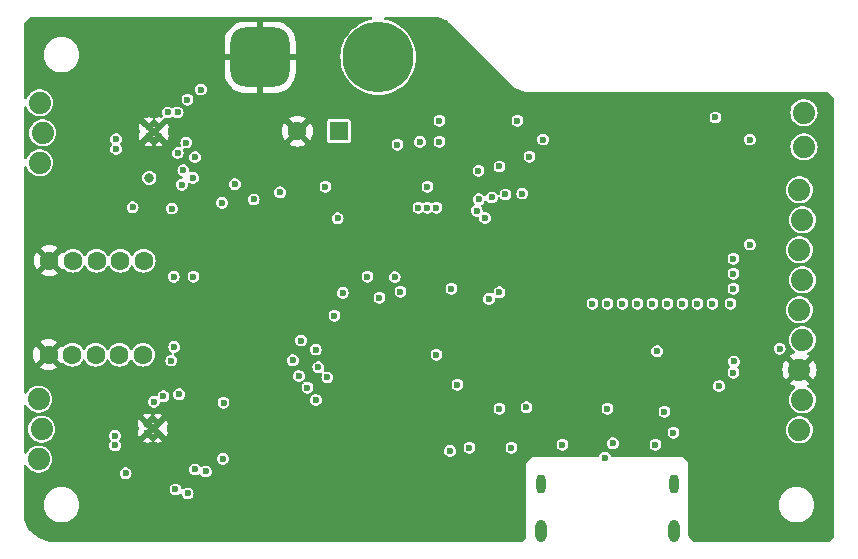
<source format=gbr>
%TF.GenerationSoftware,KiCad,Pcbnew,7.0.2*%
%TF.CreationDate,2023-05-16T16:20:18-04:00*%
%TF.ProjectId,mini_motor_go,6d696e69-5f6d-46f7-946f-725f676f2e6b,rev?*%
%TF.SameCoordinates,Original*%
%TF.FileFunction,Copper,L2,Inr*%
%TF.FilePolarity,Positive*%
%FSLAX46Y46*%
G04 Gerber Fmt 4.6, Leading zero omitted, Abs format (unit mm)*
G04 Created by KiCad (PCBNEW 7.0.2) date 2023-05-16 16:20:18*
%MOMM*%
%LPD*%
G01*
G04 APERTURE LIST*
G04 Aperture macros list*
%AMRoundRect*
0 Rectangle with rounded corners*
0 $1 Rounding radius*
0 $2 $3 $4 $5 $6 $7 $8 $9 X,Y pos of 4 corners*
0 Add a 4 corners polygon primitive as box body*
4,1,4,$2,$3,$4,$5,$6,$7,$8,$9,$2,$3,0*
0 Add four circle primitives for the rounded corners*
1,1,$1+$1,$2,$3*
1,1,$1+$1,$4,$5*
1,1,$1+$1,$6,$7*
1,1,$1+$1,$8,$9*
0 Add four rect primitives between the rounded corners*
20,1,$1+$1,$2,$3,$4,$5,0*
20,1,$1+$1,$4,$5,$6,$7,0*
20,1,$1+$1,$6,$7,$8,$9,0*
20,1,$1+$1,$8,$9,$2,$3,0*%
G04 Aperture macros list end*
%TA.AperFunction,ComponentPad*%
%ADD10C,0.600000*%
%TD*%
%TA.AperFunction,ComponentPad*%
%ADD11C,1.597660*%
%TD*%
%TA.AperFunction,ComponentPad*%
%ADD12C,1.879600*%
%TD*%
%TA.AperFunction,ComponentPad*%
%ADD13O,0.950000X1.900000*%
%TD*%
%TA.AperFunction,ComponentPad*%
%ADD14O,0.800000X1.600000*%
%TD*%
%TA.AperFunction,ComponentPad*%
%ADD15R,1.600000X1.600000*%
%TD*%
%TA.AperFunction,ComponentPad*%
%ADD16C,1.600000*%
%TD*%
%TA.AperFunction,ComponentPad*%
%ADD17C,6.000000*%
%TD*%
%TA.AperFunction,ComponentPad*%
%ADD18RoundRect,1.250000X1.250000X1.250000X-1.250000X1.250000X-1.250000X-1.250000X1.250000X-1.250000X0*%
%TD*%
%TA.AperFunction,ViaPad*%
%ADD19C,0.600000*%
%TD*%
%TA.AperFunction,ViaPad*%
%ADD20C,0.800000*%
%TD*%
G04 APERTURE END LIST*
D10*
%TO.N,GND*%
%TO.C,U5*%
X125389938Y-86644093D03*
X126289938Y-86644093D03*
X125389938Y-85844093D03*
X126289938Y-85844093D03*
%TD*%
%TO.N,GND*%
%TO.C,U2*%
X125481600Y-61536400D03*
X126381600Y-61536400D03*
X125481600Y-60736400D03*
X126381600Y-60736400D03*
%TD*%
D11*
%TO.N,GND*%
%TO.C,J4*%
X117019000Y-80010000D03*
%TO.N,m2_enc_cs*%
X119017980Y-80010000D03*
%TO.N,enc_scl*%
X121016960Y-80010000D03*
%TO.N,enc_sda*%
X123015940Y-80010000D03*
%TO.N,+3.3V*%
X125014920Y-80010000D03*
%TD*%
D12*
%TO.N,Net-(U3-in+1)*%
%TO.C,J2*%
X116174213Y-88862054D03*
%TO.N,Net-(U5-V)*%
X116428213Y-86322054D03*
%TO.N,Net-(U3-in+2)*%
X116174213Y-83782054D03*
%TD*%
D13*
%TO.N,unconnected-(J11-SHELL_GND-PadS1)*%
%TO.C,J11*%
X158750000Y-94920000D03*
D14*
%TO.N,unconnected-(J11-SHELL_GND-PadS2)*%
X169990000Y-90920000D03*
%TO.N,unconnected-(J11-SHELL_GND-PadS3)*%
X158750000Y-90920000D03*
D13*
%TO.N,unconnected-(J11-SHELL_GND-PadS4)*%
X169990000Y-94920000D03*
%TD*%
D12*
%TO.N,Net-(J10-Pin_1)*%
%TO.C,J10*%
X180975000Y-62407800D03*
%TO.N,Net-(J10-Pin_2)*%
X180975000Y-59512200D03*
%TD*%
D15*
%TO.N,+BATT*%
%TO.C,C10*%
X141585605Y-61085748D03*
D16*
%TO.N,GND*%
X138085605Y-61085748D03*
%TD*%
D11*
%TO.N,GND*%
%TO.C,J3*%
X117085040Y-72050910D03*
%TO.N,m1_enc_cs*%
X119084020Y-72050910D03*
%TO.N,enc_scl*%
X121083000Y-72050910D03*
%TO.N,enc_sda*%
X123081980Y-72050910D03*
%TO.N,+3.3V*%
X125080960Y-72050910D03*
%TD*%
D12*
%TO.N,Net-(U4-in+1)*%
%TO.C,J1*%
X116257000Y-63754000D03*
%TO.N,Net-(U2-V)*%
X116511000Y-61214000D03*
%TO.N,Net-(U4-in+2)*%
X116257000Y-58674000D03*
%TD*%
%TO.N,+3.3V*%
%TO.C,J9*%
X180594000Y-86360000D03*
%TO.N,+5V*%
X180848000Y-83820000D03*
%TO.N,GND*%
X180594000Y-81280000D03*
%TO.N,gpio8*%
X180848000Y-78740000D03*
%TO.N,gpio38*%
X180594000Y-76200000D03*
%TO.N,Net-(J9-Pin_6)*%
X180848000Y-73660000D03*
%TO.N,Net-(J9-Pin_7)*%
X180594000Y-71120000D03*
%TO.N,Net-(J9-Pin_8)*%
X180848000Y-68580000D03*
%TO.N,Net-(J9-Pin_9)*%
X180594000Y-66040000D03*
%TD*%
D17*
%TO.N,+BATT*%
%TO.C,J8*%
X144924420Y-54825621D03*
D18*
%TO.N,GND*%
X134924420Y-54825621D03*
%TD*%
D19*
%TO.N,+BATT*%
X122642802Y-87693201D03*
D20*
X125547547Y-65033667D03*
D19*
X123535134Y-90050134D03*
X122732800Y-62585600D03*
X122732800Y-61772800D03*
X122642802Y-86880401D03*
%TO.N,GND*%
X161544000Y-81026000D03*
X158320266Y-81709734D03*
X166098137Y-84059829D03*
X155194000Y-62484000D03*
D20*
X164740000Y-66980000D03*
D19*
X118782002Y-87439201D03*
X154686000Y-94234000D03*
D20*
X164740000Y-68380000D03*
D19*
X161620200Y-82677000D03*
X157462742Y-78681058D03*
X124401600Y-62188400D03*
X157418566Y-80808034D03*
X159044166Y-82433634D03*
D20*
X166140000Y-65580000D03*
D19*
X155888500Y-76987400D03*
X159435800Y-80645000D03*
X143737658Y-86282843D03*
X171450000Y-87884000D03*
X159704566Y-83094034D03*
D20*
X166140000Y-68380000D03*
D19*
X176784000Y-88138000D03*
X150622000Y-65786000D03*
X157480000Y-87884000D03*
X130556000Y-67564000D03*
X131579500Y-61783686D03*
X156895260Y-75208860D03*
X124351602Y-85176001D03*
D20*
X164735137Y-65597355D03*
D19*
X140385800Y-73253600D03*
X140091776Y-68498009D03*
X133477000Y-64500100D03*
X156669266Y-80058734D03*
X157391500Y-77952600D03*
D20*
X166140000Y-66980000D03*
D19*
X147574000Y-75692000D03*
X143764000Y-85090000D03*
X143764000Y-87376000D03*
X160419981Y-83809449D03*
D20*
X167540000Y-66980000D03*
D19*
X155855266Y-79244734D03*
X137773210Y-65697500D03*
D20*
X167540000Y-68380000D03*
X176433522Y-59281986D03*
D19*
X170264500Y-79712000D03*
X141249400Y-90932000D03*
X119727546Y-62136006D03*
X155888500Y-77698600D03*
X153416000Y-62992000D03*
X157556200Y-74447400D03*
X158496000Y-83820000D03*
X124311602Y-87296001D03*
X124441600Y-60068400D03*
X125301405Y-83368760D03*
X160934400Y-82042000D03*
X118872000Y-62331600D03*
X157391500Y-77216000D03*
X142675020Y-71882000D03*
X161036000Y-88392000D03*
X144703800Y-68376800D03*
X157671040Y-76568840D03*
X145188308Y-72827500D03*
X140394500Y-74690257D03*
D20*
X167540000Y-65580000D03*
D19*
X126238000Y-57658000D03*
X158085042Y-79303358D03*
X167640000Y-88392000D03*
X158890000Y-59260000D03*
X156176735Y-75927384D03*
X131114800Y-89763600D03*
X119637548Y-87243607D03*
X155800000Y-78500000D03*
X125730000Y-58420000D03*
X158707342Y-79925658D03*
X146050000Y-76200000D03*
X160324800Y-81457800D03*
X135233210Y-65793500D03*
X154686000Y-88138000D03*
%TO.N,+3.3V*%
X175034864Y-80587353D03*
X175006000Y-81534000D03*
X156718000Y-60198000D03*
X127660587Y-79349413D03*
X151130000Y-74422000D03*
X173793010Y-82665372D03*
X127612469Y-73406000D03*
X128778000Y-58420000D03*
X128071231Y-83366191D03*
X168539500Y-79712000D03*
X129286000Y-73406000D03*
X124129800Y-67538600D03*
%TO.N,Net-(U3-in-1)*%
X127762000Y-91423500D03*
X129427830Y-89727500D03*
%TO.N,Net-(U3-in+1)*%
X130327526Y-89902900D03*
X128797390Y-91760974D03*
%TO.N,Net-(U3-ref_1)*%
X131775200Y-88823800D03*
X131828458Y-84076458D03*
X125943348Y-83998850D03*
%TO.N,/motor_controls/standby*%
X127421731Y-80513000D03*
X127457200Y-67640200D03*
X127104261Y-59503500D03*
X126746000Y-83535101D03*
%TO.N,+5V*%
X149860000Y-67564000D03*
X160528000Y-87630000D03*
X149098000Y-65786000D03*
X169926000Y-86614000D03*
X157480000Y-84455000D03*
X140462000Y-65786000D03*
X156210000Y-87884000D03*
X164338000Y-84582000D03*
X169164000Y-84836000D03*
X149098000Y-67571500D03*
X152654000Y-87884000D03*
X148336000Y-67564000D03*
X141485388Y-68458015D03*
X168402000Y-87630000D03*
X155194000Y-84582000D03*
X150114000Y-61976000D03*
X150114000Y-60198000D03*
%TO.N,Net-(C11-Pad2)*%
X146558000Y-62230000D03*
X148451500Y-61998000D03*
%TO.N,m1_enc_cs*%
X175006000Y-71882000D03*
%TO.N,m2_enc_cs*%
X173228000Y-75692000D03*
%TO.N,m2_uh*%
X146812000Y-74676000D03*
X163068000Y-75692000D03*
X139649200Y-83845400D03*
%TO.N,m2_ul*%
X144018000Y-73406000D03*
X138203093Y-81815093D03*
X168148000Y-75692000D03*
%TO.N,m2_vh*%
X145034000Y-75184000D03*
X140616093Y-81942093D03*
X164338000Y-75692000D03*
%TO.N,m2_vl*%
X137693400Y-80492600D03*
X141224000Y-76708000D03*
X170688000Y-75692000D03*
%TO.N,m2_wh*%
X146325825Y-73437908D03*
X165608000Y-75692000D03*
X138938000Y-82804000D03*
%TO.N,m2_wl*%
X141925161Y-74780509D03*
X139624953Y-79579353D03*
X169418000Y-75692000D03*
%TO.N,m1_uh*%
X128295400Y-65618700D03*
X131719294Y-67152494D03*
X153263600Y-67818000D03*
%TO.N,m1_ul*%
X155702000Y-66446400D03*
X132789823Y-65584177D03*
X127939800Y-62941200D03*
%TO.N,m1_vh*%
X134388218Y-66869500D03*
X129235200Y-65043200D03*
X153441400Y-66862500D03*
%TO.N,m1_vl*%
X155194000Y-64075500D03*
X127939800Y-59503500D03*
%TO.N,m1_wh*%
X136628218Y-66271782D03*
X128422400Y-64397700D03*
X154542492Y-66702873D03*
%TO.N,m1_wl*%
X153416000Y-64441000D03*
X128676400Y-62052200D03*
%TO.N,Net-(J11-DP1)*%
X164800000Y-87517500D03*
X164126101Y-88722573D03*
%TO.N,Net-(U1-EN)*%
X151024197Y-88152726D03*
X158890000Y-61800000D03*
X153984620Y-68438500D03*
X154305000Y-75285600D03*
%TO.N,m2_current_sense_u*%
X138404600Y-78816200D03*
X171958000Y-75692000D03*
%TO.N,m2_current_sense_w*%
X139864559Y-81063559D03*
X166878000Y-75692000D03*
%TO.N,m1_current_sense_w*%
X129908326Y-57568045D03*
X157734000Y-63246000D03*
%TO.N,m1_current_sense_u*%
X129421099Y-63280167D03*
X157124400Y-66370200D03*
%TO.N,enc_scl*%
X175006000Y-73152000D03*
%TO.N,enc_sda*%
X175006000Y-74422000D03*
%TO.N,sda*%
X176390000Y-61800000D03*
X173482000Y-59930500D03*
%TO.N,gpio8*%
X174752000Y-75692000D03*
X151638000Y-82550000D03*
X155194000Y-74735500D03*
%TO.N,gpio38*%
X178907500Y-79502000D03*
X176390000Y-70690000D03*
X149860000Y-80010000D03*
%TD*%
%TA.AperFunction,Conductor*%
%TO.N,GND*%
G36*
X144370391Y-51454685D02*
G01*
X144416146Y-51507489D01*
X144426090Y-51576647D01*
X144397065Y-51640203D01*
X144338287Y-51677977D01*
X144324123Y-51681248D01*
X144214545Y-51699865D01*
X144214526Y-51699869D01*
X144211120Y-51700448D01*
X144207796Y-51701405D01*
X144207781Y-51701409D01*
X143869032Y-51799000D01*
X143869017Y-51799005D01*
X143865696Y-51799962D01*
X143862500Y-51801285D01*
X143862488Y-51801290D01*
X143536801Y-51936195D01*
X143536790Y-51936200D01*
X143533587Y-51937527D01*
X143530547Y-51939206D01*
X143530543Y-51939209D01*
X143222012Y-52109727D01*
X143222003Y-52109732D01*
X143218968Y-52111410D01*
X143216127Y-52113425D01*
X143216125Y-52113427D01*
X142928643Y-52317407D01*
X142928635Y-52317412D01*
X142925797Y-52319427D01*
X142923208Y-52321740D01*
X142923200Y-52321747D01*
X142660344Y-52556649D01*
X142660335Y-52556657D01*
X142657759Y-52558960D01*
X142655456Y-52561536D01*
X142655448Y-52561545D01*
X142420546Y-52824401D01*
X142420539Y-52824409D01*
X142418226Y-52826998D01*
X142416211Y-52829836D01*
X142416206Y-52829844D01*
X142219836Y-53106601D01*
X142210209Y-53120169D01*
X142208531Y-53123204D01*
X142208526Y-53123213D01*
X142062538Y-53387360D01*
X142036326Y-53434788D01*
X142034999Y-53437991D01*
X142034994Y-53438002D01*
X141900089Y-53763689D01*
X141900084Y-53763701D01*
X141898761Y-53766897D01*
X141897804Y-53770218D01*
X141897799Y-53770233D01*
X141800208Y-54108982D01*
X141800204Y-54108997D01*
X141799247Y-54112321D01*
X141798668Y-54115727D01*
X141798664Y-54115746D01*
X141739614Y-54463289D01*
X141739612Y-54463305D01*
X141739033Y-54466714D01*
X141738838Y-54470175D01*
X141738838Y-54470181D01*
X141729578Y-54635077D01*
X141718877Y-54825621D01*
X141719072Y-54829093D01*
X141737391Y-55155299D01*
X141739033Y-55184528D01*
X141739612Y-55187938D01*
X141739614Y-55187952D01*
X141798664Y-55535495D01*
X141798667Y-55535510D01*
X141799247Y-55538921D01*
X141800205Y-55542248D01*
X141800208Y-55542259D01*
X141897799Y-55881008D01*
X141897802Y-55881018D01*
X141898761Y-55884345D01*
X141900086Y-55887545D01*
X141900089Y-55887552D01*
X142013468Y-56161270D01*
X142036326Y-56216454D01*
X142210209Y-56531073D01*
X142418226Y-56824244D01*
X142657759Y-57092282D01*
X142925797Y-57331815D01*
X143218968Y-57539832D01*
X143533587Y-57713715D01*
X143865696Y-57851280D01*
X144211120Y-57950794D01*
X144565513Y-58011008D01*
X144924420Y-58031164D01*
X145283327Y-58011008D01*
X145637720Y-57950794D01*
X145983144Y-57851280D01*
X146315253Y-57713715D01*
X146629872Y-57539832D01*
X146923043Y-57331815D01*
X147191081Y-57092282D01*
X147430614Y-56824244D01*
X147638631Y-56531073D01*
X147812514Y-56216454D01*
X147950079Y-55884345D01*
X148049593Y-55538921D01*
X148109807Y-55184528D01*
X148129963Y-54825621D01*
X148109807Y-54466714D01*
X148059529Y-54170798D01*
X148050175Y-54115746D01*
X148050174Y-54115744D01*
X148049593Y-54112321D01*
X147950079Y-53766897D01*
X147812514Y-53434788D01*
X147638631Y-53120169D01*
X147430614Y-52826998D01*
X147191081Y-52558960D01*
X146923043Y-52319427D01*
X146629872Y-52111410D01*
X146315253Y-51937527D01*
X146312042Y-51936197D01*
X146312038Y-51936195D01*
X145986351Y-51801290D01*
X145986344Y-51801287D01*
X145983144Y-51799962D01*
X145979817Y-51799003D01*
X145979807Y-51799000D01*
X145641058Y-51701409D01*
X145641047Y-51701406D01*
X145637720Y-51700448D01*
X145634309Y-51699868D01*
X145634294Y-51699865D01*
X145524717Y-51681248D01*
X145461922Y-51650612D01*
X145425659Y-51590890D01*
X145427440Y-51521043D01*
X145466701Y-51463247D01*
X145530976Y-51435852D01*
X145545488Y-51435000D01*
X149970335Y-51435000D01*
X150017787Y-51444438D01*
X150825767Y-51779114D01*
X150865993Y-51805994D01*
X156491447Y-57431447D01*
X157345000Y-57785000D01*
X176665000Y-57785000D01*
X177665000Y-57785000D01*
X182963638Y-57785000D01*
X183030677Y-57804685D01*
X183051319Y-57821319D01*
X183478681Y-58248681D01*
X183512166Y-58310004D01*
X183515000Y-58336362D01*
X183515000Y-95333637D01*
X183495315Y-95400676D01*
X183478681Y-95421318D01*
X183051319Y-95848681D01*
X182989996Y-95882166D01*
X182963638Y-95885000D01*
X171747362Y-95885000D01*
X171680323Y-95865315D01*
X171659681Y-95848681D01*
X171232319Y-95421319D01*
X171198834Y-95359996D01*
X171196000Y-95333638D01*
X171196000Y-92731662D01*
X178833243Y-92731662D01*
X178838176Y-92761227D01*
X178839443Y-92771394D01*
X178849805Y-92896435D01*
X178850229Y-92906676D01*
X178850229Y-92933175D01*
X178853931Y-92946234D01*
X178854891Y-92957816D01*
X178857745Y-92969088D01*
X178857358Y-92979364D01*
X178867087Y-93007704D01*
X178870010Y-93017524D01*
X178900811Y-93139151D01*
X178902915Y-93149182D01*
X178907278Y-93175330D01*
X178913082Y-93187607D01*
X178915938Y-93198885D01*
X178920609Y-93209534D01*
X178921919Y-93219734D01*
X178936183Y-93246092D01*
X178940684Y-93255299D01*
X178991075Y-93370180D01*
X178994800Y-93379727D01*
X179003406Y-93404797D01*
X179011152Y-93415951D01*
X179015827Y-93426608D01*
X179022185Y-93436340D01*
X179025156Y-93446185D01*
X179043561Y-93469832D01*
X179049516Y-93478172D01*
X179118142Y-93583212D01*
X179123387Y-93592016D01*
X179136001Y-93615324D01*
X179145476Y-93625050D01*
X179151834Y-93634783D01*
X179151835Y-93634784D01*
X179151836Y-93634785D01*
X179159706Y-93643334D01*
X179164258Y-93652557D01*
X179186302Y-93672850D01*
X179193544Y-93680092D01*
X179278538Y-93772420D01*
X179285156Y-93780234D01*
X179301434Y-93801149D01*
X179312380Y-93809182D01*
X179320256Y-93817738D01*
X179329425Y-93824875D01*
X179335435Y-93833224D01*
X179360521Y-93849614D01*
X179368863Y-93855570D01*
X179467882Y-93932640D01*
X179475701Y-93939263D01*
X179495198Y-93957211D01*
X179507317Y-93963334D01*
X179509883Y-93965331D01*
X179516491Y-93970474D01*
X179516495Y-93970476D01*
X179526719Y-93976009D01*
X179534018Y-93983253D01*
X179561452Y-93995287D01*
X179570635Y-93999775D01*
X179681039Y-94059522D01*
X179689828Y-94064760D01*
X179712012Y-94079253D01*
X179724964Y-94083294D01*
X179735190Y-94088828D01*
X179735193Y-94088829D01*
X179735195Y-94088830D01*
X179746179Y-94092601D01*
X179754569Y-94098544D01*
X179783613Y-94105899D01*
X179793436Y-94108824D01*
X179912133Y-94149573D01*
X179921680Y-94153298D01*
X179945943Y-94163940D01*
X179959391Y-94165796D01*
X179970386Y-94169571D01*
X179978533Y-94170930D01*
X179981843Y-94171483D01*
X179991093Y-94175962D01*
X180020939Y-94178435D01*
X180031093Y-94179701D01*
X180154928Y-94200365D01*
X180164942Y-94202465D01*
X180190626Y-94208969D01*
X180204195Y-94208586D01*
X180215665Y-94210500D01*
X180215667Y-94210500D01*
X180227298Y-94210500D01*
X180237169Y-94213398D01*
X180267029Y-94210924D01*
X180277270Y-94210500D01*
X180402730Y-94210500D01*
X180412971Y-94210924D01*
X180439372Y-94213111D01*
X180452702Y-94210500D01*
X180464333Y-94210500D01*
X180464335Y-94210500D01*
X180475804Y-94208586D01*
X180486015Y-94209820D01*
X180515054Y-94202466D01*
X180525070Y-94200365D01*
X180648909Y-94179700D01*
X180659061Y-94178435D01*
X180685454Y-94176248D01*
X180698156Y-94171483D01*
X180700214Y-94171139D01*
X180709614Y-94169571D01*
X180720604Y-94165797D01*
X180730879Y-94165333D01*
X180758313Y-94153300D01*
X180767853Y-94149577D01*
X180886570Y-94108821D01*
X180896390Y-94105898D01*
X180922069Y-94099395D01*
X180933816Y-94092601D01*
X180944810Y-94088828D01*
X180955028Y-94083297D01*
X180965086Y-94081149D01*
X180990166Y-94064763D01*
X180998946Y-94059530D01*
X181109356Y-93999780D01*
X181118551Y-93995285D01*
X181142809Y-93984644D01*
X181153282Y-93976008D01*
X181163509Y-93970474D01*
X181172679Y-93963336D01*
X181182248Y-93959560D01*
X181204289Y-93939270D01*
X181212103Y-93932651D01*
X181311149Y-93855560D01*
X181319484Y-93849609D01*
X181341665Y-93835117D01*
X181350573Y-93824876D01*
X181350576Y-93824874D01*
X181359744Y-93817738D01*
X181367617Y-93809184D01*
X181376434Y-93803885D01*
X181394837Y-93780242D01*
X181401461Y-93772421D01*
X181486467Y-93680079D01*
X181493704Y-93672843D01*
X181513189Y-93654906D01*
X181520290Y-93643337D01*
X181528164Y-93634785D01*
X181534523Y-93625050D01*
X181542346Y-93618373D01*
X181556605Y-93592027D01*
X181561851Y-93583223D01*
X181561858Y-93583212D01*
X181630495Y-93478155D01*
X181636445Y-93469822D01*
X181652712Y-93448922D01*
X181657814Y-93436339D01*
X181664173Y-93426607D01*
X181668844Y-93415956D01*
X181675462Y-93408082D01*
X181685189Y-93379749D01*
X181688915Y-93370200D01*
X181688924Y-93370180D01*
X181739329Y-93255267D01*
X181743823Y-93246076D01*
X181756430Y-93222780D01*
X181759392Y-93209529D01*
X181764063Y-93198881D01*
X181766916Y-93187614D01*
X181772147Y-93178757D01*
X181777079Y-93149205D01*
X181779175Y-93139205D01*
X181809998Y-93017487D01*
X181812916Y-93007689D01*
X181821514Y-92982642D01*
X181822256Y-92969083D01*
X181825107Y-92957824D01*
X181825108Y-92957821D01*
X181826067Y-92946236D01*
X181829771Y-92936639D01*
X181829771Y-92906676D01*
X181830195Y-92896436D01*
X181840557Y-92771382D01*
X181841824Y-92761212D01*
X181846185Y-92735077D01*
X181844683Y-92721581D01*
X181845643Y-92710000D01*
X181844683Y-92698416D01*
X181846756Y-92688341D01*
X181841824Y-92658785D01*
X181840557Y-92648615D01*
X181830195Y-92523563D01*
X181829771Y-92513323D01*
X181829771Y-92486831D01*
X181826067Y-92473763D01*
X181825108Y-92462179D01*
X181822256Y-92450916D01*
X181822642Y-92440638D01*
X181812915Y-92412305D01*
X181809993Y-92402495D01*
X181779180Y-92280817D01*
X181777080Y-92270798D01*
X181772719Y-92244665D01*
X181766915Y-92232383D01*
X181764063Y-92221119D01*
X181759389Y-92210465D01*
X181758079Y-92200263D01*
X181743818Y-92173911D01*
X181739317Y-92164704D01*
X181688917Y-92049803D01*
X181685191Y-92040255D01*
X181676589Y-92015199D01*
X181668844Y-92004042D01*
X181664172Y-91993390D01*
X181657813Y-91983657D01*
X181654841Y-91973812D01*
X181636440Y-91950170D01*
X181630491Y-91941840D01*
X181561844Y-91836766D01*
X181556608Y-91827978D01*
X181543999Y-91804678D01*
X181534522Y-91794947D01*
X181528164Y-91785215D01*
X181520291Y-91776663D01*
X181515739Y-91767440D01*
X181493696Y-91747148D01*
X181486455Y-91739907D01*
X181401457Y-91647575D01*
X181394842Y-91639764D01*
X181378567Y-91618854D01*
X181367616Y-91610813D01*
X181359747Y-91602265D01*
X181359746Y-91602264D01*
X181359744Y-91602262D01*
X181350569Y-91595121D01*
X181344561Y-91586772D01*
X181319475Y-91570383D01*
X181311140Y-91564432D01*
X181212117Y-91487359D01*
X181204298Y-91480737D01*
X181184802Y-91462790D01*
X181172681Y-91456665D01*
X181163509Y-91449526D01*
X181163508Y-91449525D01*
X181153279Y-91443990D01*
X181145980Y-91436745D01*
X181118540Y-91424709D01*
X181109344Y-91420213D01*
X180998975Y-91360484D01*
X180990176Y-91355241D01*
X180968000Y-91340753D01*
X180955032Y-91336704D01*
X180944810Y-91331172D01*
X180944804Y-91331170D01*
X180933816Y-91327397D01*
X180925422Y-91321452D01*
X180896378Y-91314097D01*
X180886557Y-91311173D01*
X180767872Y-91270428D01*
X180758326Y-91266703D01*
X180734065Y-91256061D01*
X180720609Y-91254203D01*
X180709615Y-91250429D01*
X180698151Y-91248516D01*
X180688894Y-91244033D01*
X180659038Y-91241559D01*
X180648871Y-91240292D01*
X180525098Y-91219639D01*
X180515067Y-91217536D01*
X180489382Y-91211031D01*
X180475808Y-91211414D01*
X180464335Y-91209500D01*
X180452702Y-91209500D01*
X180442830Y-91206601D01*
X180412967Y-91209076D01*
X180402727Y-91209500D01*
X180277273Y-91209500D01*
X180267033Y-91209076D01*
X180240628Y-91206887D01*
X180227298Y-91209500D01*
X180215664Y-91209500D01*
X180204193Y-91211414D01*
X180193978Y-91210179D01*
X180164927Y-91217536D01*
X180154898Y-91219639D01*
X180031129Y-91240292D01*
X180020962Y-91241559D01*
X179994561Y-91243747D01*
X179981849Y-91248515D01*
X179970384Y-91250428D01*
X179959385Y-91254204D01*
X179949115Y-91254667D01*
X179921668Y-91266706D01*
X179912122Y-91270430D01*
X179793445Y-91311172D01*
X179783624Y-91314096D01*
X179757939Y-91320600D01*
X179746184Y-91327397D01*
X179735193Y-91331170D01*
X179724966Y-91336705D01*
X179714906Y-91338853D01*
X179689817Y-91355245D01*
X179681015Y-91360490D01*
X179570670Y-91420206D01*
X179561464Y-91424706D01*
X179537195Y-91435351D01*
X179526722Y-91443989D01*
X179516490Y-91449526D01*
X179507314Y-91456668D01*
X179497743Y-91460443D01*
X179475687Y-91480747D01*
X179467868Y-91487369D01*
X179368865Y-91564426D01*
X179360527Y-91570380D01*
X179338341Y-91584875D01*
X179329431Y-91595121D01*
X179320253Y-91602264D01*
X179312379Y-91610818D01*
X179303562Y-91616115D01*
X179285153Y-91639768D01*
X179278531Y-91647587D01*
X179193556Y-91739895D01*
X179186310Y-91747141D01*
X179166812Y-91765090D01*
X179159711Y-91776659D01*
X179151837Y-91785213D01*
X179145473Y-91794953D01*
X179137649Y-91801629D01*
X179123384Y-91827989D01*
X179118139Y-91836792D01*
X179049520Y-91941821D01*
X179043565Y-91950160D01*
X179027290Y-91971070D01*
X179022187Y-91983657D01*
X179015825Y-91993394D01*
X179011153Y-92004046D01*
X179004532Y-92011922D01*
X178994798Y-92040277D01*
X178991073Y-92049823D01*
X178940686Y-92164695D01*
X178936186Y-92173901D01*
X178923570Y-92197213D01*
X178920610Y-92210465D01*
X178915936Y-92221119D01*
X178913083Y-92232388D01*
X178907849Y-92241246D01*
X178902914Y-92270820D01*
X178900811Y-92280850D01*
X178870012Y-92402471D01*
X178867088Y-92412290D01*
X178858483Y-92437354D01*
X178857745Y-92450912D01*
X178854891Y-92462181D01*
X178853931Y-92473765D01*
X178850229Y-92483357D01*
X178850229Y-92513323D01*
X178849805Y-92523564D01*
X178839443Y-92648604D01*
X178838176Y-92658770D01*
X178833813Y-92684918D01*
X178835317Y-92698412D01*
X178834357Y-92710000D01*
X178835317Y-92721585D01*
X178833243Y-92731662D01*
X171196000Y-92731662D01*
X171196000Y-89146000D01*
X170696000Y-88646000D01*
X164721044Y-88646000D01*
X164654005Y-88626315D01*
X164608250Y-88573512D01*
X164551477Y-88449198D01*
X164457230Y-88340431D01*
X164457229Y-88340430D01*
X164336154Y-88262620D01*
X164198062Y-88222073D01*
X164054140Y-88222073D01*
X163916048Y-88262620D01*
X163794971Y-88340431D01*
X163700724Y-88449198D01*
X163643952Y-88573512D01*
X163598197Y-88626316D01*
X163531158Y-88646000D01*
X157979999Y-88646000D01*
X157480000Y-89145999D01*
X157480000Y-95452638D01*
X157460315Y-95519677D01*
X157443681Y-95540319D01*
X157135319Y-95848681D01*
X157073996Y-95882166D01*
X157047638Y-95885000D01*
X156337000Y-95885000D01*
X136580500Y-95885000D01*
X135580500Y-95885000D01*
X117103708Y-95885000D01*
X117061495Y-95877594D01*
X116225872Y-95575056D01*
X116188043Y-95553168D01*
X115447446Y-94927239D01*
X115335240Y-94831063D01*
X115303284Y-94788731D01*
X114946344Y-94012664D01*
X114935000Y-93960850D01*
X114935000Y-92731662D01*
X116603243Y-92731662D01*
X116608176Y-92761227D01*
X116609443Y-92771394D01*
X116619805Y-92896435D01*
X116620229Y-92906676D01*
X116620229Y-92933175D01*
X116623931Y-92946234D01*
X116624891Y-92957816D01*
X116627745Y-92969088D01*
X116627358Y-92979364D01*
X116637087Y-93007704D01*
X116640010Y-93017524D01*
X116670811Y-93139151D01*
X116672915Y-93149182D01*
X116677278Y-93175330D01*
X116683082Y-93187607D01*
X116685938Y-93198885D01*
X116690609Y-93209534D01*
X116691919Y-93219734D01*
X116706183Y-93246092D01*
X116710684Y-93255299D01*
X116761075Y-93370180D01*
X116764800Y-93379727D01*
X116773406Y-93404797D01*
X116781152Y-93415951D01*
X116785827Y-93426608D01*
X116792185Y-93436340D01*
X116795156Y-93446185D01*
X116813561Y-93469832D01*
X116819516Y-93478172D01*
X116888142Y-93583212D01*
X116893387Y-93592016D01*
X116906001Y-93615324D01*
X116915476Y-93625050D01*
X116921834Y-93634783D01*
X116921835Y-93634784D01*
X116921836Y-93634785D01*
X116929706Y-93643334D01*
X116934258Y-93652557D01*
X116956302Y-93672850D01*
X116963544Y-93680092D01*
X117048538Y-93772420D01*
X117055156Y-93780234D01*
X117071434Y-93801149D01*
X117082380Y-93809182D01*
X117090256Y-93817738D01*
X117099425Y-93824875D01*
X117105435Y-93833224D01*
X117130521Y-93849614D01*
X117138863Y-93855570D01*
X117237882Y-93932640D01*
X117245701Y-93939263D01*
X117265198Y-93957211D01*
X117277317Y-93963334D01*
X117279883Y-93965331D01*
X117286491Y-93970474D01*
X117286495Y-93970476D01*
X117296719Y-93976009D01*
X117304018Y-93983253D01*
X117331452Y-93995287D01*
X117340635Y-93999775D01*
X117451039Y-94059522D01*
X117459828Y-94064760D01*
X117482012Y-94079253D01*
X117494964Y-94083294D01*
X117505190Y-94088828D01*
X117505193Y-94088829D01*
X117505195Y-94088830D01*
X117516179Y-94092601D01*
X117524569Y-94098544D01*
X117553613Y-94105899D01*
X117563436Y-94108824D01*
X117682133Y-94149573D01*
X117691680Y-94153298D01*
X117715943Y-94163940D01*
X117729391Y-94165796D01*
X117740386Y-94169571D01*
X117748533Y-94170930D01*
X117751843Y-94171483D01*
X117761093Y-94175962D01*
X117790939Y-94178435D01*
X117801093Y-94179701D01*
X117924928Y-94200365D01*
X117934942Y-94202465D01*
X117960626Y-94208969D01*
X117974195Y-94208586D01*
X117985665Y-94210500D01*
X117985667Y-94210500D01*
X117997298Y-94210500D01*
X118007169Y-94213398D01*
X118037029Y-94210924D01*
X118047270Y-94210500D01*
X118172730Y-94210500D01*
X118182971Y-94210924D01*
X118209372Y-94213111D01*
X118222702Y-94210500D01*
X118234333Y-94210500D01*
X118234335Y-94210500D01*
X118245804Y-94208586D01*
X118256015Y-94209820D01*
X118285054Y-94202466D01*
X118295070Y-94200365D01*
X118418909Y-94179700D01*
X118429061Y-94178435D01*
X118455454Y-94176248D01*
X118468156Y-94171483D01*
X118470214Y-94171139D01*
X118479614Y-94169571D01*
X118490604Y-94165797D01*
X118500879Y-94165333D01*
X118528313Y-94153300D01*
X118537853Y-94149577D01*
X118656570Y-94108821D01*
X118666390Y-94105898D01*
X118692069Y-94099395D01*
X118703816Y-94092601D01*
X118714810Y-94088828D01*
X118725028Y-94083297D01*
X118735086Y-94081149D01*
X118760166Y-94064763D01*
X118768946Y-94059530D01*
X118879356Y-93999780D01*
X118888551Y-93995285D01*
X118912809Y-93984644D01*
X118923282Y-93976008D01*
X118933509Y-93970474D01*
X118942679Y-93963336D01*
X118952248Y-93959560D01*
X118974289Y-93939270D01*
X118982103Y-93932651D01*
X119081149Y-93855560D01*
X119089484Y-93849609D01*
X119111665Y-93835117D01*
X119120573Y-93824876D01*
X119120576Y-93824874D01*
X119129744Y-93817738D01*
X119137617Y-93809184D01*
X119146434Y-93803885D01*
X119164837Y-93780242D01*
X119171461Y-93772421D01*
X119256467Y-93680079D01*
X119263704Y-93672843D01*
X119283189Y-93654906D01*
X119290290Y-93643337D01*
X119298164Y-93634785D01*
X119304523Y-93625050D01*
X119312346Y-93618373D01*
X119326605Y-93592027D01*
X119331851Y-93583223D01*
X119331858Y-93583212D01*
X119400495Y-93478155D01*
X119406445Y-93469822D01*
X119422712Y-93448922D01*
X119427814Y-93436339D01*
X119434173Y-93426607D01*
X119438844Y-93415956D01*
X119445462Y-93408082D01*
X119455189Y-93379749D01*
X119458915Y-93370200D01*
X119458924Y-93370180D01*
X119509329Y-93255267D01*
X119513823Y-93246076D01*
X119526430Y-93222780D01*
X119529392Y-93209529D01*
X119534063Y-93198881D01*
X119536916Y-93187614D01*
X119542147Y-93178757D01*
X119547079Y-93149205D01*
X119549175Y-93139205D01*
X119579998Y-93017487D01*
X119582916Y-93007689D01*
X119591514Y-92982642D01*
X119592256Y-92969083D01*
X119595107Y-92957824D01*
X119595108Y-92957821D01*
X119596067Y-92946236D01*
X119599769Y-92936642D01*
X119599770Y-92906688D01*
X119600194Y-92896448D01*
X119610557Y-92771382D01*
X119611824Y-92761212D01*
X119616185Y-92735077D01*
X119614683Y-92721581D01*
X119615643Y-92710000D01*
X119614683Y-92698416D01*
X119616756Y-92688341D01*
X119611824Y-92658785D01*
X119610557Y-92648615D01*
X119600194Y-92523551D01*
X119599770Y-92513311D01*
X119599770Y-92486827D01*
X119596067Y-92473763D01*
X119595108Y-92462179D01*
X119592256Y-92450916D01*
X119592642Y-92440638D01*
X119582915Y-92412305D01*
X119579993Y-92402495D01*
X119549180Y-92280817D01*
X119547080Y-92270798D01*
X119542719Y-92244665D01*
X119536915Y-92232383D01*
X119534063Y-92221119D01*
X119529389Y-92210465D01*
X119528079Y-92200263D01*
X119513818Y-92173911D01*
X119509317Y-92164704D01*
X119458917Y-92049803D01*
X119455191Y-92040255D01*
X119446589Y-92015199D01*
X119438844Y-92004042D01*
X119434172Y-91993390D01*
X119427813Y-91983657D01*
X119424841Y-91973812D01*
X119406440Y-91950170D01*
X119400491Y-91941840D01*
X119331844Y-91836766D01*
X119326608Y-91827978D01*
X119313999Y-91804678D01*
X119304522Y-91794947D01*
X119298164Y-91785215D01*
X119290291Y-91776663D01*
X119285739Y-91767440D01*
X119263696Y-91747148D01*
X119256455Y-91739907D01*
X119171457Y-91647575D01*
X119164842Y-91639764D01*
X119148567Y-91618854D01*
X119137616Y-91610813D01*
X119129747Y-91602265D01*
X119129746Y-91602264D01*
X119129744Y-91602262D01*
X119120569Y-91595121D01*
X119114561Y-91586772D01*
X119089475Y-91570383D01*
X119081140Y-91564432D01*
X118982117Y-91487359D01*
X118974298Y-91480737D01*
X118954802Y-91462790D01*
X118942681Y-91456665D01*
X118933509Y-91449526D01*
X118933508Y-91449525D01*
X118923279Y-91443990D01*
X118915980Y-91436745D01*
X118888540Y-91424709D01*
X118886067Y-91423500D01*
X127256353Y-91423500D01*
X127276834Y-91565957D01*
X127336623Y-91696874D01*
X127427394Y-91801629D01*
X127430872Y-91805643D01*
X127551947Y-91883453D01*
X127690039Y-91924000D01*
X127833961Y-91924000D01*
X127972053Y-91883453D01*
X128093128Y-91805643D01*
X128093127Y-91805643D01*
X128108127Y-91796004D01*
X128108581Y-91796710D01*
X128149949Y-91770123D01*
X128219818Y-91770119D01*
X128278598Y-91807891D01*
X128307626Y-91871445D01*
X128307627Y-91871452D01*
X128312224Y-91903431D01*
X128372013Y-92034348D01*
X128466260Y-92143115D01*
X128466262Y-92143117D01*
X128587337Y-92220927D01*
X128725429Y-92261474D01*
X128869351Y-92261474D01*
X129007443Y-92220927D01*
X129128518Y-92143117D01*
X129222767Y-92034347D01*
X129282555Y-91903431D01*
X129303037Y-91760974D01*
X129285499Y-91638998D01*
X129282555Y-91618516D01*
X129222766Y-91487599D01*
X129128519Y-91378832D01*
X129128518Y-91378831D01*
X129007443Y-91301021D01*
X128869351Y-91260474D01*
X128725429Y-91260474D01*
X128587337Y-91301021D01*
X128451263Y-91388470D01*
X128450808Y-91387763D01*
X128409429Y-91414354D01*
X128339559Y-91414350D01*
X128280783Y-91376573D01*
X128251762Y-91313019D01*
X128251496Y-91311172D01*
X128247165Y-91281043D01*
X128242318Y-91270430D01*
X128187376Y-91150125D01*
X128093129Y-91041358D01*
X128093128Y-91041357D01*
X127972053Y-90963547D01*
X127833961Y-90923000D01*
X127690039Y-90923000D01*
X127551947Y-90963547D01*
X127430870Y-91041358D01*
X127336623Y-91150125D01*
X127276834Y-91281042D01*
X127256353Y-91423500D01*
X118886067Y-91423500D01*
X118879344Y-91420213D01*
X118768975Y-91360484D01*
X118760176Y-91355241D01*
X118738000Y-91340753D01*
X118725032Y-91336704D01*
X118714810Y-91331172D01*
X118714804Y-91331170D01*
X118703816Y-91327397D01*
X118695422Y-91321452D01*
X118666378Y-91314097D01*
X118656557Y-91311173D01*
X118537872Y-91270428D01*
X118528326Y-91266703D01*
X118504065Y-91256061D01*
X118490609Y-91254203D01*
X118479615Y-91250429D01*
X118468151Y-91248516D01*
X118458894Y-91244033D01*
X118429038Y-91241559D01*
X118418871Y-91240292D01*
X118295098Y-91219639D01*
X118285067Y-91217536D01*
X118259382Y-91211031D01*
X118245808Y-91211414D01*
X118234335Y-91209500D01*
X118222702Y-91209500D01*
X118212830Y-91206601D01*
X118182967Y-91209076D01*
X118172727Y-91209500D01*
X118047273Y-91209500D01*
X118037033Y-91209076D01*
X118010628Y-91206887D01*
X117997298Y-91209500D01*
X117985664Y-91209500D01*
X117974193Y-91211414D01*
X117963978Y-91210179D01*
X117934927Y-91217536D01*
X117924898Y-91219639D01*
X117801129Y-91240292D01*
X117790962Y-91241559D01*
X117764561Y-91243747D01*
X117751849Y-91248515D01*
X117740384Y-91250428D01*
X117729385Y-91254204D01*
X117719115Y-91254667D01*
X117691668Y-91266706D01*
X117682122Y-91270430D01*
X117563445Y-91311172D01*
X117553624Y-91314096D01*
X117527939Y-91320600D01*
X117516184Y-91327397D01*
X117505193Y-91331170D01*
X117494966Y-91336705D01*
X117484906Y-91338853D01*
X117459817Y-91355245D01*
X117451015Y-91360490D01*
X117340670Y-91420206D01*
X117331464Y-91424706D01*
X117307195Y-91435351D01*
X117296722Y-91443989D01*
X117286490Y-91449526D01*
X117277314Y-91456668D01*
X117267743Y-91460443D01*
X117245687Y-91480747D01*
X117237868Y-91487369D01*
X117138865Y-91564426D01*
X117130527Y-91570380D01*
X117108341Y-91584875D01*
X117099431Y-91595121D01*
X117090253Y-91602264D01*
X117082379Y-91610818D01*
X117073562Y-91616115D01*
X117055153Y-91639768D01*
X117048531Y-91647587D01*
X116963556Y-91739895D01*
X116956310Y-91747141D01*
X116936812Y-91765090D01*
X116929711Y-91776659D01*
X116921837Y-91785213D01*
X116915473Y-91794953D01*
X116907649Y-91801629D01*
X116893384Y-91827989D01*
X116888139Y-91836792D01*
X116819520Y-91941821D01*
X116813565Y-91950160D01*
X116797290Y-91971070D01*
X116792187Y-91983657D01*
X116785825Y-91993394D01*
X116781153Y-92004046D01*
X116774532Y-92011922D01*
X116764798Y-92040277D01*
X116761073Y-92049823D01*
X116710686Y-92164695D01*
X116706186Y-92173901D01*
X116693570Y-92197213D01*
X116690610Y-92210465D01*
X116685936Y-92221119D01*
X116683083Y-92232388D01*
X116677849Y-92241246D01*
X116672914Y-92270820D01*
X116670811Y-92280850D01*
X116640012Y-92402471D01*
X116637088Y-92412290D01*
X116628483Y-92437354D01*
X116627745Y-92450912D01*
X116624891Y-92462181D01*
X116623931Y-92473765D01*
X116620228Y-92483357D01*
X116620229Y-92513323D01*
X116619805Y-92523564D01*
X116609443Y-92648604D01*
X116608176Y-92658770D01*
X116603813Y-92684918D01*
X116605317Y-92698412D01*
X116604357Y-92710000D01*
X116605317Y-92721585D01*
X116603243Y-92731662D01*
X114935000Y-92731662D01*
X114935000Y-90050134D01*
X123029487Y-90050134D01*
X123049968Y-90192591D01*
X123109757Y-90323508D01*
X123178984Y-90403400D01*
X123204006Y-90432277D01*
X123325081Y-90510087D01*
X123463173Y-90550634D01*
X123607095Y-90550634D01*
X123745187Y-90510087D01*
X123866262Y-90432277D01*
X123960511Y-90323507D01*
X124020299Y-90192591D01*
X124040781Y-90050134D01*
X124022143Y-89920499D01*
X124020299Y-89907676D01*
X123960510Y-89776759D01*
X123917827Y-89727500D01*
X128922183Y-89727500D01*
X128942664Y-89869957D01*
X129002453Y-90000874D01*
X129095116Y-90107813D01*
X129096702Y-90109643D01*
X129217777Y-90187453D01*
X129355869Y-90228000D01*
X129499791Y-90228000D01*
X129637883Y-90187453D01*
X129725750Y-90130983D01*
X129792786Y-90111300D01*
X129859826Y-90130984D01*
X129888715Y-90164323D01*
X129890474Y-90162800D01*
X129946970Y-90228000D01*
X129996398Y-90285043D01*
X130117473Y-90362853D01*
X130255565Y-90403400D01*
X130399487Y-90403400D01*
X130537579Y-90362853D01*
X130658654Y-90285043D01*
X130752903Y-90176273D01*
X130812691Y-90045357D01*
X130833173Y-89902900D01*
X130812691Y-89760443D01*
X130797646Y-89727500D01*
X130752902Y-89629525D01*
X130658655Y-89520758D01*
X130658654Y-89520757D01*
X130537579Y-89442947D01*
X130399487Y-89402400D01*
X130255565Y-89402400D01*
X130117471Y-89442947D01*
X130029606Y-89499414D01*
X129962567Y-89519098D01*
X129895527Y-89499413D01*
X129866641Y-89466075D01*
X129864882Y-89467600D01*
X129758959Y-89345358D01*
X129758958Y-89345357D01*
X129637883Y-89267547D01*
X129499791Y-89227000D01*
X129355869Y-89227000D01*
X129217777Y-89267547D01*
X129096700Y-89345358D01*
X129002453Y-89454125D01*
X128942664Y-89585042D01*
X128922183Y-89727500D01*
X123917827Y-89727500D01*
X123866263Y-89667992D01*
X123866262Y-89667991D01*
X123745187Y-89590181D01*
X123607095Y-89549634D01*
X123463173Y-89549634D01*
X123325081Y-89590181D01*
X123204004Y-89667992D01*
X123109757Y-89776759D01*
X123049968Y-89907676D01*
X123029487Y-90050134D01*
X114935000Y-90050134D01*
X114935000Y-89458821D01*
X114954685Y-89391782D01*
X115007489Y-89346027D01*
X115076647Y-89336083D01*
X115140203Y-89365108D01*
X115169999Y-89403547D01*
X115187299Y-89438291D01*
X115200557Y-89464917D01*
X115327911Y-89633561D01*
X115484082Y-89775929D01*
X115484084Y-89775930D01*
X115484085Y-89775931D01*
X115663760Y-89887182D01*
X115860818Y-89963522D01*
X116068549Y-90002354D01*
X116068551Y-90002354D01*
X116279875Y-90002354D01*
X116279877Y-90002354D01*
X116487608Y-89963522D01*
X116684666Y-89887182D01*
X116864341Y-89775931D01*
X117020515Y-89633560D01*
X117147869Y-89464916D01*
X117242066Y-89275743D01*
X117261926Y-89205943D01*
X117299899Y-89072483D01*
X117309742Y-88966257D01*
X117319398Y-88862054D01*
X117315853Y-88823800D01*
X131269553Y-88823800D01*
X131290034Y-88966257D01*
X131349823Y-89097174D01*
X131423781Y-89182526D01*
X131444072Y-89205943D01*
X131565147Y-89283753D01*
X131703239Y-89324300D01*
X131847161Y-89324300D01*
X131985253Y-89283753D01*
X132106328Y-89205943D01*
X132200577Y-89097173D01*
X132260365Y-88966257D01*
X132280847Y-88823800D01*
X132260365Y-88681343D01*
X132247524Y-88653226D01*
X132200576Y-88550425D01*
X132106329Y-88441658D01*
X132106328Y-88441657D01*
X131985253Y-88363847D01*
X131847161Y-88323300D01*
X131703239Y-88323300D01*
X131565147Y-88363847D01*
X131444070Y-88441658D01*
X131349823Y-88550425D01*
X131290034Y-88681342D01*
X131269553Y-88823800D01*
X117315853Y-88823800D01*
X117299899Y-88651627D01*
X117299899Y-88651624D01*
X117242067Y-88448366D01*
X117147869Y-88259192D01*
X117020514Y-88090546D01*
X116864343Y-87948178D01*
X116684664Y-87836925D01*
X116487608Y-87760586D01*
X116279877Y-87721754D01*
X116068549Y-87721754D01*
X115930061Y-87747641D01*
X115860817Y-87760586D01*
X115663761Y-87836925D01*
X115484082Y-87948178D01*
X115327911Y-88090546D01*
X115200556Y-88259192D01*
X115170000Y-88320558D01*
X115122497Y-88371795D01*
X115054834Y-88389216D01*
X114988494Y-88367290D01*
X114944539Y-88312979D01*
X114935000Y-88265286D01*
X114935000Y-87693200D01*
X122137155Y-87693200D01*
X122157636Y-87835658D01*
X122217425Y-87966575D01*
X122311672Y-88075342D01*
X122311674Y-88075344D01*
X122432749Y-88153154D01*
X122570841Y-88193701D01*
X122714763Y-88193701D01*
X122852855Y-88153154D01*
X122853521Y-88152726D01*
X150518550Y-88152726D01*
X150539031Y-88295183D01*
X150598820Y-88426100D01*
X150693067Y-88534867D01*
X150693069Y-88534869D01*
X150814144Y-88612679D01*
X150952236Y-88653226D01*
X151096158Y-88653226D01*
X151234250Y-88612679D01*
X151355325Y-88534869D01*
X151449574Y-88426099D01*
X151509362Y-88295183D01*
X151529844Y-88152726D01*
X151510474Y-88018000D01*
X151509362Y-88010268D01*
X151451696Y-87883999D01*
X152148353Y-87883999D01*
X152168834Y-88026457D01*
X152228623Y-88157374D01*
X152284685Y-88222073D01*
X152322872Y-88266143D01*
X152443947Y-88343953D01*
X152582039Y-88384500D01*
X152725961Y-88384500D01*
X152864053Y-88343953D01*
X152985128Y-88266143D01*
X153079377Y-88157373D01*
X153139165Y-88026457D01*
X153159647Y-87884000D01*
X155704353Y-87884000D01*
X155724834Y-88026457D01*
X155784623Y-88157374D01*
X155840685Y-88222073D01*
X155878872Y-88266143D01*
X155999947Y-88343953D01*
X156138039Y-88384500D01*
X156281961Y-88384500D01*
X156420053Y-88343953D01*
X156541128Y-88266143D01*
X156635377Y-88157373D01*
X156695165Y-88026457D01*
X156715647Y-87884000D01*
X156695165Y-87741543D01*
X156673087Y-87693200D01*
X156644224Y-87630000D01*
X160022353Y-87630000D01*
X160042834Y-87772457D01*
X160102623Y-87903374D01*
X160157387Y-87966575D01*
X160196872Y-88012143D01*
X160317947Y-88089953D01*
X160456039Y-88130500D01*
X160599961Y-88130500D01*
X160738053Y-88089953D01*
X160859128Y-88012143D01*
X160953377Y-87903373D01*
X161013165Y-87772457D01*
X161033647Y-87630000D01*
X161017472Y-87517499D01*
X164294353Y-87517499D01*
X164314834Y-87659957D01*
X164374623Y-87790874D01*
X164455317Y-87884000D01*
X164468872Y-87899643D01*
X164589947Y-87977453D01*
X164728039Y-88018000D01*
X164871961Y-88018000D01*
X165010053Y-87977453D01*
X165131128Y-87899643D01*
X165225377Y-87790873D01*
X165285165Y-87659957D01*
X165289472Y-87629999D01*
X167896353Y-87629999D01*
X167916834Y-87772457D01*
X167976623Y-87903374D01*
X168031387Y-87966575D01*
X168070872Y-88012143D01*
X168191947Y-88089953D01*
X168330039Y-88130500D01*
X168473961Y-88130500D01*
X168612053Y-88089953D01*
X168733128Y-88012143D01*
X168827377Y-87903373D01*
X168887165Y-87772457D01*
X168907647Y-87630000D01*
X168887165Y-87487543D01*
X168875661Y-87462354D01*
X168827376Y-87356625D01*
X168733129Y-87247858D01*
X168733128Y-87247857D01*
X168612053Y-87170047D01*
X168473961Y-87129500D01*
X168330039Y-87129500D01*
X168191947Y-87170047D01*
X168070870Y-87247858D01*
X167976623Y-87356625D01*
X167916834Y-87487542D01*
X167896353Y-87629999D01*
X165289472Y-87629999D01*
X165305647Y-87517500D01*
X165285165Y-87375043D01*
X165282600Y-87369427D01*
X165225376Y-87244125D01*
X165131129Y-87135358D01*
X165131128Y-87135357D01*
X165010053Y-87057547D01*
X164871961Y-87017000D01*
X164728039Y-87017000D01*
X164589947Y-87057547D01*
X164468870Y-87135358D01*
X164374623Y-87244125D01*
X164314834Y-87375042D01*
X164294353Y-87517499D01*
X161017472Y-87517499D01*
X161013165Y-87487543D01*
X161001661Y-87462354D01*
X160953376Y-87356625D01*
X160859129Y-87247858D01*
X160859128Y-87247857D01*
X160738053Y-87170047D01*
X160599961Y-87129500D01*
X160456039Y-87129500D01*
X160317947Y-87170047D01*
X160196870Y-87247858D01*
X160102623Y-87356625D01*
X160042834Y-87487542D01*
X160022353Y-87630000D01*
X156644224Y-87630000D01*
X156635376Y-87610625D01*
X156541129Y-87501858D01*
X156541128Y-87501857D01*
X156420053Y-87424047D01*
X156281961Y-87383500D01*
X156138039Y-87383500D01*
X155999947Y-87424047D01*
X155878870Y-87501858D01*
X155784623Y-87610625D01*
X155724834Y-87741542D01*
X155704353Y-87884000D01*
X153159647Y-87884000D01*
X153139165Y-87741543D01*
X153117087Y-87693200D01*
X153079376Y-87610625D01*
X152985129Y-87501858D01*
X152985128Y-87501857D01*
X152864053Y-87424047D01*
X152725961Y-87383500D01*
X152582039Y-87383500D01*
X152443947Y-87424047D01*
X152322870Y-87501858D01*
X152228623Y-87610625D01*
X152168834Y-87741542D01*
X152148353Y-87883999D01*
X151451696Y-87883999D01*
X151449573Y-87879351D01*
X151355326Y-87770584D01*
X151355325Y-87770583D01*
X151234250Y-87692773D01*
X151096158Y-87652226D01*
X150952236Y-87652226D01*
X150814144Y-87692773D01*
X150693067Y-87770584D01*
X150598820Y-87879351D01*
X150539031Y-88010268D01*
X150518550Y-88152726D01*
X122853521Y-88152726D01*
X122973930Y-88075344D01*
X123068179Y-87966574D01*
X123127967Y-87835658D01*
X123148449Y-87693201D01*
X123127967Y-87550744D01*
X123112784Y-87517499D01*
X123087600Y-87462354D01*
X123068179Y-87419828D01*
X123023272Y-87368002D01*
X123019962Y-87360753D01*
X125026829Y-87360753D01*
X125040634Y-87369428D01*
X125210797Y-87428970D01*
X125389938Y-87449155D01*
X125569078Y-87428970D01*
X125739239Y-87369428D01*
X125753267Y-87360613D01*
X125753188Y-87360562D01*
X125926522Y-87360562D01*
X125940631Y-87369427D01*
X126110797Y-87428970D01*
X126289937Y-87449155D01*
X126469078Y-87428970D01*
X126639241Y-87369428D01*
X126653045Y-87360754D01*
X126653045Y-87360753D01*
X126289939Y-86997646D01*
X126289938Y-86997646D01*
X125927618Y-87359964D01*
X125926522Y-87360562D01*
X125753188Y-87360562D01*
X125752256Y-87359964D01*
X125389939Y-86997646D01*
X125389938Y-86997646D01*
X125026829Y-87360753D01*
X123019962Y-87360753D01*
X122994248Y-87304448D01*
X123004192Y-87235289D01*
X123023271Y-87205600D01*
X123068179Y-87153774D01*
X123127967Y-87022858D01*
X123148449Y-86880401D01*
X123127967Y-86737944D01*
X123120566Y-86721739D01*
X123085106Y-86644093D01*
X124584875Y-86644093D01*
X124605060Y-86823233D01*
X124664603Y-86993397D01*
X124673276Y-87007201D01*
X125036385Y-86644093D01*
X125234647Y-86644093D01*
X125255452Y-86721738D01*
X125312293Y-86778579D01*
X125370192Y-86794093D01*
X125409684Y-86794093D01*
X125467583Y-86778579D01*
X125524424Y-86721739D01*
X125545229Y-86644093D01*
X125743491Y-86644093D01*
X125839937Y-86740539D01*
X125936384Y-86644093D01*
X126134647Y-86644093D01*
X126155452Y-86721738D01*
X126212293Y-86778579D01*
X126270192Y-86794093D01*
X126309684Y-86794093D01*
X126367583Y-86778579D01*
X126424424Y-86721739D01*
X126445229Y-86644093D01*
X126424424Y-86566448D01*
X126367583Y-86509607D01*
X126309684Y-86494093D01*
X126270192Y-86494093D01*
X126212293Y-86509607D01*
X126155452Y-86566447D01*
X126134647Y-86644093D01*
X125936384Y-86644093D01*
X125882882Y-86590588D01*
X125853742Y-86582032D01*
X125822725Y-86582032D01*
X125799320Y-86594812D01*
X125791983Y-86595600D01*
X125743491Y-86644093D01*
X125545229Y-86644093D01*
X125524424Y-86566448D01*
X125467583Y-86509607D01*
X125409684Y-86494093D01*
X125370192Y-86494093D01*
X125312293Y-86509607D01*
X125255452Y-86566447D01*
X125234647Y-86644093D01*
X125036385Y-86644093D01*
X125389938Y-86290540D01*
X125436383Y-86244093D01*
X126243490Y-86244093D01*
X127006598Y-87007200D01*
X127006599Y-87007200D01*
X127015273Y-86993396D01*
X127074815Y-86823233D01*
X127095000Y-86644092D01*
X127091609Y-86614000D01*
X169420353Y-86614000D01*
X169440834Y-86756457D01*
X169500623Y-86887374D01*
X169594870Y-86996141D01*
X169594872Y-86996143D01*
X169715947Y-87073953D01*
X169854039Y-87114500D01*
X169997961Y-87114500D01*
X170136053Y-87073953D01*
X170257128Y-86996143D01*
X170351377Y-86887373D01*
X170411165Y-86756457D01*
X170431647Y-86614000D01*
X170411165Y-86471543D01*
X170387830Y-86420448D01*
X170360224Y-86359999D01*
X179448815Y-86359999D01*
X179468313Y-86570429D01*
X179526145Y-86773687D01*
X179620343Y-86962861D01*
X179747698Y-87131507D01*
X179903869Y-87273875D01*
X179903871Y-87273876D01*
X179903872Y-87273877D01*
X180083547Y-87385128D01*
X180280605Y-87461468D01*
X180488336Y-87500300D01*
X180488338Y-87500300D01*
X180699662Y-87500300D01*
X180699664Y-87500300D01*
X180907395Y-87461468D01*
X181104453Y-87385128D01*
X181284128Y-87273877D01*
X181440302Y-87131506D01*
X181567656Y-86962862D01*
X181661853Y-86773689D01*
X181671285Y-86740539D01*
X181719686Y-86570429D01*
X181728849Y-86471542D01*
X181739185Y-86360000D01*
X181719686Y-86149573D01*
X181719686Y-86149570D01*
X181661854Y-85946312D01*
X181567656Y-85757138D01*
X181440301Y-85588492D01*
X181284130Y-85446124D01*
X181104451Y-85334871D01*
X180907395Y-85258532D01*
X180907394Y-85258532D01*
X180699664Y-85219700D01*
X180488336Y-85219700D01*
X180349848Y-85245588D01*
X180280604Y-85258532D01*
X180083548Y-85334871D01*
X179903869Y-85446124D01*
X179747698Y-85588492D01*
X179620343Y-85757138D01*
X179526145Y-85946312D01*
X179468313Y-86149570D01*
X179448815Y-86359999D01*
X170360224Y-86359999D01*
X170351376Y-86340625D01*
X170257129Y-86231858D01*
X170257128Y-86231857D01*
X170136053Y-86154047D01*
X169997961Y-86113500D01*
X169854039Y-86113500D01*
X169715947Y-86154047D01*
X169594870Y-86231858D01*
X169500623Y-86340625D01*
X169440834Y-86471542D01*
X169420353Y-86614000D01*
X127091609Y-86614000D01*
X127074815Y-86464954D01*
X127011864Y-86285048D01*
X127008303Y-86215269D01*
X127011864Y-86203138D01*
X127074815Y-86023231D01*
X127095000Y-85844092D01*
X127074815Y-85664952D01*
X127015273Y-85494789D01*
X127006598Y-85480984D01*
X126289938Y-86197646D01*
X126243491Y-86244093D01*
X126243490Y-86244093D01*
X125436383Y-86244093D01*
X125389938Y-86197647D01*
X125036385Y-85844093D01*
X125234647Y-85844093D01*
X125255452Y-85921738D01*
X125312293Y-85978579D01*
X125370192Y-85994093D01*
X125409684Y-85994093D01*
X125467583Y-85978579D01*
X125524424Y-85921739D01*
X125545229Y-85844093D01*
X125743491Y-85844093D01*
X125796994Y-85897596D01*
X125826134Y-85906153D01*
X125857152Y-85906153D01*
X125880559Y-85893373D01*
X125887894Y-85892584D01*
X125936384Y-85844093D01*
X126134647Y-85844093D01*
X126155452Y-85921738D01*
X126212293Y-85978579D01*
X126270192Y-85994093D01*
X126309684Y-85994093D01*
X126367583Y-85978579D01*
X126424424Y-85921739D01*
X126445229Y-85844093D01*
X126424424Y-85766448D01*
X126367583Y-85709607D01*
X126309684Y-85694093D01*
X126270192Y-85694093D01*
X126212293Y-85709607D01*
X126155452Y-85766447D01*
X126134647Y-85844093D01*
X125936384Y-85844093D01*
X125839938Y-85747646D01*
X125743491Y-85844093D01*
X125545229Y-85844093D01*
X125524424Y-85766448D01*
X125467583Y-85709607D01*
X125409684Y-85694093D01*
X125370192Y-85694093D01*
X125312293Y-85709607D01*
X125255452Y-85766447D01*
X125234647Y-85844093D01*
X125036385Y-85844093D01*
X124673276Y-85480983D01*
X124673276Y-85480984D01*
X124664602Y-85494789D01*
X124605060Y-85664952D01*
X124584875Y-85844093D01*
X124605060Y-86023233D01*
X124668011Y-86203138D01*
X124671572Y-86272917D01*
X124668011Y-86285046D01*
X124605060Y-86464952D01*
X124584875Y-86644093D01*
X123085106Y-86644093D01*
X123068178Y-86607026D01*
X122973931Y-86498259D01*
X122973930Y-86498258D01*
X122852855Y-86420448D01*
X122714763Y-86379901D01*
X122570841Y-86379901D01*
X122432749Y-86420448D01*
X122311672Y-86498259D01*
X122217425Y-86607026D01*
X122157636Y-86737943D01*
X122137155Y-86880400D01*
X122157636Y-87022858D01*
X122217424Y-87153773D01*
X122262331Y-87205599D01*
X122291355Y-87269155D01*
X122281411Y-87338313D01*
X122262331Y-87368003D01*
X122217424Y-87419828D01*
X122157636Y-87550743D01*
X122137155Y-87693200D01*
X114935000Y-87693200D01*
X114935000Y-86322054D01*
X115283028Y-86322054D01*
X115302526Y-86532483D01*
X115360358Y-86735741D01*
X115454556Y-86924915D01*
X115581911Y-87093561D01*
X115738082Y-87235929D01*
X115738084Y-87235930D01*
X115738085Y-87235931D01*
X115917760Y-87347182D01*
X116114818Y-87423522D01*
X116322549Y-87462354D01*
X116322551Y-87462354D01*
X116533875Y-87462354D01*
X116533877Y-87462354D01*
X116741608Y-87423522D01*
X116938666Y-87347182D01*
X117118341Y-87235931D01*
X117274515Y-87093560D01*
X117401869Y-86924916D01*
X117496066Y-86735743D01*
X117496067Y-86735741D01*
X117553899Y-86532483D01*
X117560156Y-86464954D01*
X117573398Y-86322054D01*
X117553899Y-86111627D01*
X117553899Y-86111624D01*
X117496067Y-85908366D01*
X117401869Y-85719192D01*
X117274514Y-85550546D01*
X117118343Y-85408178D01*
X116938664Y-85296925D01*
X116741608Y-85220586D01*
X116728539Y-85218143D01*
X116533877Y-85181754D01*
X116322549Y-85181754D01*
X116184061Y-85207641D01*
X116114817Y-85220586D01*
X115917761Y-85296925D01*
X115738082Y-85408178D01*
X115581911Y-85550546D01*
X115454556Y-85719192D01*
X115360358Y-85908366D01*
X115302526Y-86111624D01*
X115283028Y-86322054D01*
X114935000Y-86322054D01*
X114935000Y-85127432D01*
X125026828Y-85127432D01*
X125389936Y-85490540D01*
X125389937Y-85490540D01*
X125752256Y-85128221D01*
X125753351Y-85127623D01*
X125753267Y-85127570D01*
X125926605Y-85127570D01*
X125927618Y-85128221D01*
X126289938Y-85490540D01*
X126289939Y-85490540D01*
X126653046Y-85127431D01*
X126639242Y-85118758D01*
X126469078Y-85059215D01*
X126289937Y-85039030D01*
X126110797Y-85059215D01*
X125940632Y-85118758D01*
X125926605Y-85127570D01*
X125753267Y-85127570D01*
X125739241Y-85118757D01*
X125569078Y-85059215D01*
X125389938Y-85039030D01*
X125210797Y-85059215D01*
X125040634Y-85118757D01*
X125026829Y-85127431D01*
X125026828Y-85127432D01*
X114935000Y-85127432D01*
X114935000Y-84378821D01*
X114954685Y-84311782D01*
X115007489Y-84266027D01*
X115076647Y-84256083D01*
X115140203Y-84285108D01*
X115169999Y-84323547D01*
X115183087Y-84349831D01*
X115200557Y-84384917D01*
X115327911Y-84553561D01*
X115484082Y-84695929D01*
X115484084Y-84695930D01*
X115484085Y-84695931D01*
X115663760Y-84807182D01*
X115860818Y-84883522D01*
X116068549Y-84922354D01*
X116068551Y-84922354D01*
X116279875Y-84922354D01*
X116279877Y-84922354D01*
X116487608Y-84883522D01*
X116684666Y-84807182D01*
X116864341Y-84695931D01*
X116989319Y-84581999D01*
X154688353Y-84581999D01*
X154708834Y-84724457D01*
X154768623Y-84855374D01*
X154855383Y-84955500D01*
X154862872Y-84964143D01*
X154983947Y-85041953D01*
X155122039Y-85082500D01*
X155265961Y-85082500D01*
X155404053Y-85041953D01*
X155525128Y-84964143D01*
X155619377Y-84855373D01*
X155679165Y-84724457D01*
X155699647Y-84582000D01*
X155681387Y-84455000D01*
X156974353Y-84455000D01*
X156994834Y-84597457D01*
X157054623Y-84728374D01*
X157148870Y-84837141D01*
X157148872Y-84837143D01*
X157269947Y-84914953D01*
X157408039Y-84955500D01*
X157551961Y-84955500D01*
X157690053Y-84914953D01*
X157811128Y-84837143D01*
X157905377Y-84728373D01*
X157965165Y-84597457D01*
X157967387Y-84582000D01*
X163832353Y-84582000D01*
X163852834Y-84724457D01*
X163912623Y-84855374D01*
X163999383Y-84955500D01*
X164006872Y-84964143D01*
X164127947Y-85041953D01*
X164266039Y-85082500D01*
X164409961Y-85082500D01*
X164548053Y-85041953D01*
X164669128Y-84964143D01*
X164763377Y-84855373D01*
X164772225Y-84835999D01*
X168658353Y-84835999D01*
X168678834Y-84978457D01*
X168738623Y-85109374D01*
X168801341Y-85181754D01*
X168832872Y-85218143D01*
X168953947Y-85295953D01*
X169092039Y-85336500D01*
X169235961Y-85336500D01*
X169374053Y-85295953D01*
X169495128Y-85218143D01*
X169589377Y-85109373D01*
X169649165Y-84978457D01*
X169669647Y-84836000D01*
X169649165Y-84693543D01*
X169589377Y-84562627D01*
X169589376Y-84562626D01*
X169589376Y-84562625D01*
X169495129Y-84453858D01*
X169495128Y-84453857D01*
X169374053Y-84376047D01*
X169235961Y-84335500D01*
X169092039Y-84335500D01*
X168953947Y-84376047D01*
X168832870Y-84453858D01*
X168738623Y-84562625D01*
X168678834Y-84693542D01*
X168658353Y-84835999D01*
X164772225Y-84835999D01*
X164823165Y-84724457D01*
X164843647Y-84582000D01*
X164823165Y-84439543D01*
X164798217Y-84384916D01*
X164763376Y-84308625D01*
X164669129Y-84199858D01*
X164669128Y-84199857D01*
X164548053Y-84122047D01*
X164409961Y-84081500D01*
X164266039Y-84081500D01*
X164127947Y-84122047D01*
X164006870Y-84199858D01*
X163912623Y-84308625D01*
X163852834Y-84439542D01*
X163832353Y-84582000D01*
X157967387Y-84582000D01*
X157985647Y-84455000D01*
X157965165Y-84312543D01*
X157964817Y-84311782D01*
X157905376Y-84181625D01*
X157811129Y-84072858D01*
X157811128Y-84072857D01*
X157690053Y-83995047D01*
X157551961Y-83954500D01*
X157408039Y-83954500D01*
X157269947Y-83995047D01*
X157148870Y-84072858D01*
X157054623Y-84181625D01*
X156994834Y-84312542D01*
X156974353Y-84455000D01*
X155681387Y-84455000D01*
X155679165Y-84439543D01*
X155654217Y-84384916D01*
X155619376Y-84308625D01*
X155525129Y-84199858D01*
X155525128Y-84199857D01*
X155404053Y-84122047D01*
X155265961Y-84081500D01*
X155122039Y-84081500D01*
X154983947Y-84122047D01*
X154862870Y-84199858D01*
X154768623Y-84308625D01*
X154708834Y-84439542D01*
X154688353Y-84581999D01*
X116989319Y-84581999D01*
X117020515Y-84553560D01*
X117147869Y-84384916D01*
X117242066Y-84195743D01*
X117242067Y-84195741D01*
X117298087Y-83998850D01*
X125437701Y-83998850D01*
X125458182Y-84141307D01*
X125517971Y-84272224D01*
X125572800Y-84335500D01*
X125612220Y-84380993D01*
X125733295Y-84458803D01*
X125871387Y-84499350D01*
X126015309Y-84499350D01*
X126153401Y-84458803D01*
X126274476Y-84380993D01*
X126368725Y-84272223D01*
X126428513Y-84141307D01*
X126432675Y-84112358D01*
X126449070Y-84076458D01*
X131322811Y-84076458D01*
X131343292Y-84218915D01*
X131403081Y-84349832D01*
X131497328Y-84458599D01*
X131497330Y-84458601D01*
X131618405Y-84536411D01*
X131756497Y-84576958D01*
X131900419Y-84576958D01*
X132038511Y-84536411D01*
X132159586Y-84458601D01*
X132253835Y-84349831D01*
X132313623Y-84218915D01*
X132334105Y-84076458D01*
X132313623Y-83934001D01*
X132305970Y-83917244D01*
X132273159Y-83845400D01*
X139143553Y-83845400D01*
X139164034Y-83987857D01*
X139223823Y-84118774D01*
X139290517Y-84195743D01*
X139318072Y-84227543D01*
X139439147Y-84305353D01*
X139577239Y-84345900D01*
X139721161Y-84345900D01*
X139859253Y-84305353D01*
X139980328Y-84227543D01*
X140074577Y-84118773D01*
X140134365Y-83987857D01*
X140154847Y-83845400D01*
X140134365Y-83702943D01*
X140130425Y-83694316D01*
X140074576Y-83572025D01*
X139980329Y-83463258D01*
X139980328Y-83463257D01*
X139859253Y-83385447D01*
X139721161Y-83344900D01*
X139577239Y-83344900D01*
X139439147Y-83385447D01*
X139318070Y-83463258D01*
X139223823Y-83572025D01*
X139164034Y-83702942D01*
X139143553Y-83845400D01*
X132273159Y-83845400D01*
X132261559Y-83819999D01*
X132253835Y-83803085D01*
X132253834Y-83803084D01*
X132253834Y-83803083D01*
X132159587Y-83694316D01*
X132159586Y-83694315D01*
X132038511Y-83616505D01*
X131900419Y-83575958D01*
X131756497Y-83575958D01*
X131618405Y-83616505D01*
X131497328Y-83694316D01*
X131403081Y-83803083D01*
X131343292Y-83934000D01*
X131322811Y-84076458D01*
X126449070Y-84076458D01*
X126461699Y-84048803D01*
X126520477Y-84011027D01*
X126590343Y-84011026D01*
X126674039Y-84035601D01*
X126817961Y-84035601D01*
X126956053Y-83995054D01*
X127077128Y-83917244D01*
X127171377Y-83808474D01*
X127231165Y-83677558D01*
X127251647Y-83535101D01*
X127231165Y-83392644D01*
X127227878Y-83385447D01*
X127219084Y-83366190D01*
X127565584Y-83366190D01*
X127586065Y-83508648D01*
X127645854Y-83639565D01*
X127720297Y-83725477D01*
X127740103Y-83748334D01*
X127861178Y-83826144D01*
X127999270Y-83866691D01*
X128143192Y-83866691D01*
X128281284Y-83826144D01*
X128402359Y-83748334D01*
X128496608Y-83639564D01*
X128556396Y-83508648D01*
X128576878Y-83366191D01*
X128556396Y-83223734D01*
X128496608Y-83092818D01*
X128496607Y-83092817D01*
X128496607Y-83092816D01*
X128402360Y-82984049D01*
X128402359Y-82984048D01*
X128281284Y-82906238D01*
X128143192Y-82865691D01*
X127999270Y-82865691D01*
X127861178Y-82906238D01*
X127740101Y-82984049D01*
X127645854Y-83092816D01*
X127586065Y-83223733D01*
X127565584Y-83366190D01*
X127219084Y-83366190D01*
X127171376Y-83261726D01*
X127077129Y-83152959D01*
X127077128Y-83152958D01*
X126956053Y-83075148D01*
X126817961Y-83034601D01*
X126674039Y-83034601D01*
X126535947Y-83075148D01*
X126414870Y-83152959D01*
X126320623Y-83261726D01*
X126260834Y-83392643D01*
X126256672Y-83421594D01*
X126227646Y-83485150D01*
X126168868Y-83522924D01*
X126099000Y-83522923D01*
X126015310Y-83498350D01*
X126015309Y-83498350D01*
X125871387Y-83498350D01*
X125733295Y-83538897D01*
X125612218Y-83616708D01*
X125517971Y-83725475D01*
X125458182Y-83856392D01*
X125437701Y-83998850D01*
X117298087Y-83998850D01*
X117299899Y-83992483D01*
X117312509Y-83856393D01*
X117319398Y-83782054D01*
X117302607Y-83600852D01*
X117299899Y-83571624D01*
X117242067Y-83368366D01*
X117147869Y-83179192D01*
X117020514Y-83010546D01*
X116864343Y-82868178D01*
X116760691Y-82803999D01*
X138432353Y-82803999D01*
X138452834Y-82946457D01*
X138512623Y-83077374D01*
X138554172Y-83125324D01*
X138606872Y-83186143D01*
X138727947Y-83263953D01*
X138866039Y-83304500D01*
X139009961Y-83304500D01*
X139148053Y-83263953D01*
X139269128Y-83186143D01*
X139363377Y-83077373D01*
X139423165Y-82946457D01*
X139443647Y-82804000D01*
X139423165Y-82661543D01*
X139421565Y-82658040D01*
X139372224Y-82549999D01*
X151132353Y-82549999D01*
X151152834Y-82692457D01*
X151212623Y-82823374D01*
X151284425Y-82906238D01*
X151306872Y-82932143D01*
X151427947Y-83009953D01*
X151566039Y-83050500D01*
X151709961Y-83050500D01*
X151848053Y-83009953D01*
X151969128Y-82932143D01*
X152063377Y-82823373D01*
X152123165Y-82692457D01*
X152127059Y-82665372D01*
X173287363Y-82665372D01*
X173307844Y-82807829D01*
X173367633Y-82938746D01*
X173429848Y-83010546D01*
X173461882Y-83047515D01*
X173582957Y-83125325D01*
X173721049Y-83165872D01*
X173864971Y-83165872D01*
X174003063Y-83125325D01*
X174124138Y-83047515D01*
X174218387Y-82938745D01*
X174278175Y-82807829D01*
X174298657Y-82665372D01*
X174278175Y-82522915D01*
X174250074Y-82461384D01*
X174218386Y-82391997D01*
X174124139Y-82283230D01*
X174124138Y-82283229D01*
X174003063Y-82205419D01*
X173864971Y-82164872D01*
X173721049Y-82164872D01*
X173582957Y-82205419D01*
X173461880Y-82283230D01*
X173367633Y-82391997D01*
X173307844Y-82522914D01*
X173287363Y-82665372D01*
X152127059Y-82665372D01*
X152143647Y-82550000D01*
X152123165Y-82407543D01*
X152120654Y-82402045D01*
X152072908Y-82297497D01*
X152063377Y-82276627D01*
X152063376Y-82276626D01*
X152063376Y-82276625D01*
X151969129Y-82167858D01*
X151969128Y-82167857D01*
X151848053Y-82090047D01*
X151709961Y-82049500D01*
X151566039Y-82049500D01*
X151427947Y-82090047D01*
X151306870Y-82167858D01*
X151212623Y-82276625D01*
X151152834Y-82407542D01*
X151132353Y-82549999D01*
X139372224Y-82549999D01*
X139363376Y-82530625D01*
X139269129Y-82421858D01*
X139269128Y-82421857D01*
X139148053Y-82344047D01*
X139009961Y-82303500D01*
X138866039Y-82303500D01*
X138727947Y-82344047D01*
X138727946Y-82344047D01*
X138710841Y-82349070D01*
X138710720Y-82348659D01*
X138662179Y-82362910D01*
X138595140Y-82343222D01*
X138593524Y-82341357D01*
X138601645Y-82397825D01*
X138572623Y-82461381D01*
X138572621Y-82461384D01*
X138512622Y-82530627D01*
X138452834Y-82661542D01*
X138432353Y-82803999D01*
X116760691Y-82803999D01*
X116684664Y-82756925D01*
X116487608Y-82680586D01*
X116482868Y-82679700D01*
X116279877Y-82641754D01*
X116068549Y-82641754D01*
X115942205Y-82665372D01*
X115860817Y-82680586D01*
X115663761Y-82756925D01*
X115484082Y-82868178D01*
X115327911Y-83010546D01*
X115200556Y-83179192D01*
X115170000Y-83240558D01*
X115122497Y-83291795D01*
X115054834Y-83309216D01*
X114988494Y-83287290D01*
X114944539Y-83232979D01*
X114935000Y-83185286D01*
X114935000Y-81815093D01*
X137697446Y-81815093D01*
X137717927Y-81957550D01*
X137777716Y-82088467D01*
X137846508Y-82167857D01*
X137871965Y-82197236D01*
X137993040Y-82275046D01*
X138131132Y-82315593D01*
X138275054Y-82315593D01*
X138413146Y-82275046D01*
X138413146Y-82275045D01*
X138430252Y-82270023D01*
X138430372Y-82270433D01*
X138478903Y-82256182D01*
X138545943Y-82275864D01*
X138547565Y-82277736D01*
X138539448Y-82221257D01*
X138568471Y-82157708D01*
X138628470Y-82088466D01*
X138688258Y-81957550D01*
X138708740Y-81815093D01*
X138688258Y-81672636D01*
X138628470Y-81541720D01*
X138628469Y-81541719D01*
X138628469Y-81541718D01*
X138534222Y-81432951D01*
X138534221Y-81432950D01*
X138413146Y-81355140D01*
X138275054Y-81314593D01*
X138131132Y-81314593D01*
X137993040Y-81355140D01*
X137871963Y-81432951D01*
X137777716Y-81541718D01*
X137717927Y-81672635D01*
X137697446Y-81815093D01*
X114935000Y-81815093D01*
X114935000Y-81088184D01*
X116294366Y-81088184D01*
X116367103Y-81139115D01*
X116573077Y-81235162D01*
X116792599Y-81293983D01*
X117018999Y-81313791D01*
X117245400Y-81293983D01*
X117464922Y-81235162D01*
X117670893Y-81139116D01*
X117743632Y-81088184D01*
X117719006Y-81063558D01*
X139358912Y-81063558D01*
X139379393Y-81206016D01*
X139439182Y-81336933D01*
X139533429Y-81445700D01*
X139533431Y-81445702D01*
X139654506Y-81523512D01*
X139792598Y-81564059D01*
X139936518Y-81564059D01*
X139936520Y-81564059D01*
X140024759Y-81538150D01*
X140094624Y-81538150D01*
X140153402Y-81575924D01*
X140182428Y-81639479D01*
X140172485Y-81708638D01*
X140130927Y-81799636D01*
X140110446Y-81942093D01*
X140130927Y-82084550D01*
X140190716Y-82215467D01*
X140249433Y-82283230D01*
X140284965Y-82324236D01*
X140406040Y-82402046D01*
X140544132Y-82442593D01*
X140688054Y-82442593D01*
X140826146Y-82402046D01*
X140947221Y-82324236D01*
X141041470Y-82215466D01*
X141101258Y-82084550D01*
X141121740Y-81942093D01*
X141101258Y-81799636D01*
X141078182Y-81749108D01*
X141041469Y-81668718D01*
X140947222Y-81559951D01*
X140947221Y-81559950D01*
X140906842Y-81534000D01*
X174500353Y-81534000D01*
X174520834Y-81676457D01*
X174580623Y-81807374D01*
X174587311Y-81815092D01*
X174674872Y-81916143D01*
X174795947Y-81993953D01*
X174934039Y-82034500D01*
X175077961Y-82034500D01*
X175216053Y-81993953D01*
X175337128Y-81916143D01*
X175431377Y-81807373D01*
X175491165Y-81676457D01*
X175511647Y-81534000D01*
X175491165Y-81391543D01*
X175440224Y-81280000D01*
X179149264Y-81280000D01*
X179168968Y-81517790D01*
X179227546Y-81749108D01*
X179323393Y-81967620D01*
X179414056Y-82106389D01*
X179414057Y-82106389D01*
X180104477Y-81415968D01*
X180127155Y-81493201D01*
X180206131Y-81616090D01*
X180316530Y-81711752D01*
X180449408Y-81772435D01*
X180454399Y-81773152D01*
X179766839Y-82460711D01*
X179766840Y-82460712D01*
X179803804Y-82489483D01*
X180013659Y-82603051D01*
X180173837Y-82658040D01*
X180230853Y-82698425D01*
X180256984Y-82763225D01*
X180243933Y-82831865D01*
X180198854Y-82880747D01*
X180157871Y-82906123D01*
X180001698Y-83048492D01*
X179874343Y-83217138D01*
X179780145Y-83406312D01*
X179722313Y-83609570D01*
X179702815Y-83819999D01*
X179722313Y-84030429D01*
X179780145Y-84233687D01*
X179874343Y-84422861D01*
X180001698Y-84591507D01*
X180157869Y-84733875D01*
X180157871Y-84733876D01*
X180157872Y-84733877D01*
X180337547Y-84845128D01*
X180534605Y-84921468D01*
X180742336Y-84960300D01*
X180742338Y-84960300D01*
X180953662Y-84960300D01*
X180953664Y-84960300D01*
X181161395Y-84921468D01*
X181358453Y-84845128D01*
X181538128Y-84733877D01*
X181694302Y-84591506D01*
X181821656Y-84422862D01*
X181915853Y-84233689D01*
X181917602Y-84227543D01*
X181973686Y-84030429D01*
X181977631Y-83987857D01*
X181993185Y-83820000D01*
X181974347Y-83616707D01*
X181973686Y-83609570D01*
X181915854Y-83406312D01*
X181821656Y-83217138D01*
X181694301Y-83048492D01*
X181538130Y-82906124D01*
X181358453Y-82794872D01*
X181358452Y-82794872D01*
X181294828Y-82770224D01*
X181239429Y-82727652D01*
X181215838Y-82661885D01*
X181231549Y-82593805D01*
X181280607Y-82545543D01*
X181384193Y-82489485D01*
X181421158Y-82460712D01*
X181421158Y-82460711D01*
X180733599Y-81773152D01*
X180738592Y-81772435D01*
X180871470Y-81711752D01*
X180981869Y-81616090D01*
X181060845Y-81493201D01*
X181083522Y-81415968D01*
X181773941Y-82106389D01*
X181864605Y-81967619D01*
X181960453Y-81749108D01*
X182019031Y-81517790D01*
X182038735Y-81280000D01*
X182019031Y-81042209D01*
X181960453Y-80810891D01*
X181864605Y-80592380D01*
X181773941Y-80453609D01*
X181083521Y-81144029D01*
X181060845Y-81066799D01*
X180981869Y-80943910D01*
X180871470Y-80848248D01*
X180738592Y-80787565D01*
X180733600Y-80786847D01*
X181421159Y-80099288D01*
X181421158Y-80099286D01*
X181384197Y-80070518D01*
X181280605Y-80014456D01*
X181231015Y-79965236D01*
X181215907Y-79897020D01*
X181240077Y-79831464D01*
X181294828Y-79789776D01*
X181358453Y-79765128D01*
X181538128Y-79653877D01*
X181694302Y-79511506D01*
X181821656Y-79342862D01*
X181915853Y-79153689D01*
X181925479Y-79119857D01*
X181973686Y-78950429D01*
X181980130Y-78880883D01*
X181993185Y-78740000D01*
X181973686Y-78529573D01*
X181973686Y-78529570D01*
X181915854Y-78326312D01*
X181821656Y-78137138D01*
X181694301Y-77968492D01*
X181538130Y-77826124D01*
X181358451Y-77714871D01*
X181161395Y-77638532D01*
X180953664Y-77599700D01*
X180742336Y-77599700D01*
X180603848Y-77625588D01*
X180534604Y-77638532D01*
X180337548Y-77714871D01*
X180157869Y-77826124D01*
X180001698Y-77968492D01*
X179874343Y-78137138D01*
X179780145Y-78326312D01*
X179722313Y-78529570D01*
X179702815Y-78740000D01*
X179722313Y-78950429D01*
X179780145Y-79153687D01*
X179874343Y-79342861D01*
X180001698Y-79511507D01*
X180157871Y-79653877D01*
X180198852Y-79679251D01*
X180245488Y-79731279D01*
X180256592Y-79800261D01*
X180228639Y-79864295D01*
X180173838Y-79901959D01*
X180013661Y-79956948D01*
X179803803Y-80070517D01*
X179766840Y-80099287D01*
X180454400Y-80786847D01*
X180449408Y-80787565D01*
X180316530Y-80848248D01*
X180206131Y-80943910D01*
X180127155Y-81066799D01*
X180104477Y-81144030D01*
X179414057Y-80453609D01*
X179323391Y-80592384D01*
X179227546Y-80810891D01*
X179168968Y-81042209D01*
X179149264Y-81280000D01*
X175440224Y-81280000D01*
X175431377Y-81260627D01*
X175339668Y-81154788D01*
X175310644Y-81091232D01*
X175320588Y-81022074D01*
X175354404Y-80983047D01*
X175354317Y-80982971D01*
X175460240Y-80860727D01*
X175460239Y-80860727D01*
X175460241Y-80860726D01*
X175520029Y-80729810D01*
X175540511Y-80587353D01*
X175520029Y-80444896D01*
X175510092Y-80423138D01*
X175460240Y-80313978D01*
X175365993Y-80205211D01*
X175365992Y-80205210D01*
X175244917Y-80127400D01*
X175106825Y-80086853D01*
X174962903Y-80086853D01*
X174824811Y-80127400D01*
X174703734Y-80205211D01*
X174609487Y-80313978D01*
X174549698Y-80444895D01*
X174529217Y-80587352D01*
X174549698Y-80729810D01*
X174609486Y-80860725D01*
X174701195Y-80966564D01*
X174730219Y-81030120D01*
X174720275Y-81099278D01*
X174686458Y-81138305D01*
X174686547Y-81138382D01*
X174580623Y-81260625D01*
X174520834Y-81391542D01*
X174500353Y-81534000D01*
X140906842Y-81534000D01*
X140826146Y-81482140D01*
X140688054Y-81441593D01*
X140544132Y-81441593D01*
X140544131Y-81441593D01*
X140455895Y-81467501D01*
X140386026Y-81467501D01*
X140327248Y-81429726D01*
X140298223Y-81366171D01*
X140308167Y-81297012D01*
X140349724Y-81206016D01*
X140357089Y-81154788D01*
X140370206Y-81063559D01*
X140352114Y-80937727D01*
X140349724Y-80921101D01*
X140289935Y-80790184D01*
X140195688Y-80681417D01*
X140195687Y-80681416D01*
X140074612Y-80603606D01*
X139936520Y-80563059D01*
X139792598Y-80563059D01*
X139654506Y-80603606D01*
X139533429Y-80681417D01*
X139439182Y-80790184D01*
X139379393Y-80921101D01*
X139358912Y-81063558D01*
X117719006Y-81063558D01*
X117019000Y-80363553D01*
X116294366Y-81088184D01*
X114935000Y-81088184D01*
X114935000Y-80010000D01*
X115715208Y-80010000D01*
X115735016Y-80236400D01*
X115793837Y-80455922D01*
X115889884Y-80661897D01*
X115940813Y-80734631D01*
X115940815Y-80734632D01*
X116636206Y-80039240D01*
X116666130Y-80039240D01*
X116694744Y-80152232D01*
X116758496Y-80249811D01*
X116850477Y-80321403D01*
X116960721Y-80359250D01*
X117047939Y-80359250D01*
X117133969Y-80344894D01*
X117236480Y-80289418D01*
X117315423Y-80203663D01*
X117362244Y-80096921D01*
X117369447Y-80010001D01*
X117372553Y-80010001D01*
X118097184Y-80734632D01*
X118105974Y-80722079D01*
X118160550Y-80678454D01*
X118230048Y-80671260D01*
X118292403Y-80702782D01*
X118303401Y-80714536D01*
X118307928Y-80720052D01*
X118460096Y-80844933D01*
X118633703Y-80937727D01*
X118822077Y-80994870D01*
X119017980Y-81014165D01*
X119213883Y-80994870D01*
X119402257Y-80937727D01*
X119575864Y-80844933D01*
X119728032Y-80720052D01*
X119852913Y-80567884D01*
X119908113Y-80464610D01*
X119957073Y-80414768D01*
X120025211Y-80399307D01*
X120090891Y-80423138D01*
X120126826Y-80464610D01*
X120151355Y-80510500D01*
X120182027Y-80567885D01*
X120211343Y-80603606D01*
X120306908Y-80720052D01*
X120459076Y-80844933D01*
X120632683Y-80937727D01*
X120821057Y-80994870D01*
X121016960Y-81014165D01*
X121212863Y-80994870D01*
X121401237Y-80937727D01*
X121574844Y-80844933D01*
X121727012Y-80720052D01*
X121851893Y-80567884D01*
X121907093Y-80464610D01*
X121956053Y-80414768D01*
X122024191Y-80399307D01*
X122089871Y-80423138D01*
X122125806Y-80464610D01*
X122150335Y-80510500D01*
X122181007Y-80567885D01*
X122210323Y-80603606D01*
X122305888Y-80720052D01*
X122458056Y-80844933D01*
X122631663Y-80937727D01*
X122820037Y-80994870D01*
X123015940Y-81014165D01*
X123211843Y-80994870D01*
X123400217Y-80937727D01*
X123573824Y-80844933D01*
X123725992Y-80720052D01*
X123850873Y-80567884D01*
X123906073Y-80464610D01*
X123955033Y-80414768D01*
X124023171Y-80399307D01*
X124088851Y-80423138D01*
X124124786Y-80464610D01*
X124149315Y-80510500D01*
X124179987Y-80567885D01*
X124209303Y-80603606D01*
X124304868Y-80720052D01*
X124457036Y-80844933D01*
X124630643Y-80937727D01*
X124819017Y-80994870D01*
X125014920Y-81014165D01*
X125210823Y-80994870D01*
X125399197Y-80937727D01*
X125572804Y-80844933D01*
X125724972Y-80720052D01*
X125849853Y-80567884D01*
X125879189Y-80513000D01*
X126916084Y-80513000D01*
X126936565Y-80655457D01*
X126996354Y-80786374D01*
X127072926Y-80874743D01*
X127090603Y-80895143D01*
X127211678Y-80972953D01*
X127349770Y-81013500D01*
X127493692Y-81013500D01*
X127631784Y-80972953D01*
X127752859Y-80895143D01*
X127847108Y-80786373D01*
X127906896Y-80655457D01*
X127927378Y-80513000D01*
X127924445Y-80492599D01*
X137187753Y-80492599D01*
X137208234Y-80635057D01*
X137268023Y-80765974D01*
X137339314Y-80848248D01*
X137362272Y-80874743D01*
X137483347Y-80952553D01*
X137621439Y-80993100D01*
X137765361Y-80993100D01*
X137903453Y-80952553D01*
X138024528Y-80874743D01*
X138118777Y-80765973D01*
X138178565Y-80635057D01*
X138199047Y-80492600D01*
X138178565Y-80350143D01*
X138118777Y-80219227D01*
X138118776Y-80219226D01*
X138118776Y-80219225D01*
X138024529Y-80110458D01*
X138024528Y-80110457D01*
X137903453Y-80032647D01*
X137765361Y-79992100D01*
X137621439Y-79992100D01*
X137483347Y-80032647D01*
X137362270Y-80110458D01*
X137268023Y-80219225D01*
X137208234Y-80350142D01*
X137187753Y-80492599D01*
X127924445Y-80492599D01*
X127906896Y-80370543D01*
X127895182Y-80344894D01*
X127847107Y-80239625D01*
X127752860Y-80130858D01*
X127752859Y-80130857D01*
X127670967Y-80078228D01*
X127625213Y-80025425D01*
X127615269Y-79956266D01*
X127644294Y-79892711D01*
X127703072Y-79854936D01*
X127727309Y-79851451D01*
X127732547Y-79849913D01*
X127732548Y-79849913D01*
X127870640Y-79809366D01*
X127991715Y-79731556D01*
X128085964Y-79622786D01*
X128105800Y-79579352D01*
X139119306Y-79579352D01*
X139139787Y-79721810D01*
X139199576Y-79852727D01*
X139289293Y-79956266D01*
X139293825Y-79961496D01*
X139414900Y-80039306D01*
X139552992Y-80079853D01*
X139696914Y-80079853D01*
X139835006Y-80039306D01*
X139880607Y-80010000D01*
X149354353Y-80010000D01*
X149354994Y-80014456D01*
X149374834Y-80152457D01*
X149434623Y-80283374D01*
X149528870Y-80392141D01*
X149528872Y-80392143D01*
X149649947Y-80469953D01*
X149788039Y-80510500D01*
X149931961Y-80510500D01*
X150070053Y-80469953D01*
X150191128Y-80392143D01*
X150285377Y-80283373D01*
X150345165Y-80152457D01*
X150365647Y-80010000D01*
X150345165Y-79867543D01*
X150338398Y-79852726D01*
X150285376Y-79736625D01*
X150264038Y-79712000D01*
X168033853Y-79712000D01*
X168054334Y-79854457D01*
X168114123Y-79985374D01*
X168202055Y-80086853D01*
X168208372Y-80094143D01*
X168329447Y-80171953D01*
X168467539Y-80212500D01*
X168611461Y-80212500D01*
X168749553Y-80171953D01*
X168870628Y-80094143D01*
X168964877Y-79985373D01*
X169024665Y-79854457D01*
X169045147Y-79712000D01*
X169027239Y-79587449D01*
X169024665Y-79569542D01*
X168993819Y-79502000D01*
X178401853Y-79502000D01*
X178422334Y-79644457D01*
X178482123Y-79775374D01*
X178561987Y-79867542D01*
X178576372Y-79884143D01*
X178697447Y-79961953D01*
X178835539Y-80002500D01*
X178979461Y-80002500D01*
X179117553Y-79961953D01*
X179238628Y-79884143D01*
X179332877Y-79775373D01*
X179392665Y-79644457D01*
X179413147Y-79502000D01*
X179392665Y-79359543D01*
X179392008Y-79358105D01*
X179332876Y-79228625D01*
X179238629Y-79119858D01*
X179238628Y-79119857D01*
X179117553Y-79042047D01*
X178979461Y-79001500D01*
X178835539Y-79001500D01*
X178697447Y-79042047D01*
X178576370Y-79119858D01*
X178482123Y-79228625D01*
X178422334Y-79359542D01*
X178401853Y-79502000D01*
X168993819Y-79502000D01*
X168964876Y-79438625D01*
X168870629Y-79329858D01*
X168870628Y-79329857D01*
X168749553Y-79252047D01*
X168611461Y-79211500D01*
X168467539Y-79211500D01*
X168329447Y-79252047D01*
X168208370Y-79329858D01*
X168114123Y-79438625D01*
X168054334Y-79569542D01*
X168033853Y-79712000D01*
X150264038Y-79712000D01*
X150191129Y-79627858D01*
X150191128Y-79627857D01*
X150070053Y-79550047D01*
X149931961Y-79509500D01*
X149788039Y-79509500D01*
X149649947Y-79550047D01*
X149528870Y-79627858D01*
X149434623Y-79736625D01*
X149374834Y-79867542D01*
X149355431Y-80002500D01*
X149354353Y-80010000D01*
X139880607Y-80010000D01*
X139956081Y-79961496D01*
X140050330Y-79852726D01*
X140110118Y-79721810D01*
X140130600Y-79579353D01*
X140110118Y-79436896D01*
X140070165Y-79349413D01*
X140050329Y-79305978D01*
X139956082Y-79197211D01*
X139956081Y-79197210D01*
X139835006Y-79119400D01*
X139696914Y-79078853D01*
X139552992Y-79078853D01*
X139414900Y-79119400D01*
X139293823Y-79197211D01*
X139199576Y-79305978D01*
X139139787Y-79436895D01*
X139119306Y-79579352D01*
X128105800Y-79579352D01*
X128145752Y-79491870D01*
X128166234Y-79349413D01*
X128145752Y-79206956D01*
X128141301Y-79197210D01*
X128092144Y-79089573D01*
X128085964Y-79076040D01*
X128085963Y-79076039D01*
X128085963Y-79076038D01*
X127991716Y-78967271D01*
X127991715Y-78967270D01*
X127870640Y-78889460D01*
X127732548Y-78848913D01*
X127588626Y-78848913D01*
X127450534Y-78889460D01*
X127329457Y-78967271D01*
X127235210Y-79076038D01*
X127175421Y-79206955D01*
X127154940Y-79349413D01*
X127175421Y-79491870D01*
X127235210Y-79622787D01*
X127321014Y-79721810D01*
X127329459Y-79731556D01*
X127410440Y-79783599D01*
X127411350Y-79784184D01*
X127457105Y-79836988D01*
X127467049Y-79906147D01*
X127438024Y-79969702D01*
X127379246Y-80007477D01*
X127355008Y-80010961D01*
X127211678Y-80053047D01*
X127090601Y-80130858D01*
X126996354Y-80239625D01*
X126936565Y-80370542D01*
X126916084Y-80513000D01*
X125879189Y-80513000D01*
X125942647Y-80394277D01*
X125999790Y-80205903D01*
X126019085Y-80010000D01*
X125999790Y-79814097D01*
X125942647Y-79625723D01*
X125849853Y-79452116D01*
X125724972Y-79299948D01*
X125572804Y-79175067D01*
X125399197Y-79082273D01*
X125399194Y-79082272D01*
X125399192Y-79082271D01*
X125210824Y-79025130D01*
X125014920Y-79005835D01*
X124819015Y-79025130D01*
X124630647Y-79082271D01*
X124630643Y-79082272D01*
X124630643Y-79082273D01*
X124457036Y-79175067D01*
X124457034Y-79175068D01*
X124457033Y-79175069D01*
X124304868Y-79299948D01*
X124179989Y-79452113D01*
X124179988Y-79452114D01*
X124179987Y-79452116D01*
X124124786Y-79555389D01*
X124075826Y-79605231D01*
X124007689Y-79620692D01*
X123942009Y-79596861D01*
X123906073Y-79555389D01*
X123850873Y-79452116D01*
X123725992Y-79299948D01*
X123573824Y-79175067D01*
X123400217Y-79082273D01*
X123400214Y-79082272D01*
X123400212Y-79082271D01*
X123211844Y-79025130D01*
X123113891Y-79015482D01*
X123015940Y-79005835D01*
X123015939Y-79005835D01*
X122820035Y-79025130D01*
X122631667Y-79082271D01*
X122631663Y-79082272D01*
X122631663Y-79082273D01*
X122458056Y-79175067D01*
X122458054Y-79175068D01*
X122458053Y-79175069D01*
X122305888Y-79299948D01*
X122181006Y-79452117D01*
X122125807Y-79555387D01*
X122076845Y-79605232D01*
X122008707Y-79620692D01*
X121943027Y-79596860D01*
X121907093Y-79555390D01*
X121851893Y-79452116D01*
X121727012Y-79299948D01*
X121574844Y-79175067D01*
X121401237Y-79082273D01*
X121401234Y-79082272D01*
X121401232Y-79082271D01*
X121212864Y-79025130D01*
X121016960Y-79005835D01*
X120821055Y-79025130D01*
X120632687Y-79082271D01*
X120632683Y-79082272D01*
X120632683Y-79082273D01*
X120459076Y-79175067D01*
X120459074Y-79175068D01*
X120459073Y-79175069D01*
X120306908Y-79299948D01*
X120182026Y-79452117D01*
X120126827Y-79555387D01*
X120077865Y-79605232D01*
X120009727Y-79620692D01*
X119944047Y-79596860D01*
X119908113Y-79555390D01*
X119852913Y-79452116D01*
X119728032Y-79299948D01*
X119575864Y-79175067D01*
X119402257Y-79082273D01*
X119402254Y-79082272D01*
X119402252Y-79082271D01*
X119213884Y-79025130D01*
X119115931Y-79015482D01*
X119017980Y-79005835D01*
X119017979Y-79005835D01*
X118822075Y-79025130D01*
X118633707Y-79082271D01*
X118633703Y-79082272D01*
X118633703Y-79082273D01*
X118460096Y-79175067D01*
X118460094Y-79175068D01*
X118460093Y-79175069D01*
X118307925Y-79299950D01*
X118303397Y-79305467D01*
X118245649Y-79344798D01*
X118175804Y-79346664D01*
X118116038Y-79310473D01*
X118105974Y-79297919D01*
X118097185Y-79285367D01*
X118097184Y-79285366D01*
X117372553Y-80009999D01*
X117372553Y-80010001D01*
X117369447Y-80010001D01*
X117371870Y-79980760D01*
X117343256Y-79867768D01*
X117279504Y-79770189D01*
X117187523Y-79698597D01*
X117077279Y-79660750D01*
X116990061Y-79660750D01*
X116904031Y-79675106D01*
X116801520Y-79730582D01*
X116722577Y-79816337D01*
X116675756Y-79923079D01*
X116666130Y-80039240D01*
X116636206Y-80039240D01*
X116665446Y-80010000D01*
X116665447Y-80009999D01*
X115940813Y-79285366D01*
X115889883Y-79358105D01*
X115793837Y-79564077D01*
X115735016Y-79783599D01*
X115715208Y-80010000D01*
X114935000Y-80010000D01*
X114935000Y-78931813D01*
X116294367Y-78931813D01*
X117019000Y-79656446D01*
X117743632Y-78931814D01*
X117743632Y-78931813D01*
X117670897Y-78880884D01*
X117532181Y-78816200D01*
X137898953Y-78816200D01*
X137919434Y-78958657D01*
X137979223Y-79089574D01*
X138034779Y-79153689D01*
X138073472Y-79198343D01*
X138194547Y-79276153D01*
X138332639Y-79316700D01*
X138476561Y-79316700D01*
X138614653Y-79276153D01*
X138735728Y-79198343D01*
X138829977Y-79089573D01*
X138889765Y-78958657D01*
X138910247Y-78816200D01*
X138889765Y-78673743D01*
X138829977Y-78542827D01*
X138829976Y-78542826D01*
X138829976Y-78542825D01*
X138735729Y-78434058D01*
X138735728Y-78434057D01*
X138614653Y-78356247D01*
X138476561Y-78315700D01*
X138332639Y-78315700D01*
X138194547Y-78356247D01*
X138073470Y-78434058D01*
X137979223Y-78542825D01*
X137919434Y-78673742D01*
X137898953Y-78816200D01*
X117532181Y-78816200D01*
X117464922Y-78784837D01*
X117245400Y-78726016D01*
X117018999Y-78706208D01*
X116792599Y-78726016D01*
X116573077Y-78784837D01*
X116367105Y-78880883D01*
X116294367Y-78931813D01*
X114935000Y-78931813D01*
X114935000Y-76708000D01*
X140718353Y-76708000D01*
X140738834Y-76850457D01*
X140798623Y-76981374D01*
X140892870Y-77090141D01*
X140892872Y-77090143D01*
X141013947Y-77167953D01*
X141152039Y-77208500D01*
X141295961Y-77208500D01*
X141434053Y-77167953D01*
X141555128Y-77090143D01*
X141649377Y-76981373D01*
X141709165Y-76850457D01*
X141729647Y-76708000D01*
X141709165Y-76565543D01*
X141649377Y-76434627D01*
X141649376Y-76434626D01*
X141649376Y-76434625D01*
X141555129Y-76325858D01*
X141555128Y-76325857D01*
X141434053Y-76248047D01*
X141295961Y-76207500D01*
X141152039Y-76207500D01*
X141013947Y-76248047D01*
X140892870Y-76325858D01*
X140798623Y-76434625D01*
X140738834Y-76565542D01*
X140718353Y-76708000D01*
X114935000Y-76708000D01*
X114935000Y-76200000D01*
X179448815Y-76200000D01*
X179468313Y-76410429D01*
X179526145Y-76613687D01*
X179620343Y-76802861D01*
X179747698Y-76971507D01*
X179903869Y-77113875D01*
X179903871Y-77113876D01*
X179903872Y-77113877D01*
X180083547Y-77225128D01*
X180280605Y-77301468D01*
X180488336Y-77340300D01*
X180488338Y-77340300D01*
X180699662Y-77340300D01*
X180699664Y-77340300D01*
X180907395Y-77301468D01*
X181104453Y-77225128D01*
X181284128Y-77113877D01*
X181440302Y-76971506D01*
X181567656Y-76802862D01*
X181661853Y-76613689D01*
X181712801Y-76434627D01*
X181719686Y-76410429D01*
X181727522Y-76325858D01*
X181739185Y-76200000D01*
X181719686Y-75989573D01*
X181719686Y-75989570D01*
X181661854Y-75786312D01*
X181567656Y-75597138D01*
X181440301Y-75428492D01*
X181284130Y-75286124D01*
X181137692Y-75195453D01*
X181104453Y-75174872D01*
X181104451Y-75174871D01*
X180907395Y-75098532D01*
X180907394Y-75098532D01*
X180699664Y-75059700D01*
X180488336Y-75059700D01*
X180349848Y-75085588D01*
X180280604Y-75098532D01*
X180083548Y-75174871D01*
X179903869Y-75286124D01*
X179747698Y-75428492D01*
X179620343Y-75597138D01*
X179526145Y-75786312D01*
X179468313Y-75989570D01*
X179448815Y-76200000D01*
X114935000Y-76200000D01*
X114935000Y-74780508D01*
X141419514Y-74780508D01*
X141439995Y-74922966D01*
X141499784Y-75053883D01*
X141577128Y-75143143D01*
X141594033Y-75162652D01*
X141715108Y-75240462D01*
X141853200Y-75281009D01*
X141997122Y-75281009D01*
X142135214Y-75240462D01*
X142223071Y-75184000D01*
X144528353Y-75184000D01*
X144529431Y-75191500D01*
X144548834Y-75326457D01*
X144608623Y-75457374D01*
X144688487Y-75549542D01*
X144702872Y-75566143D01*
X144823947Y-75643953D01*
X144962039Y-75684500D01*
X145105961Y-75684500D01*
X145244053Y-75643953D01*
X145365128Y-75566143D01*
X145459377Y-75457373D01*
X145519165Y-75326457D01*
X145525039Y-75285599D01*
X153799353Y-75285599D01*
X153819834Y-75428057D01*
X153879623Y-75558974D01*
X153953257Y-75643952D01*
X153973872Y-75667743D01*
X154094947Y-75745553D01*
X154233039Y-75786100D01*
X154376961Y-75786100D01*
X154515053Y-75745553D01*
X154598385Y-75691999D01*
X162562353Y-75691999D01*
X162582834Y-75834457D01*
X162642623Y-75965374D01*
X162663592Y-75989573D01*
X162736872Y-76074143D01*
X162857947Y-76151953D01*
X162996039Y-76192500D01*
X163139961Y-76192500D01*
X163278053Y-76151953D01*
X163399128Y-76074143D01*
X163493377Y-75965373D01*
X163553165Y-75834457D01*
X163573647Y-75692000D01*
X163573647Y-75691999D01*
X163832353Y-75691999D01*
X163852834Y-75834457D01*
X163912623Y-75965374D01*
X163933592Y-75989573D01*
X164006872Y-76074143D01*
X164127947Y-76151953D01*
X164266039Y-76192500D01*
X164409961Y-76192500D01*
X164548053Y-76151953D01*
X164669128Y-76074143D01*
X164763377Y-75965373D01*
X164823165Y-75834457D01*
X164843647Y-75692000D01*
X164843647Y-75691999D01*
X165102353Y-75691999D01*
X165122834Y-75834457D01*
X165182623Y-75965374D01*
X165203592Y-75989573D01*
X165276872Y-76074143D01*
X165397947Y-76151953D01*
X165536039Y-76192500D01*
X165679961Y-76192500D01*
X165818053Y-76151953D01*
X165939128Y-76074143D01*
X166033377Y-75965373D01*
X166093165Y-75834457D01*
X166113647Y-75692000D01*
X166113647Y-75691999D01*
X166372353Y-75691999D01*
X166392834Y-75834457D01*
X166452623Y-75965374D01*
X166473592Y-75989573D01*
X166546872Y-76074143D01*
X166667947Y-76151953D01*
X166806039Y-76192500D01*
X166949961Y-76192500D01*
X167088053Y-76151953D01*
X167209128Y-76074143D01*
X167303377Y-75965373D01*
X167363165Y-75834457D01*
X167383647Y-75692000D01*
X167383647Y-75691999D01*
X167642353Y-75691999D01*
X167662834Y-75834457D01*
X167722623Y-75965374D01*
X167743592Y-75989573D01*
X167816872Y-76074143D01*
X167937947Y-76151953D01*
X168076039Y-76192500D01*
X168219961Y-76192500D01*
X168358053Y-76151953D01*
X168479128Y-76074143D01*
X168573377Y-75965373D01*
X168633165Y-75834457D01*
X168653647Y-75692000D01*
X168653647Y-75691999D01*
X168912353Y-75691999D01*
X168932834Y-75834457D01*
X168992623Y-75965374D01*
X169013592Y-75989573D01*
X169086872Y-76074143D01*
X169207947Y-76151953D01*
X169346039Y-76192500D01*
X169489961Y-76192500D01*
X169628053Y-76151953D01*
X169749128Y-76074143D01*
X169843377Y-75965373D01*
X169903165Y-75834457D01*
X169923647Y-75692000D01*
X169923647Y-75691999D01*
X170182353Y-75691999D01*
X170202834Y-75834457D01*
X170262623Y-75965374D01*
X170283592Y-75989573D01*
X170356872Y-76074143D01*
X170477947Y-76151953D01*
X170616039Y-76192500D01*
X170759961Y-76192500D01*
X170898053Y-76151953D01*
X171019128Y-76074143D01*
X171113377Y-75965373D01*
X171173165Y-75834457D01*
X171193647Y-75692000D01*
X171193647Y-75691999D01*
X171452353Y-75691999D01*
X171472834Y-75834457D01*
X171532623Y-75965374D01*
X171553592Y-75989573D01*
X171626872Y-76074143D01*
X171747947Y-76151953D01*
X171886039Y-76192500D01*
X172029961Y-76192500D01*
X172168053Y-76151953D01*
X172289128Y-76074143D01*
X172383377Y-75965373D01*
X172443165Y-75834457D01*
X172463647Y-75692000D01*
X172463647Y-75691999D01*
X172722353Y-75691999D01*
X172742834Y-75834457D01*
X172802623Y-75965374D01*
X172823592Y-75989573D01*
X172896872Y-76074143D01*
X173017947Y-76151953D01*
X173156039Y-76192500D01*
X173299961Y-76192500D01*
X173438053Y-76151953D01*
X173559128Y-76074143D01*
X173653377Y-75965373D01*
X173713165Y-75834457D01*
X173733647Y-75692000D01*
X173733647Y-75691999D01*
X174246353Y-75691999D01*
X174266834Y-75834457D01*
X174326623Y-75965374D01*
X174347592Y-75989573D01*
X174420872Y-76074143D01*
X174541947Y-76151953D01*
X174680039Y-76192500D01*
X174823961Y-76192500D01*
X174962053Y-76151953D01*
X175083128Y-76074143D01*
X175177377Y-75965373D01*
X175237165Y-75834457D01*
X175257647Y-75692000D01*
X175237165Y-75549543D01*
X175177377Y-75418627D01*
X175177376Y-75418626D01*
X175177376Y-75418625D01*
X175083129Y-75309858D01*
X175083128Y-75309857D01*
X174962053Y-75232047D01*
X174823961Y-75191500D01*
X174680039Y-75191500D01*
X174541947Y-75232047D01*
X174420870Y-75309858D01*
X174326623Y-75418625D01*
X174266834Y-75549542D01*
X174246353Y-75691999D01*
X173733647Y-75691999D01*
X173713165Y-75549543D01*
X173653377Y-75418627D01*
X173653376Y-75418626D01*
X173653376Y-75418625D01*
X173559129Y-75309858D01*
X173559128Y-75309857D01*
X173438053Y-75232047D01*
X173299961Y-75191500D01*
X173156039Y-75191500D01*
X173017947Y-75232047D01*
X172896870Y-75309858D01*
X172802623Y-75418625D01*
X172742834Y-75549542D01*
X172722353Y-75691999D01*
X172463647Y-75691999D01*
X172443165Y-75549543D01*
X172383377Y-75418627D01*
X172383376Y-75418626D01*
X172383376Y-75418625D01*
X172289129Y-75309858D01*
X172289128Y-75309857D01*
X172168053Y-75232047D01*
X172029961Y-75191500D01*
X171886039Y-75191500D01*
X171747947Y-75232047D01*
X171626870Y-75309858D01*
X171532623Y-75418625D01*
X171472834Y-75549542D01*
X171452353Y-75691999D01*
X171193647Y-75691999D01*
X171173165Y-75549543D01*
X171113377Y-75418627D01*
X171113376Y-75418626D01*
X171113376Y-75418625D01*
X171019129Y-75309858D01*
X171019128Y-75309857D01*
X170898053Y-75232047D01*
X170759961Y-75191500D01*
X170616039Y-75191500D01*
X170477947Y-75232047D01*
X170356870Y-75309858D01*
X170262623Y-75418625D01*
X170202834Y-75549542D01*
X170182353Y-75691999D01*
X169923647Y-75691999D01*
X169903165Y-75549543D01*
X169843377Y-75418627D01*
X169843376Y-75418626D01*
X169843376Y-75418625D01*
X169749129Y-75309858D01*
X169749128Y-75309857D01*
X169628053Y-75232047D01*
X169489961Y-75191500D01*
X169346039Y-75191500D01*
X169207947Y-75232047D01*
X169086870Y-75309858D01*
X168992623Y-75418625D01*
X168932834Y-75549542D01*
X168912353Y-75691999D01*
X168653647Y-75691999D01*
X168633165Y-75549543D01*
X168573377Y-75418627D01*
X168573376Y-75418626D01*
X168573376Y-75418625D01*
X168479129Y-75309858D01*
X168479128Y-75309857D01*
X168358053Y-75232047D01*
X168219961Y-75191500D01*
X168076039Y-75191500D01*
X167937947Y-75232047D01*
X167816870Y-75309858D01*
X167722623Y-75418625D01*
X167662834Y-75549542D01*
X167642353Y-75691999D01*
X167383647Y-75691999D01*
X167363165Y-75549543D01*
X167303377Y-75418627D01*
X167303376Y-75418626D01*
X167303376Y-75418625D01*
X167209129Y-75309858D01*
X167209128Y-75309857D01*
X167088053Y-75232047D01*
X166949961Y-75191500D01*
X166806039Y-75191500D01*
X166667947Y-75232047D01*
X166546870Y-75309858D01*
X166452623Y-75418625D01*
X166392834Y-75549542D01*
X166372353Y-75691999D01*
X166113647Y-75691999D01*
X166093165Y-75549543D01*
X166033377Y-75418627D01*
X166033376Y-75418626D01*
X166033376Y-75418625D01*
X165939129Y-75309858D01*
X165939128Y-75309857D01*
X165818053Y-75232047D01*
X165679961Y-75191500D01*
X165536039Y-75191500D01*
X165397947Y-75232047D01*
X165276870Y-75309858D01*
X165182623Y-75418625D01*
X165122834Y-75549542D01*
X165102353Y-75691999D01*
X164843647Y-75691999D01*
X164823165Y-75549543D01*
X164763377Y-75418627D01*
X164763376Y-75418626D01*
X164763376Y-75418625D01*
X164669129Y-75309858D01*
X164669128Y-75309857D01*
X164548053Y-75232047D01*
X164409961Y-75191500D01*
X164266039Y-75191500D01*
X164127947Y-75232047D01*
X164006870Y-75309858D01*
X163912623Y-75418625D01*
X163852834Y-75549542D01*
X163832353Y-75691999D01*
X163573647Y-75691999D01*
X163553165Y-75549543D01*
X163493377Y-75418627D01*
X163493376Y-75418626D01*
X163493376Y-75418625D01*
X163399129Y-75309858D01*
X163399128Y-75309857D01*
X163278053Y-75232047D01*
X163139961Y-75191500D01*
X162996039Y-75191500D01*
X162857947Y-75232047D01*
X162736870Y-75309858D01*
X162642623Y-75418625D01*
X162582834Y-75549542D01*
X162562353Y-75691999D01*
X154598385Y-75691999D01*
X154636128Y-75667743D01*
X154730377Y-75558973D01*
X154790165Y-75428057D01*
X154809737Y-75291927D01*
X154838762Y-75228372D01*
X154897540Y-75190597D01*
X154967410Y-75190597D01*
X154983946Y-75195452D01*
X154983947Y-75195453D01*
X155122039Y-75236000D01*
X155265961Y-75236000D01*
X155404053Y-75195453D01*
X155525128Y-75117643D01*
X155619377Y-75008873D01*
X155679165Y-74877957D01*
X155699647Y-74735500D01*
X155679165Y-74593043D01*
X155670411Y-74573875D01*
X155619376Y-74462125D01*
X155584608Y-74422000D01*
X174500353Y-74422000D01*
X174520834Y-74564457D01*
X174580623Y-74695374D01*
X174637893Y-74761467D01*
X174674872Y-74804143D01*
X174795947Y-74881953D01*
X174934039Y-74922500D01*
X175077961Y-74922500D01*
X175216053Y-74881953D01*
X175337128Y-74804143D01*
X175431377Y-74695373D01*
X175491165Y-74564457D01*
X175511647Y-74422000D01*
X175491165Y-74279543D01*
X175489340Y-74275547D01*
X175431376Y-74148625D01*
X175337129Y-74039858D01*
X175337128Y-74039857D01*
X175216053Y-73962047D01*
X175077961Y-73921500D01*
X174934039Y-73921500D01*
X174795947Y-73962047D01*
X174674870Y-74039858D01*
X174580623Y-74148625D01*
X174520834Y-74279542D01*
X174500353Y-74422000D01*
X155584608Y-74422000D01*
X155525129Y-74353358D01*
X155525128Y-74353357D01*
X155404053Y-74275547D01*
X155265961Y-74235000D01*
X155122039Y-74235000D01*
X154983947Y-74275547D01*
X154862870Y-74353358D01*
X154768623Y-74462125D01*
X154708834Y-74593042D01*
X154689262Y-74729172D01*
X154660237Y-74792728D01*
X154601459Y-74830502D01*
X154531590Y-74830502D01*
X154376962Y-74785100D01*
X154376961Y-74785100D01*
X154233039Y-74785100D01*
X154094947Y-74825647D01*
X153973870Y-74903458D01*
X153879623Y-75012225D01*
X153819834Y-75143142D01*
X153799353Y-75285599D01*
X145525039Y-75285599D01*
X145539647Y-75184000D01*
X145519165Y-75041543D01*
X145504245Y-75008874D01*
X145459376Y-74910625D01*
X145365129Y-74801858D01*
X145365128Y-74801857D01*
X145244053Y-74724047D01*
X145105961Y-74683500D01*
X144962039Y-74683500D01*
X144823947Y-74724047D01*
X144702870Y-74801858D01*
X144608623Y-74910625D01*
X144548834Y-75041542D01*
X144529665Y-75174872D01*
X144528353Y-75184000D01*
X142223071Y-75184000D01*
X142256289Y-75162652D01*
X142350538Y-75053882D01*
X142410326Y-74922966D01*
X142430808Y-74780509D01*
X142415782Y-74676000D01*
X146306353Y-74676000D01*
X146326834Y-74818457D01*
X146386623Y-74949374D01*
X146480870Y-75058141D01*
X146480872Y-75058143D01*
X146601947Y-75135953D01*
X146740039Y-75176500D01*
X146883961Y-75176500D01*
X147022053Y-75135953D01*
X147143128Y-75058143D01*
X147237377Y-74949373D01*
X147297165Y-74818457D01*
X147317647Y-74676000D01*
X147297165Y-74533543D01*
X147285105Y-74507136D01*
X147246224Y-74422000D01*
X150624353Y-74422000D01*
X150644834Y-74564457D01*
X150704623Y-74695374D01*
X150761893Y-74761467D01*
X150798872Y-74804143D01*
X150919947Y-74881953D01*
X151058039Y-74922500D01*
X151201961Y-74922500D01*
X151340053Y-74881953D01*
X151461128Y-74804143D01*
X151555377Y-74695373D01*
X151615165Y-74564457D01*
X151635647Y-74422000D01*
X151615165Y-74279543D01*
X151613340Y-74275547D01*
X151555376Y-74148625D01*
X151461129Y-74039858D01*
X151461128Y-74039857D01*
X151340053Y-73962047D01*
X151201961Y-73921500D01*
X151058039Y-73921500D01*
X150919947Y-73962047D01*
X150798870Y-74039858D01*
X150704623Y-74148625D01*
X150644834Y-74279542D01*
X150624353Y-74422000D01*
X147246224Y-74422000D01*
X147237376Y-74402625D01*
X147143129Y-74293858D01*
X147143128Y-74293857D01*
X147022053Y-74216047D01*
X146883961Y-74175500D01*
X146740039Y-74175500D01*
X146601947Y-74216047D01*
X146480870Y-74293858D01*
X146386623Y-74402625D01*
X146326834Y-74533542D01*
X146306353Y-74676000D01*
X142415782Y-74676000D01*
X142410326Y-74638052D01*
X142389770Y-74593042D01*
X142350537Y-74507134D01*
X142256290Y-74398367D01*
X142256289Y-74398366D01*
X142135214Y-74320556D01*
X141997122Y-74280009D01*
X141853200Y-74280009D01*
X141715108Y-74320556D01*
X141594031Y-74398367D01*
X141499784Y-74507134D01*
X141439995Y-74638051D01*
X141419514Y-74780508D01*
X114935000Y-74780508D01*
X114935000Y-73405999D01*
X127106822Y-73405999D01*
X127127303Y-73548457D01*
X127187092Y-73679374D01*
X127281339Y-73788141D01*
X127281341Y-73788143D01*
X127402416Y-73865953D01*
X127540508Y-73906500D01*
X127684430Y-73906500D01*
X127822522Y-73865953D01*
X127943597Y-73788143D01*
X128037846Y-73679373D01*
X128097634Y-73548457D01*
X128118116Y-73406000D01*
X128118116Y-73405999D01*
X128780353Y-73405999D01*
X128800834Y-73548457D01*
X128860623Y-73679374D01*
X128954870Y-73788141D01*
X128954872Y-73788143D01*
X129075947Y-73865953D01*
X129214039Y-73906500D01*
X129357961Y-73906500D01*
X129496053Y-73865953D01*
X129617128Y-73788143D01*
X129711377Y-73679373D01*
X129771165Y-73548457D01*
X129791647Y-73406000D01*
X129791647Y-73405999D01*
X143512353Y-73405999D01*
X143532834Y-73548457D01*
X143592623Y-73679374D01*
X143686870Y-73788141D01*
X143686872Y-73788143D01*
X143807947Y-73865953D01*
X143946039Y-73906500D01*
X144089961Y-73906500D01*
X144228053Y-73865953D01*
X144349128Y-73788143D01*
X144443377Y-73679373D01*
X144503165Y-73548457D01*
X144519059Y-73437908D01*
X145820178Y-73437908D01*
X145840659Y-73580365D01*
X145900448Y-73711282D01*
X145994695Y-73820049D01*
X145994697Y-73820051D01*
X146115772Y-73897861D01*
X146253864Y-73938408D01*
X146397786Y-73938408D01*
X146535878Y-73897861D01*
X146656953Y-73820051D01*
X146751202Y-73711281D01*
X146774622Y-73659999D01*
X179702815Y-73659999D01*
X179722313Y-73870429D01*
X179780145Y-74073687D01*
X179874343Y-74262861D01*
X180001698Y-74431507D01*
X180157869Y-74573875D01*
X180157871Y-74573876D01*
X180157872Y-74573877D01*
X180337547Y-74685128D01*
X180534605Y-74761468D01*
X180742336Y-74800300D01*
X180742338Y-74800300D01*
X180953662Y-74800300D01*
X180953664Y-74800300D01*
X181161395Y-74761468D01*
X181358453Y-74685128D01*
X181538128Y-74573877D01*
X181694302Y-74431506D01*
X181821656Y-74262862D01*
X181915853Y-74073689D01*
X181954344Y-73938408D01*
X181973686Y-73870429D01*
X181978354Y-73820049D01*
X181993185Y-73660000D01*
X181973686Y-73449573D01*
X181973686Y-73449570D01*
X181915854Y-73246312D01*
X181821656Y-73057138D01*
X181694301Y-72888492D01*
X181538130Y-72746124D01*
X181358451Y-72634871D01*
X181161395Y-72558532D01*
X181161394Y-72558532D01*
X180953664Y-72519700D01*
X180742336Y-72519700D01*
X180603848Y-72545588D01*
X180534604Y-72558532D01*
X180337548Y-72634871D01*
X180157869Y-72746124D01*
X180001698Y-72888492D01*
X179874343Y-73057138D01*
X179780145Y-73246312D01*
X179722313Y-73449570D01*
X179702815Y-73659999D01*
X146774622Y-73659999D01*
X146810990Y-73580365D01*
X146831472Y-73437908D01*
X146810990Y-73295451D01*
X146810536Y-73294457D01*
X146751201Y-73164533D01*
X146740341Y-73152000D01*
X174500353Y-73152000D01*
X174520834Y-73294457D01*
X174580623Y-73425374D01*
X174601592Y-73449573D01*
X174674872Y-73534143D01*
X174795947Y-73611953D01*
X174934039Y-73652500D01*
X175077961Y-73652500D01*
X175216053Y-73611953D01*
X175337128Y-73534143D01*
X175431377Y-73425373D01*
X175491165Y-73294457D01*
X175511647Y-73152000D01*
X175491165Y-73009543D01*
X175431377Y-72878627D01*
X175431376Y-72878626D01*
X175431376Y-72878625D01*
X175337129Y-72769858D01*
X175337128Y-72769857D01*
X175216053Y-72692047D01*
X175077961Y-72651500D01*
X174934039Y-72651500D01*
X174795947Y-72692047D01*
X174674870Y-72769858D01*
X174580623Y-72878625D01*
X174520834Y-73009542D01*
X174500353Y-73152000D01*
X146740341Y-73152000D01*
X146656954Y-73055766D01*
X146656953Y-73055765D01*
X146535878Y-72977955D01*
X146397786Y-72937408D01*
X146253864Y-72937408D01*
X146115772Y-72977955D01*
X145994695Y-73055766D01*
X145900448Y-73164533D01*
X145840659Y-73295450D01*
X145820178Y-73437908D01*
X144519059Y-73437908D01*
X144523647Y-73406000D01*
X144503165Y-73263543D01*
X144495295Y-73246311D01*
X144443376Y-73132625D01*
X144349129Y-73023858D01*
X144349128Y-73023857D01*
X144228053Y-72946047D01*
X144089961Y-72905500D01*
X143946039Y-72905500D01*
X143807947Y-72946047D01*
X143686870Y-73023858D01*
X143592623Y-73132625D01*
X143532834Y-73263542D01*
X143512353Y-73405999D01*
X129791647Y-73405999D01*
X129771165Y-73263543D01*
X129763295Y-73246311D01*
X129711376Y-73132625D01*
X129617129Y-73023858D01*
X129617128Y-73023857D01*
X129496053Y-72946047D01*
X129357961Y-72905500D01*
X129214039Y-72905500D01*
X129075947Y-72946047D01*
X128954870Y-73023858D01*
X128860623Y-73132625D01*
X128800834Y-73263542D01*
X128780353Y-73405999D01*
X128118116Y-73405999D01*
X128097634Y-73263543D01*
X128089764Y-73246311D01*
X128037845Y-73132625D01*
X127943598Y-73023858D01*
X127943597Y-73023857D01*
X127822522Y-72946047D01*
X127684430Y-72905500D01*
X127540508Y-72905500D01*
X127402416Y-72946047D01*
X127281339Y-73023858D01*
X127187092Y-73132625D01*
X127127303Y-73263542D01*
X127106822Y-73405999D01*
X114935000Y-73405999D01*
X114935000Y-73129094D01*
X116360406Y-73129094D01*
X116433143Y-73180025D01*
X116639117Y-73276072D01*
X116858639Y-73334893D01*
X117085040Y-73354701D01*
X117311440Y-73334893D01*
X117530962Y-73276072D01*
X117736933Y-73180026D01*
X117809672Y-73129094D01*
X117085040Y-72404463D01*
X116360406Y-73129094D01*
X114935000Y-73129094D01*
X114935000Y-72050909D01*
X115781248Y-72050909D01*
X115801056Y-72277310D01*
X115859877Y-72496832D01*
X115955924Y-72702807D01*
X116006853Y-72775541D01*
X116006855Y-72775542D01*
X116702246Y-72080150D01*
X116732170Y-72080150D01*
X116760784Y-72193142D01*
X116824536Y-72290721D01*
X116916517Y-72362313D01*
X117026761Y-72400160D01*
X117113979Y-72400160D01*
X117200009Y-72385804D01*
X117302520Y-72330328D01*
X117381463Y-72244573D01*
X117428284Y-72137831D01*
X117435487Y-72050911D01*
X117438593Y-72050911D01*
X118163224Y-72775542D01*
X118172014Y-72762989D01*
X118226590Y-72719364D01*
X118296088Y-72712170D01*
X118358443Y-72743692D01*
X118369441Y-72755446D01*
X118373968Y-72760962D01*
X118526136Y-72885843D01*
X118699743Y-72978637D01*
X118888117Y-73035780D01*
X119084020Y-73055075D01*
X119279923Y-73035780D01*
X119468297Y-72978637D01*
X119641904Y-72885843D01*
X119794072Y-72760962D01*
X119918953Y-72608794D01*
X119974153Y-72505520D01*
X120023113Y-72455678D01*
X120091251Y-72440217D01*
X120156931Y-72464048D01*
X120192866Y-72505520D01*
X120200446Y-72519700D01*
X120248067Y-72608795D01*
X120283115Y-72651500D01*
X120372948Y-72760962D01*
X120525116Y-72885843D01*
X120698723Y-72978637D01*
X120887097Y-73035780D01*
X121083000Y-73055075D01*
X121278903Y-73035780D01*
X121467277Y-72978637D01*
X121640884Y-72885843D01*
X121793052Y-72760962D01*
X121917933Y-72608794D01*
X121973133Y-72505520D01*
X122022093Y-72455678D01*
X122090231Y-72440217D01*
X122155911Y-72464048D01*
X122191846Y-72505520D01*
X122199426Y-72519700D01*
X122247047Y-72608795D01*
X122282095Y-72651500D01*
X122371928Y-72760962D01*
X122524096Y-72885843D01*
X122697703Y-72978637D01*
X122886077Y-73035780D01*
X123081980Y-73055075D01*
X123277883Y-73035780D01*
X123466257Y-72978637D01*
X123639864Y-72885843D01*
X123792032Y-72760962D01*
X123916913Y-72608794D01*
X123972113Y-72505520D01*
X124021073Y-72455678D01*
X124089211Y-72440217D01*
X124154891Y-72464048D01*
X124190826Y-72505520D01*
X124198406Y-72519700D01*
X124246027Y-72608795D01*
X124281075Y-72651500D01*
X124370908Y-72760962D01*
X124523076Y-72885843D01*
X124696683Y-72978637D01*
X124885057Y-73035780D01*
X125080960Y-73055075D01*
X125276863Y-73035780D01*
X125465237Y-72978637D01*
X125638844Y-72885843D01*
X125791012Y-72760962D01*
X125915893Y-72608794D01*
X126008687Y-72435187D01*
X126065830Y-72246813D01*
X126085125Y-72050910D01*
X126068489Y-71881999D01*
X174500353Y-71881999D01*
X174520834Y-72024457D01*
X174580623Y-72155374D01*
X174659856Y-72246814D01*
X174674872Y-72264143D01*
X174795947Y-72341953D01*
X174934039Y-72382500D01*
X175077961Y-72382500D01*
X175216053Y-72341953D01*
X175337128Y-72264143D01*
X175431377Y-72155373D01*
X175491165Y-72024457D01*
X175511647Y-71882000D01*
X175491165Y-71739543D01*
X175480420Y-71716016D01*
X175431376Y-71608625D01*
X175337129Y-71499858D01*
X175337128Y-71499857D01*
X175216053Y-71422047D01*
X175077961Y-71381500D01*
X174934039Y-71381500D01*
X174795947Y-71422047D01*
X174674870Y-71499858D01*
X174580623Y-71608625D01*
X174520834Y-71739542D01*
X174500353Y-71881999D01*
X126068489Y-71881999D01*
X126065830Y-71855007D01*
X126008687Y-71666633D01*
X125915893Y-71493026D01*
X125791012Y-71340858D01*
X125638844Y-71215977D01*
X125465237Y-71123183D01*
X125465234Y-71123182D01*
X125465232Y-71123181D01*
X125276864Y-71066040D01*
X125178911Y-71056392D01*
X125080960Y-71046745D01*
X125080959Y-71046745D01*
X124885055Y-71066040D01*
X124696687Y-71123181D01*
X124696683Y-71123182D01*
X124696683Y-71123183D01*
X124523076Y-71215977D01*
X124523074Y-71215978D01*
X124523073Y-71215979D01*
X124370908Y-71340858D01*
X124246026Y-71493027D01*
X124190827Y-71596297D01*
X124141865Y-71646142D01*
X124073727Y-71661602D01*
X124008047Y-71637770D01*
X123972113Y-71596300D01*
X123916913Y-71493026D01*
X123792032Y-71340858D01*
X123639864Y-71215977D01*
X123466257Y-71123183D01*
X123466254Y-71123182D01*
X123466252Y-71123181D01*
X123277884Y-71066040D01*
X123081980Y-71046745D01*
X122886075Y-71066040D01*
X122697707Y-71123181D01*
X122697703Y-71123182D01*
X122697703Y-71123183D01*
X122524096Y-71215977D01*
X122524094Y-71215978D01*
X122524093Y-71215979D01*
X122371928Y-71340858D01*
X122247049Y-71493023D01*
X122247048Y-71493024D01*
X122247047Y-71493026D01*
X122191846Y-71596299D01*
X122142886Y-71646141D01*
X122074749Y-71661602D01*
X122009069Y-71637771D01*
X121973133Y-71596299D01*
X121917933Y-71493026D01*
X121793052Y-71340858D01*
X121640884Y-71215977D01*
X121467277Y-71123183D01*
X121467274Y-71123182D01*
X121467272Y-71123181D01*
X121278904Y-71066040D01*
X121180951Y-71056392D01*
X121083000Y-71046745D01*
X121082999Y-71046745D01*
X120887095Y-71066040D01*
X120698727Y-71123181D01*
X120698723Y-71123182D01*
X120698723Y-71123183D01*
X120525116Y-71215977D01*
X120525114Y-71215978D01*
X120525113Y-71215979D01*
X120372948Y-71340858D01*
X120248069Y-71493023D01*
X120248068Y-71493024D01*
X120248067Y-71493026D01*
X120192866Y-71596299D01*
X120143906Y-71646141D01*
X120075769Y-71661602D01*
X120010089Y-71637771D01*
X119974153Y-71596299D01*
X119918953Y-71493026D01*
X119794072Y-71340858D01*
X119641904Y-71215977D01*
X119468297Y-71123183D01*
X119468294Y-71123182D01*
X119468292Y-71123181D01*
X119279924Y-71066040D01*
X119084020Y-71046745D01*
X118888115Y-71066040D01*
X118699747Y-71123181D01*
X118699743Y-71123182D01*
X118699743Y-71123183D01*
X118526136Y-71215977D01*
X118526134Y-71215978D01*
X118526133Y-71215979D01*
X118373965Y-71340860D01*
X118369437Y-71346377D01*
X118311689Y-71385708D01*
X118241844Y-71387574D01*
X118182078Y-71351383D01*
X118172014Y-71338829D01*
X118163225Y-71326277D01*
X118163224Y-71326276D01*
X117438593Y-72050909D01*
X117438593Y-72050911D01*
X117435487Y-72050911D01*
X117437910Y-72021670D01*
X117409296Y-71908678D01*
X117345544Y-71811099D01*
X117253563Y-71739507D01*
X117143319Y-71701660D01*
X117056101Y-71701660D01*
X116970071Y-71716016D01*
X116867560Y-71771492D01*
X116788617Y-71857247D01*
X116741796Y-71963989D01*
X116732170Y-72080150D01*
X116702246Y-72080150D01*
X116731486Y-72050910D01*
X116006853Y-71326276D01*
X115955923Y-71399015D01*
X115859877Y-71604987D01*
X115801056Y-71824509D01*
X115781248Y-72050909D01*
X114935000Y-72050909D01*
X114935000Y-70972723D01*
X116360406Y-70972723D01*
X117085040Y-71697357D01*
X117085041Y-71697357D01*
X117809672Y-70972725D01*
X117809671Y-70972723D01*
X117736937Y-70921794D01*
X117530962Y-70825747D01*
X117311440Y-70766926D01*
X117085040Y-70747118D01*
X116858639Y-70766926D01*
X116639117Y-70825747D01*
X116433145Y-70921793D01*
X116360406Y-70972723D01*
X114935000Y-70972723D01*
X114935000Y-70690000D01*
X175884353Y-70690000D01*
X175904834Y-70832457D01*
X175964623Y-70963374D01*
X176058870Y-71072141D01*
X176058872Y-71072143D01*
X176179947Y-71149953D01*
X176318039Y-71190500D01*
X176461961Y-71190500D01*
X176600053Y-71149953D01*
X176646662Y-71119999D01*
X179448815Y-71119999D01*
X179468313Y-71330429D01*
X179526145Y-71533687D01*
X179620343Y-71722861D01*
X179747698Y-71891507D01*
X179903869Y-72033875D01*
X179903871Y-72033876D01*
X179903872Y-72033877D01*
X180083547Y-72145128D01*
X180280605Y-72221468D01*
X180488336Y-72260300D01*
X180488338Y-72260300D01*
X180699662Y-72260300D01*
X180699664Y-72260300D01*
X180907395Y-72221468D01*
X181104453Y-72145128D01*
X181284128Y-72033877D01*
X181440302Y-71891506D01*
X181567656Y-71722862D01*
X181661853Y-71533689D01*
X181671479Y-71499857D01*
X181719686Y-71330429D01*
X181736409Y-71149953D01*
X181739185Y-71120000D01*
X181724258Y-70958921D01*
X181719686Y-70909570D01*
X181661854Y-70706312D01*
X181567656Y-70517138D01*
X181440301Y-70348492D01*
X181284130Y-70206124D01*
X181104451Y-70094871D01*
X180907395Y-70018532D01*
X180907394Y-70018532D01*
X180699664Y-69979700D01*
X180488336Y-69979700D01*
X180349848Y-70005588D01*
X180280604Y-70018532D01*
X180083548Y-70094871D01*
X179903869Y-70206124D01*
X179747698Y-70348492D01*
X179620343Y-70517138D01*
X179526145Y-70706312D01*
X179468313Y-70909570D01*
X179448815Y-71119999D01*
X176646662Y-71119999D01*
X176721128Y-71072143D01*
X176815377Y-70963373D01*
X176875165Y-70832457D01*
X176895647Y-70690000D01*
X176875165Y-70547543D01*
X176861279Y-70517138D01*
X176815376Y-70416625D01*
X176721129Y-70307858D01*
X176721128Y-70307857D01*
X176600053Y-70230047D01*
X176461961Y-70189500D01*
X176318039Y-70189500D01*
X176179947Y-70230047D01*
X176058870Y-70307858D01*
X175964623Y-70416625D01*
X175904834Y-70547542D01*
X175884353Y-70690000D01*
X114935000Y-70690000D01*
X114935000Y-68458014D01*
X140979741Y-68458014D01*
X141000222Y-68600472D01*
X141060011Y-68731389D01*
X141137350Y-68820643D01*
X141154260Y-68840158D01*
X141275335Y-68917968D01*
X141413427Y-68958515D01*
X141557349Y-68958515D01*
X141695441Y-68917968D01*
X141816516Y-68840158D01*
X141910765Y-68731388D01*
X141970553Y-68600472D01*
X141991035Y-68458015D01*
X141970553Y-68315558D01*
X141961640Y-68296042D01*
X141910764Y-68184640D01*
X141816517Y-68075873D01*
X141816516Y-68075872D01*
X141695441Y-67998062D01*
X141557349Y-67957515D01*
X141413427Y-67957515D01*
X141275335Y-67998062D01*
X141154258Y-68075873D01*
X141060011Y-68184640D01*
X141000222Y-68315557D01*
X140979741Y-68458014D01*
X114935000Y-68458014D01*
X114935000Y-67538600D01*
X123624153Y-67538600D01*
X123644634Y-67681057D01*
X123704423Y-67811974D01*
X123774058Y-67892337D01*
X123798672Y-67920743D01*
X123919747Y-67998553D01*
X124057839Y-68039100D01*
X124201761Y-68039100D01*
X124339853Y-67998553D01*
X124460928Y-67920743D01*
X124555177Y-67811973D01*
X124614965Y-67681057D01*
X124620839Y-67640200D01*
X126951553Y-67640200D01*
X126954127Y-67658106D01*
X126972034Y-67782657D01*
X127031823Y-67913574D01*
X127105457Y-67998552D01*
X127126072Y-68022343D01*
X127247147Y-68100153D01*
X127385239Y-68140700D01*
X127529161Y-68140700D01*
X127667253Y-68100153D01*
X127788328Y-68022343D01*
X127882577Y-67913573D01*
X127942365Y-67782657D01*
X127962847Y-67640200D01*
X127942365Y-67497743D01*
X127915857Y-67439700D01*
X127882576Y-67366825D01*
X127788329Y-67258058D01*
X127788328Y-67258057D01*
X127667253Y-67180247D01*
X127572730Y-67152493D01*
X131213647Y-67152493D01*
X131234128Y-67294951D01*
X131293917Y-67425868D01*
X131356197Y-67497743D01*
X131388166Y-67534637D01*
X131509241Y-67612447D01*
X131647333Y-67652994D01*
X131791255Y-67652994D01*
X131929347Y-67612447D01*
X132004732Y-67564000D01*
X147830353Y-67564000D01*
X147850834Y-67706457D01*
X147910623Y-67837374D01*
X147958249Y-67892337D01*
X148004872Y-67946143D01*
X148125947Y-68023953D01*
X148264039Y-68064500D01*
X148407961Y-68064500D01*
X148546053Y-68023953D01*
X148644126Y-67960925D01*
X148711164Y-67941241D01*
X148778203Y-67960925D01*
X148887947Y-68031453D01*
X149026039Y-68072000D01*
X149169961Y-68072000D01*
X149308053Y-68031453D01*
X149417796Y-67960925D01*
X149484834Y-67941241D01*
X149551873Y-67960925D01*
X149649947Y-68023953D01*
X149788039Y-68064500D01*
X149931961Y-68064500D01*
X150070053Y-68023953D01*
X150191128Y-67946143D01*
X150285377Y-67837373D01*
X150294225Y-67817999D01*
X152757953Y-67817999D01*
X152778434Y-67960457D01*
X152838223Y-68091374D01*
X152919040Y-68184642D01*
X152932472Y-68200143D01*
X153053547Y-68277953D01*
X153191639Y-68318500D01*
X153353389Y-68318500D01*
X153353389Y-68323273D01*
X153389042Y-68323235D01*
X153447861Y-68360945D01*
X153476956Y-68424469D01*
X153476975Y-68424603D01*
X153499454Y-68580957D01*
X153559243Y-68711874D01*
X153653490Y-68820641D01*
X153653492Y-68820643D01*
X153774567Y-68898453D01*
X153912659Y-68939000D01*
X154056581Y-68939000D01*
X154194673Y-68898453D01*
X154315748Y-68820643D01*
X154409997Y-68711873D01*
X154469785Y-68580957D01*
X154469923Y-68579999D01*
X179702815Y-68579999D01*
X179722313Y-68790429D01*
X179780145Y-68993687D01*
X179874343Y-69182861D01*
X180001698Y-69351507D01*
X180157869Y-69493875D01*
X180157871Y-69493876D01*
X180157872Y-69493877D01*
X180337547Y-69605128D01*
X180534605Y-69681468D01*
X180742336Y-69720300D01*
X180742338Y-69720300D01*
X180953662Y-69720300D01*
X180953664Y-69720300D01*
X181161395Y-69681468D01*
X181358453Y-69605128D01*
X181538128Y-69493877D01*
X181694302Y-69351506D01*
X181821656Y-69182862D01*
X181915853Y-68993689D01*
X181925861Y-68958515D01*
X181973686Y-68790429D01*
X181980965Y-68711873D01*
X181993185Y-68580000D01*
X181973686Y-68369573D01*
X181973686Y-68369570D01*
X181915854Y-68166312D01*
X181821656Y-67977138D01*
X181694301Y-67808492D01*
X181538130Y-67666124D01*
X181358451Y-67554871D01*
X181161395Y-67478532D01*
X181161394Y-67478532D01*
X180953664Y-67439700D01*
X180742336Y-67439700D01*
X180603848Y-67465588D01*
X180534604Y-67478532D01*
X180337548Y-67554871D01*
X180157869Y-67666124D01*
X180001698Y-67808492D01*
X179874343Y-67977138D01*
X179780145Y-68166312D01*
X179722313Y-68369570D01*
X179702815Y-68579999D01*
X154469923Y-68579999D01*
X154490267Y-68438500D01*
X154469785Y-68296043D01*
X154461523Y-68277953D01*
X154409996Y-68165125D01*
X154315749Y-68056358D01*
X154315748Y-68056357D01*
X154194673Y-67978547D01*
X154056581Y-67938000D01*
X153912659Y-67938000D01*
X153894831Y-67938000D01*
X153894831Y-67933226D01*
X153859010Y-67933215D01*
X153800244Y-67895422D01*
X153771244Y-67831895D01*
X153769246Y-67818002D01*
X153769247Y-67818000D01*
X153748765Y-67675543D01*
X153744463Y-67666124D01*
X153688976Y-67544625D01*
X153645613Y-67494581D01*
X153616588Y-67431025D01*
X153626532Y-67361867D01*
X153672285Y-67309064D01*
X153772528Y-67244643D01*
X153773812Y-67243162D01*
X153866777Y-67135873D01*
X153890004Y-67085014D01*
X153920764Y-67017658D01*
X153966519Y-66964855D01*
X154033558Y-66945170D01*
X154100597Y-66964855D01*
X154127271Y-66987968D01*
X154211361Y-67085014D01*
X154211363Y-67085015D01*
X154211364Y-67085016D01*
X154332439Y-67162826D01*
X154470531Y-67203373D01*
X154614453Y-67203373D01*
X154752545Y-67162826D01*
X154873620Y-67085016D01*
X154967869Y-66976246D01*
X155027657Y-66845330D01*
X155040900Y-66753220D01*
X155069925Y-66689665D01*
X155128702Y-66651890D01*
X155198572Y-66651890D01*
X155257350Y-66689664D01*
X155276432Y-66719355D01*
X155276623Y-66719774D01*
X155356109Y-66811506D01*
X155370872Y-66828543D01*
X155491947Y-66906353D01*
X155630039Y-66946900D01*
X155773961Y-66946900D01*
X155912053Y-66906353D01*
X156033128Y-66828543D01*
X156127377Y-66719773D01*
X156187165Y-66588857D01*
X156207647Y-66446400D01*
X156196691Y-66370199D01*
X156618753Y-66370199D01*
X156639234Y-66512657D01*
X156699023Y-66643574D01*
X156775414Y-66731734D01*
X156793272Y-66752343D01*
X156914347Y-66830153D01*
X157052439Y-66870700D01*
X157196361Y-66870700D01*
X157334453Y-66830153D01*
X157455528Y-66752343D01*
X157549777Y-66643573D01*
X157609565Y-66512657D01*
X157630047Y-66370200D01*
X157609565Y-66227743D01*
X157582345Y-66168141D01*
X157549776Y-66096825D01*
X157500537Y-66040000D01*
X179448815Y-66040000D01*
X179468313Y-66250429D01*
X179526145Y-66453687D01*
X179620343Y-66642861D01*
X179747698Y-66811507D01*
X179903869Y-66953875D01*
X179903871Y-66953876D01*
X179903872Y-66953877D01*
X180083547Y-67065128D01*
X180280605Y-67141468D01*
X180488336Y-67180300D01*
X180488338Y-67180300D01*
X180699662Y-67180300D01*
X180699664Y-67180300D01*
X180907395Y-67141468D01*
X181104453Y-67065128D01*
X181284128Y-66953877D01*
X181421613Y-66828543D01*
X181440301Y-66811507D01*
X181440302Y-66811506D01*
X181567656Y-66642862D01*
X181661853Y-66453689D01*
X181663927Y-66446400D01*
X181719686Y-66250429D01*
X181726858Y-66173025D01*
X181739185Y-66040000D01*
X181722279Y-65857551D01*
X181719686Y-65829570D01*
X181661854Y-65626312D01*
X181567656Y-65437138D01*
X181440301Y-65268492D01*
X181284130Y-65126124D01*
X181194290Y-65070497D01*
X181104453Y-65014872D01*
X181104451Y-65014871D01*
X180907395Y-64938532D01*
X180907394Y-64938532D01*
X180699664Y-64899700D01*
X180488336Y-64899700D01*
X180391056Y-64917885D01*
X180280604Y-64938532D01*
X180083548Y-65014871D01*
X179903869Y-65126124D01*
X179747698Y-65268492D01*
X179620343Y-65437138D01*
X179526145Y-65626312D01*
X179468313Y-65829570D01*
X179448815Y-66040000D01*
X157500537Y-66040000D01*
X157455529Y-65988058D01*
X157455528Y-65988057D01*
X157334453Y-65910247D01*
X157196361Y-65869700D01*
X157052439Y-65869700D01*
X156914347Y-65910247D01*
X156793270Y-65988058D01*
X156699023Y-66096825D01*
X156639234Y-66227742D01*
X156618753Y-66370199D01*
X156196691Y-66370199D01*
X156187165Y-66303943D01*
X156172477Y-66271782D01*
X156127376Y-66173025D01*
X156033129Y-66064258D01*
X156033128Y-66064257D01*
X155912053Y-65986447D01*
X155773961Y-65945900D01*
X155630039Y-65945900D01*
X155491947Y-65986447D01*
X155370870Y-66064258D01*
X155276623Y-66173025D01*
X155216834Y-66303942D01*
X155203591Y-66396053D01*
X155174566Y-66459608D01*
X155115787Y-66497382D01*
X155045918Y-66497382D01*
X154987140Y-66459607D01*
X154968060Y-66429919D01*
X154967869Y-66429500D01*
X154954645Y-66414239D01*
X154873621Y-66320731D01*
X154873620Y-66320730D01*
X154752545Y-66242920D01*
X154614453Y-66202373D01*
X154470531Y-66202373D01*
X154332439Y-66242920D01*
X154211362Y-66320731D01*
X154117115Y-66429498D01*
X154063127Y-66547714D01*
X154017372Y-66600518D01*
X153950332Y-66620202D01*
X153883293Y-66600517D01*
X153856620Y-66577404D01*
X153772530Y-66480358D01*
X153719688Y-66446399D01*
X153651453Y-66402547D01*
X153513361Y-66362000D01*
X153369439Y-66362000D01*
X153231347Y-66402547D01*
X153110270Y-66480358D01*
X153016023Y-66589125D01*
X152956234Y-66720042D01*
X152935753Y-66862500D01*
X152956234Y-67004957D01*
X153016023Y-67135874D01*
X153059386Y-67185918D01*
X153088411Y-67249474D01*
X153078467Y-67318632D01*
X153032713Y-67371435D01*
X152932471Y-67435856D01*
X152838223Y-67544625D01*
X152778434Y-67675542D01*
X152757953Y-67817999D01*
X150294225Y-67817999D01*
X150345165Y-67706457D01*
X150365647Y-67564000D01*
X150345165Y-67421543D01*
X150303108Y-67329453D01*
X150285376Y-67290625D01*
X150191129Y-67181858D01*
X150191128Y-67181857D01*
X150070053Y-67104047D01*
X149931961Y-67063500D01*
X149788039Y-67063500D01*
X149649947Y-67104047D01*
X149540204Y-67174574D01*
X149473164Y-67194258D01*
X149406126Y-67174574D01*
X149354611Y-67141468D01*
X149308053Y-67111547D01*
X149169961Y-67071000D01*
X149026039Y-67071000D01*
X148887947Y-67111547D01*
X148789874Y-67174574D01*
X148722834Y-67194258D01*
X148655796Y-67174574D01*
X148606469Y-67142874D01*
X148546053Y-67104047D01*
X148407961Y-67063500D01*
X148264039Y-67063500D01*
X148125947Y-67104047D01*
X148004870Y-67181858D01*
X147910623Y-67290625D01*
X147850834Y-67421542D01*
X147830353Y-67564000D01*
X132004732Y-67564000D01*
X132050422Y-67534637D01*
X132144671Y-67425867D01*
X132204459Y-67294951D01*
X132224941Y-67152494D01*
X132204459Y-67010037D01*
X132194380Y-66987968D01*
X132144670Y-66879119D01*
X132136335Y-66869500D01*
X133882571Y-66869500D01*
X133903052Y-67011957D01*
X133962841Y-67142874D01*
X134057088Y-67251641D01*
X134057090Y-67251643D01*
X134178165Y-67329453D01*
X134316257Y-67370000D01*
X134460179Y-67370000D01*
X134598271Y-67329453D01*
X134719346Y-67251643D01*
X134813595Y-67142873D01*
X134873383Y-67011957D01*
X134893865Y-66869500D01*
X134874058Y-66731735D01*
X134873383Y-66727042D01*
X134813594Y-66596125D01*
X134719347Y-66487358D01*
X134719346Y-66487357D01*
X134598271Y-66409547D01*
X134460179Y-66369000D01*
X134316257Y-66369000D01*
X134178165Y-66409547D01*
X134057088Y-66487358D01*
X133962841Y-66596125D01*
X133903052Y-66727042D01*
X133882571Y-66869500D01*
X132136335Y-66869500D01*
X132050423Y-66770352D01*
X132050422Y-66770351D01*
X131929347Y-66692541D01*
X131791255Y-66651994D01*
X131647333Y-66651994D01*
X131509241Y-66692541D01*
X131388164Y-66770352D01*
X131293917Y-66879119D01*
X131234128Y-67010036D01*
X131213647Y-67152493D01*
X127572730Y-67152493D01*
X127529161Y-67139700D01*
X127385239Y-67139700D01*
X127247147Y-67180247D01*
X127126070Y-67258058D01*
X127031823Y-67366825D01*
X126972034Y-67497742D01*
X126955543Y-67612446D01*
X126951553Y-67640200D01*
X124620839Y-67640200D01*
X124635447Y-67538600D01*
X124614965Y-67396143D01*
X124584508Y-67329453D01*
X124555176Y-67265225D01*
X124460929Y-67156458D01*
X124460928Y-67156457D01*
X124339853Y-67078647D01*
X124201761Y-67038100D01*
X124057839Y-67038100D01*
X123919747Y-67078647D01*
X123798670Y-67156458D01*
X123704423Y-67265225D01*
X123644634Y-67396142D01*
X123624153Y-67538600D01*
X114935000Y-67538600D01*
X114935000Y-66271782D01*
X136122571Y-66271782D01*
X136143052Y-66414239D01*
X136202841Y-66545156D01*
X136295417Y-66651994D01*
X136297090Y-66653925D01*
X136418165Y-66731735D01*
X136556257Y-66772282D01*
X136700179Y-66772282D01*
X136838271Y-66731735D01*
X136959346Y-66653925D01*
X137053595Y-66545155D01*
X137113383Y-66414239D01*
X137133865Y-66271782D01*
X137113383Y-66129325D01*
X137098541Y-66096827D01*
X137053594Y-65998407D01*
X136959347Y-65889640D01*
X136959346Y-65889639D01*
X136838271Y-65811829D01*
X136750301Y-65785999D01*
X139956353Y-65785999D01*
X139976834Y-65928457D01*
X140036623Y-66059374D01*
X140097235Y-66129324D01*
X140130872Y-66168143D01*
X140251947Y-66245953D01*
X140390039Y-66286500D01*
X140533961Y-66286500D01*
X140672053Y-66245953D01*
X140793128Y-66168143D01*
X140887377Y-66059373D01*
X140947165Y-65928457D01*
X140967647Y-65786000D01*
X140967647Y-65785999D01*
X148592353Y-65785999D01*
X148612834Y-65928457D01*
X148672623Y-66059374D01*
X148733235Y-66129324D01*
X148766872Y-66168143D01*
X148887947Y-66245953D01*
X149026039Y-66286500D01*
X149169961Y-66286500D01*
X149308053Y-66245953D01*
X149429128Y-66168143D01*
X149523377Y-66059373D01*
X149583165Y-65928457D01*
X149603647Y-65786000D01*
X149583165Y-65643543D01*
X149575295Y-65626311D01*
X149523376Y-65512625D01*
X149429129Y-65403858D01*
X149429128Y-65403857D01*
X149308053Y-65326047D01*
X149169961Y-65285500D01*
X149026039Y-65285500D01*
X148887947Y-65326047D01*
X148766870Y-65403858D01*
X148672623Y-65512625D01*
X148612834Y-65643542D01*
X148592353Y-65785999D01*
X140967647Y-65785999D01*
X140947165Y-65643543D01*
X140939295Y-65626311D01*
X140887376Y-65512625D01*
X140793129Y-65403858D01*
X140793128Y-65403857D01*
X140672053Y-65326047D01*
X140533961Y-65285500D01*
X140390039Y-65285500D01*
X140251947Y-65326047D01*
X140130870Y-65403858D01*
X140036623Y-65512625D01*
X139976834Y-65643542D01*
X139956353Y-65785999D01*
X136750301Y-65785999D01*
X136700179Y-65771282D01*
X136556257Y-65771282D01*
X136418165Y-65811829D01*
X136297088Y-65889640D01*
X136202841Y-65998407D01*
X136143052Y-66129324D01*
X136122571Y-66271782D01*
X114935000Y-66271782D01*
X114935000Y-65033667D01*
X124941864Y-65033667D01*
X124962503Y-65190429D01*
X125023010Y-65336507D01*
X125119264Y-65461949D01*
X125172963Y-65503153D01*
X125244706Y-65558203D01*
X125390785Y-65618711D01*
X125526907Y-65636631D01*
X125547546Y-65639349D01*
X125547546Y-65639348D01*
X125547547Y-65639349D01*
X125704309Y-65618711D01*
X125704336Y-65618700D01*
X127789753Y-65618700D01*
X127792327Y-65636606D01*
X127810234Y-65761157D01*
X127870023Y-65892074D01*
X127962161Y-65998407D01*
X127964272Y-66000843D01*
X128085347Y-66078653D01*
X128223439Y-66119200D01*
X128367361Y-66119200D01*
X128505453Y-66078653D01*
X128626528Y-66000843D01*
X128720777Y-65892073D01*
X128780565Y-65761157D01*
X128801047Y-65618700D01*
X128798569Y-65601466D01*
X128801054Y-65584177D01*
X132284176Y-65584177D01*
X132304657Y-65726634D01*
X132364446Y-65857551D01*
X132441001Y-65945900D01*
X132458695Y-65966320D01*
X132579770Y-66044130D01*
X132717862Y-66084677D01*
X132861784Y-66084677D01*
X132999876Y-66044130D01*
X133120951Y-65966320D01*
X133215200Y-65857550D01*
X133274988Y-65726634D01*
X133295470Y-65584177D01*
X133274988Y-65441720D01*
X133272895Y-65437138D01*
X133215199Y-65310802D01*
X133120952Y-65202035D01*
X133120951Y-65202034D01*
X132999876Y-65124224D01*
X132861784Y-65083677D01*
X132717862Y-65083677D01*
X132579770Y-65124224D01*
X132458693Y-65202035D01*
X132364446Y-65310802D01*
X132304657Y-65441719D01*
X132284176Y-65584177D01*
X128801054Y-65584177D01*
X128808511Y-65532309D01*
X128854264Y-65479504D01*
X128921303Y-65459818D01*
X128988343Y-65479501D01*
X128988344Y-65479502D01*
X129025145Y-65503152D01*
X129025147Y-65503153D01*
X129163239Y-65543700D01*
X129307161Y-65543700D01*
X129445253Y-65503153D01*
X129566328Y-65425343D01*
X129660577Y-65316573D01*
X129720365Y-65185657D01*
X129740847Y-65043200D01*
X129720365Y-64900743D01*
X129709478Y-64876905D01*
X129660576Y-64769825D01*
X129566329Y-64661058D01*
X129566328Y-64661057D01*
X129445253Y-64583247D01*
X129307161Y-64542700D01*
X129163239Y-64542700D01*
X129163238Y-64542700D01*
X129081044Y-64566834D01*
X129011175Y-64566834D01*
X128952397Y-64529059D01*
X128923372Y-64465504D01*
X128923371Y-64441000D01*
X152910353Y-64441000D01*
X152930834Y-64583457D01*
X152990623Y-64714374D01*
X153084870Y-64823141D01*
X153084872Y-64823143D01*
X153205947Y-64900953D01*
X153344039Y-64941500D01*
X153487961Y-64941500D01*
X153626053Y-64900953D01*
X153747128Y-64823143D01*
X153841377Y-64714373D01*
X153901165Y-64583457D01*
X153921647Y-64441000D01*
X153901165Y-64298543D01*
X153881390Y-64255243D01*
X153841376Y-64167625D01*
X153761549Y-64075500D01*
X154688353Y-64075500D01*
X154708834Y-64217957D01*
X154768623Y-64348874D01*
X154837173Y-64427985D01*
X154862872Y-64457643D01*
X154983947Y-64535453D01*
X155122039Y-64576000D01*
X155265961Y-64576000D01*
X155404053Y-64535453D01*
X155525128Y-64457643D01*
X155619377Y-64348873D01*
X155679165Y-64217957D01*
X155699647Y-64075500D01*
X155679165Y-63933043D01*
X155619377Y-63802127D01*
X155619376Y-63802126D01*
X155619376Y-63802125D01*
X155525129Y-63693358D01*
X155525128Y-63693357D01*
X155404053Y-63615547D01*
X155265961Y-63575000D01*
X155122039Y-63575000D01*
X154983947Y-63615547D01*
X154862870Y-63693358D01*
X154768623Y-63802125D01*
X154708834Y-63933042D01*
X154688353Y-64075500D01*
X153761549Y-64075500D01*
X153747129Y-64058858D01*
X153747128Y-64058857D01*
X153626053Y-63981047D01*
X153487961Y-63940500D01*
X153344039Y-63940500D01*
X153205947Y-63981047D01*
X153084870Y-64058858D01*
X152990623Y-64167625D01*
X152930834Y-64298542D01*
X152910353Y-64441000D01*
X128923371Y-64441000D01*
X128923371Y-64430215D01*
X128928047Y-64397700D01*
X128907565Y-64255243D01*
X128847777Y-64124327D01*
X128847776Y-64124326D01*
X128847776Y-64124325D01*
X128753529Y-64015558D01*
X128753528Y-64015557D01*
X128632453Y-63937747D01*
X128494361Y-63897200D01*
X128350439Y-63897200D01*
X128212347Y-63937747D01*
X128091270Y-64015558D01*
X127997023Y-64124325D01*
X127937234Y-64255242D01*
X127916753Y-64397699D01*
X127937234Y-64540157D01*
X127997023Y-64671074D01*
X128082591Y-64769825D01*
X128091272Y-64779843D01*
X128212347Y-64857653D01*
X128268242Y-64874065D01*
X128272186Y-64875223D01*
X128330964Y-64912997D01*
X128359989Y-64976553D01*
X128350045Y-65045711D01*
X128304291Y-65098515D01*
X128237251Y-65118200D01*
X128223439Y-65118200D01*
X128085347Y-65158747D01*
X127964270Y-65236558D01*
X127870023Y-65345325D01*
X127810234Y-65476242D01*
X127789753Y-65618699D01*
X127789753Y-65618700D01*
X125704336Y-65618700D01*
X125850388Y-65558203D01*
X125975829Y-65461949D01*
X126072083Y-65336508D01*
X126132591Y-65190429D01*
X126153229Y-65033667D01*
X126132591Y-64876905D01*
X126072083Y-64730826D01*
X126023781Y-64667877D01*
X125975829Y-64605384D01*
X125850387Y-64509130D01*
X125704309Y-64448623D01*
X125547547Y-64427984D01*
X125390784Y-64448623D01*
X125244706Y-64509130D01*
X125119264Y-64605384D01*
X125023010Y-64730826D01*
X124962503Y-64876904D01*
X124941864Y-65033667D01*
X114935000Y-65033667D01*
X114935000Y-64163382D01*
X114954685Y-64096343D01*
X115007489Y-64050588D01*
X115076647Y-64040644D01*
X115140203Y-64069669D01*
X115177977Y-64128447D01*
X115178266Y-64129448D01*
X115189145Y-64167687D01*
X115283343Y-64356861D01*
X115410698Y-64525507D01*
X115566869Y-64667875D01*
X115566871Y-64667876D01*
X115566872Y-64667877D01*
X115746547Y-64779128D01*
X115943605Y-64855468D01*
X116151336Y-64894300D01*
X116151338Y-64894300D01*
X116362662Y-64894300D01*
X116362664Y-64894300D01*
X116570395Y-64855468D01*
X116767453Y-64779128D01*
X116947128Y-64667877D01*
X117103302Y-64525506D01*
X117230656Y-64356862D01*
X117324853Y-64167689D01*
X117324871Y-64167627D01*
X117382686Y-63964429D01*
X117385734Y-63931528D01*
X117402185Y-63754000D01*
X117383610Y-63553540D01*
X117382686Y-63543570D01*
X117324854Y-63340312D01*
X117230656Y-63151138D01*
X117103301Y-62982492D01*
X116947130Y-62840124D01*
X116767451Y-62728871D01*
X116570395Y-62652532D01*
X116570394Y-62652532D01*
X116362664Y-62613700D01*
X116151336Y-62613700D01*
X116012848Y-62639588D01*
X115943604Y-62652532D01*
X115746548Y-62728871D01*
X115566869Y-62840124D01*
X115410698Y-62982492D01*
X115283343Y-63151138D01*
X115189146Y-63340311D01*
X115178266Y-63378552D01*
X115140987Y-63437645D01*
X115077677Y-63467202D01*
X115008437Y-63457840D01*
X114955251Y-63412530D01*
X114935004Y-63345658D01*
X114935000Y-63344617D01*
X114935000Y-62585600D01*
X122227153Y-62585600D01*
X122247634Y-62728057D01*
X122307423Y-62858974D01*
X122401670Y-62967741D01*
X122401672Y-62967743D01*
X122522747Y-63045553D01*
X122660839Y-63086100D01*
X122804761Y-63086100D01*
X122942853Y-63045553D01*
X123063928Y-62967743D01*
X123086928Y-62941199D01*
X127434153Y-62941199D01*
X127454634Y-63083657D01*
X127514423Y-63214574D01*
X127607228Y-63321677D01*
X127608672Y-63323343D01*
X127729747Y-63401153D01*
X127867839Y-63441700D01*
X128011761Y-63441700D01*
X128149853Y-63401153D01*
X128270928Y-63323343D01*
X128308341Y-63280166D01*
X128915452Y-63280166D01*
X128935933Y-63422624D01*
X128995722Y-63553541D01*
X129060365Y-63628143D01*
X129089971Y-63662310D01*
X129211046Y-63740120D01*
X129349138Y-63780667D01*
X129493060Y-63780667D01*
X129631152Y-63740120D01*
X129752227Y-63662310D01*
X129846476Y-63553540D01*
X129906264Y-63422624D01*
X129926746Y-63280167D01*
X129921833Y-63245999D01*
X157228353Y-63245999D01*
X157248834Y-63388457D01*
X157308623Y-63519374D01*
X157402870Y-63628141D01*
X157402872Y-63628143D01*
X157523947Y-63705953D01*
X157662039Y-63746500D01*
X157805961Y-63746500D01*
X157944053Y-63705953D01*
X158065128Y-63628143D01*
X158159377Y-63519373D01*
X158219165Y-63388457D01*
X158239647Y-63246000D01*
X158219165Y-63103543D01*
X158210083Y-63083657D01*
X158159376Y-62972625D01*
X158065129Y-62863858D01*
X158065128Y-62863857D01*
X157944053Y-62786047D01*
X157805961Y-62745500D01*
X157662039Y-62745500D01*
X157523947Y-62786047D01*
X157402870Y-62863858D01*
X157308623Y-62972625D01*
X157248834Y-63103542D01*
X157228353Y-63245999D01*
X129921833Y-63245999D01*
X129906264Y-63137710D01*
X129890660Y-63103543D01*
X129846475Y-63006792D01*
X129752228Y-62898025D01*
X129752227Y-62898024D01*
X129631152Y-62820214D01*
X129493060Y-62779667D01*
X129349138Y-62779667D01*
X129211046Y-62820214D01*
X129089969Y-62898025D01*
X128995722Y-63006792D01*
X128935933Y-63137709D01*
X128915452Y-63280166D01*
X128308341Y-63280166D01*
X128365177Y-63214573D01*
X128424965Y-63083657D01*
X128445447Y-62941200D01*
X128424965Y-62798743D01*
X128380199Y-62700721D01*
X128370256Y-62631566D01*
X128399280Y-62568010D01*
X128458058Y-62530235D01*
X128527925Y-62530234D01*
X128527927Y-62530234D01*
X128527928Y-62530235D01*
X128604438Y-62552700D01*
X128604439Y-62552700D01*
X128748361Y-62552700D01*
X128886453Y-62512153D01*
X129007528Y-62434343D01*
X129101777Y-62325573D01*
X129161565Y-62194657D01*
X129182047Y-62052200D01*
X129161565Y-61909743D01*
X129159625Y-61905496D01*
X129101776Y-61778825D01*
X129007529Y-61670058D01*
X129007528Y-61670057D01*
X128886453Y-61592247D01*
X128748361Y-61551700D01*
X128604439Y-61551700D01*
X128466347Y-61592247D01*
X128345270Y-61670058D01*
X128251023Y-61778825D01*
X128191234Y-61909742D01*
X128170753Y-62052200D01*
X128191234Y-62194657D01*
X128235999Y-62292675D01*
X128245943Y-62361833D01*
X128216919Y-62425389D01*
X128158141Y-62463164D01*
X128088271Y-62463165D01*
X128088267Y-62463164D01*
X128070520Y-62457953D01*
X128011761Y-62440700D01*
X127867839Y-62440700D01*
X127729747Y-62481247D01*
X127608670Y-62559058D01*
X127514423Y-62667825D01*
X127454634Y-62798742D01*
X127434153Y-62941199D01*
X123086928Y-62941199D01*
X123158177Y-62858973D01*
X123217965Y-62728057D01*
X123238447Y-62585600D01*
X123217965Y-62443143D01*
X123216849Y-62440700D01*
X123184967Y-62370889D01*
X123158177Y-62312227D01*
X123113270Y-62260401D01*
X123109917Y-62253060D01*
X125118491Y-62253060D01*
X125132296Y-62261735D01*
X125302459Y-62321277D01*
X125481600Y-62341462D01*
X125660740Y-62321277D01*
X125830901Y-62261735D01*
X125844929Y-62252920D01*
X125844850Y-62252869D01*
X126018184Y-62252869D01*
X126032293Y-62261734D01*
X126202459Y-62321277D01*
X126381599Y-62341462D01*
X126560740Y-62321277D01*
X126730903Y-62261735D01*
X126744707Y-62253061D01*
X126744707Y-62253060D01*
X126381599Y-61889952D01*
X126381598Y-61889952D01*
X126019280Y-62252271D01*
X126018184Y-62252869D01*
X125844850Y-62252869D01*
X125843918Y-62252271D01*
X125481601Y-61889953D01*
X125481600Y-61889953D01*
X125118491Y-62253060D01*
X123109917Y-62253060D01*
X123084246Y-62196847D01*
X123094190Y-62127688D01*
X123113269Y-62097999D01*
X123158177Y-62046173D01*
X123217965Y-61915257D01*
X123238447Y-61772800D01*
X123217965Y-61630343D01*
X123211349Y-61615857D01*
X123175062Y-61536400D01*
X124676537Y-61536400D01*
X124696722Y-61715540D01*
X124756265Y-61885704D01*
X124764938Y-61899508D01*
X125128046Y-61536400D01*
X125326309Y-61536400D01*
X125347114Y-61614045D01*
X125403955Y-61670886D01*
X125461854Y-61686400D01*
X125501346Y-61686400D01*
X125559245Y-61670886D01*
X125616086Y-61614046D01*
X125636891Y-61536400D01*
X125835152Y-61536400D01*
X125931600Y-61632846D01*
X126028046Y-61536400D01*
X126226309Y-61536400D01*
X126247114Y-61614045D01*
X126303955Y-61670886D01*
X126361854Y-61686400D01*
X126401346Y-61686400D01*
X126459245Y-61670886D01*
X126516086Y-61614046D01*
X126536891Y-61536400D01*
X126516086Y-61458755D01*
X126459245Y-61401914D01*
X126401346Y-61386400D01*
X126361854Y-61386400D01*
X126303955Y-61401914D01*
X126247114Y-61458754D01*
X126226309Y-61536400D01*
X126028046Y-61536400D01*
X126028047Y-61536399D01*
X125974543Y-61482896D01*
X125945401Y-61474339D01*
X125914386Y-61474339D01*
X125890983Y-61487118D01*
X125883644Y-61487907D01*
X125835152Y-61536400D01*
X125636891Y-61536400D01*
X125616086Y-61458755D01*
X125559245Y-61401914D01*
X125501346Y-61386400D01*
X125461854Y-61386400D01*
X125403955Y-61401914D01*
X125347114Y-61458754D01*
X125326309Y-61536400D01*
X125128046Y-61536400D01*
X125528047Y-61136400D01*
X126335153Y-61136400D01*
X127098260Y-61899507D01*
X127098261Y-61899507D01*
X127106935Y-61885703D01*
X127166477Y-61715540D01*
X127186662Y-61536400D01*
X127166477Y-61357259D01*
X127103526Y-61177353D01*
X127099965Y-61107575D01*
X127103527Y-61095444D01*
X127106920Y-61085748D01*
X136780638Y-61085748D01*
X136800463Y-61312350D01*
X136859338Y-61532074D01*
X136955471Y-61738232D01*
X137006577Y-61811219D01*
X137006579Y-61811220D01*
X137687651Y-61130147D01*
X137700440Y-61210896D01*
X137757964Y-61323793D01*
X137847560Y-61413389D01*
X137960457Y-61470913D01*
X138041204Y-61483701D01*
X137360131Y-62164773D01*
X137360131Y-62164774D01*
X137433120Y-62215881D01*
X137639278Y-62312014D01*
X137859002Y-62370889D01*
X138085605Y-62390714D01*
X138312207Y-62370889D01*
X138531931Y-62312014D01*
X138707809Y-62230000D01*
X146052353Y-62230000D01*
X146072834Y-62372457D01*
X146132623Y-62503374D01*
X146226870Y-62612141D01*
X146226872Y-62612143D01*
X146347947Y-62689953D01*
X146486039Y-62730500D01*
X146629961Y-62730500D01*
X146768053Y-62689953D01*
X146889128Y-62612143D01*
X146983377Y-62503373D01*
X147043165Y-62372457D01*
X147063647Y-62230000D01*
X147043165Y-62087543D01*
X147036694Y-62073374D01*
X147002271Y-61997999D01*
X147945853Y-61997999D01*
X147966334Y-62140457D01*
X148026123Y-62271374D01*
X148086855Y-62341462D01*
X148120372Y-62380143D01*
X148241447Y-62457953D01*
X148379539Y-62498500D01*
X148523461Y-62498500D01*
X148661553Y-62457953D01*
X148782628Y-62380143D01*
X148876877Y-62271373D01*
X148936665Y-62140457D01*
X148957147Y-61998000D01*
X148953984Y-61976000D01*
X149608353Y-61976000D01*
X149628834Y-62118457D01*
X149688623Y-62249374D01*
X149754650Y-62325573D01*
X149782872Y-62358143D01*
X149903947Y-62435953D01*
X150042039Y-62476500D01*
X150185961Y-62476500D01*
X150324053Y-62435953D01*
X150367860Y-62407800D01*
X179829815Y-62407800D01*
X179849313Y-62618229D01*
X179907145Y-62821487D01*
X180001343Y-63010661D01*
X180128698Y-63179307D01*
X180284869Y-63321675D01*
X180284871Y-63321676D01*
X180284872Y-63321677D01*
X180464547Y-63432928D01*
X180661605Y-63509268D01*
X180869336Y-63548100D01*
X180869338Y-63548100D01*
X181080662Y-63548100D01*
X181080664Y-63548100D01*
X181288395Y-63509268D01*
X181485453Y-63432928D01*
X181665128Y-63321677D01*
X181821302Y-63179306D01*
X181948656Y-63010662D01*
X182042853Y-62821489D01*
X182049325Y-62798743D01*
X182100686Y-62618229D01*
X182106758Y-62552700D01*
X182120185Y-62407800D01*
X182100686Y-62197373D01*
X182100686Y-62197370D01*
X182042854Y-61994112D01*
X181948656Y-61804938D01*
X181821301Y-61636292D01*
X181665130Y-61493924D01*
X181535062Y-61413389D01*
X181485453Y-61382672D01*
X181485451Y-61382671D01*
X181288395Y-61306332D01*
X181251847Y-61299500D01*
X181080664Y-61267500D01*
X180869336Y-61267500D01*
X180730848Y-61293387D01*
X180661604Y-61306332D01*
X180464548Y-61382671D01*
X180284869Y-61493924D01*
X180128698Y-61636292D01*
X180001343Y-61804938D01*
X179907145Y-61994112D01*
X179849313Y-62197370D01*
X179829815Y-62407800D01*
X150367860Y-62407800D01*
X150445128Y-62358143D01*
X150539377Y-62249373D01*
X150599165Y-62118457D01*
X150619647Y-61976000D01*
X150599165Y-61833543D01*
X150588970Y-61811220D01*
X150583846Y-61800000D01*
X158384353Y-61800000D01*
X158404834Y-61942457D01*
X158464623Y-62073374D01*
X158556322Y-62179200D01*
X158558872Y-62182143D01*
X158679947Y-62259953D01*
X158818039Y-62300500D01*
X158961961Y-62300500D01*
X159100053Y-62259953D01*
X159221128Y-62182143D01*
X159315377Y-62073373D01*
X159375165Y-61942457D01*
X159395647Y-61800000D01*
X159395647Y-61799999D01*
X175884353Y-61799999D01*
X175904834Y-61942457D01*
X175964623Y-62073374D01*
X176056322Y-62179200D01*
X176058872Y-62182143D01*
X176179947Y-62259953D01*
X176318039Y-62300500D01*
X176461961Y-62300500D01*
X176600053Y-62259953D01*
X176721128Y-62182143D01*
X176815377Y-62073373D01*
X176875165Y-61942457D01*
X176895647Y-61800000D01*
X176875165Y-61657543D01*
X176856127Y-61615857D01*
X176815376Y-61526625D01*
X176721129Y-61417858D01*
X176721128Y-61417857D01*
X176600053Y-61340047D01*
X176461961Y-61299500D01*
X176318039Y-61299500D01*
X176179947Y-61340047D01*
X176058870Y-61417858D01*
X175964623Y-61526625D01*
X175904834Y-61657542D01*
X175884353Y-61799999D01*
X159395647Y-61799999D01*
X159375165Y-61657543D01*
X159356127Y-61615857D01*
X159315376Y-61526625D01*
X159221129Y-61417858D01*
X159221128Y-61417857D01*
X159100053Y-61340047D01*
X158961961Y-61299500D01*
X158818039Y-61299500D01*
X158679947Y-61340047D01*
X158558870Y-61417858D01*
X158464623Y-61526625D01*
X158404834Y-61657542D01*
X158384353Y-61800000D01*
X150583846Y-61800000D01*
X150539376Y-61702625D01*
X150445129Y-61593858D01*
X150445128Y-61593857D01*
X150324053Y-61516047D01*
X150185961Y-61475500D01*
X150042039Y-61475500D01*
X149903947Y-61516047D01*
X149782870Y-61593858D01*
X149688623Y-61702625D01*
X149628834Y-61833542D01*
X149608353Y-61976000D01*
X148953984Y-61976000D01*
X148936665Y-61855543D01*
X148933155Y-61847858D01*
X148876876Y-61724625D01*
X148782629Y-61615858D01*
X148782628Y-61615857D01*
X148661553Y-61538047D01*
X148523461Y-61497500D01*
X148379539Y-61497500D01*
X148241447Y-61538047D01*
X148120370Y-61615858D01*
X148026123Y-61724625D01*
X147966334Y-61855542D01*
X147945853Y-61997999D01*
X147002271Y-61997999D01*
X146983376Y-61956625D01*
X146889129Y-61847858D01*
X146889128Y-61847857D01*
X146768053Y-61770047D01*
X146629961Y-61729500D01*
X146486039Y-61729500D01*
X146347947Y-61770047D01*
X146226870Y-61847858D01*
X146132623Y-61956625D01*
X146072834Y-62087542D01*
X146052353Y-62230000D01*
X138707809Y-62230000D01*
X138738085Y-62215882D01*
X138811077Y-62164773D01*
X138551800Y-61905496D01*
X140585105Y-61905496D01*
X140596737Y-61963978D01*
X140641052Y-62030300D01*
X140707374Y-62074615D01*
X140765856Y-62086248D01*
X140765857Y-62086248D01*
X142405354Y-62086248D01*
X142434594Y-62080431D01*
X142463836Y-62074615D01*
X142530157Y-62030300D01*
X142574472Y-61963979D01*
X142586105Y-61905496D01*
X142586105Y-60266000D01*
X142574472Y-60207517D01*
X142568112Y-60197999D01*
X149608353Y-60197999D01*
X149628834Y-60340457D01*
X149688623Y-60471374D01*
X149763043Y-60557259D01*
X149782872Y-60580143D01*
X149903947Y-60657953D01*
X150042039Y-60698500D01*
X150185961Y-60698500D01*
X150324053Y-60657953D01*
X150445128Y-60580143D01*
X150539377Y-60471373D01*
X150599165Y-60340457D01*
X150619647Y-60198000D01*
X156212353Y-60198000D01*
X156232834Y-60340457D01*
X156292623Y-60471374D01*
X156367043Y-60557259D01*
X156386872Y-60580143D01*
X156507947Y-60657953D01*
X156646039Y-60698500D01*
X156789961Y-60698500D01*
X156928053Y-60657953D01*
X157049128Y-60580143D01*
X157143377Y-60471373D01*
X157203165Y-60340457D01*
X157223647Y-60198000D01*
X157203165Y-60055543D01*
X157186813Y-60019738D01*
X157146059Y-59930499D01*
X172976353Y-59930499D01*
X172996834Y-60072957D01*
X173056623Y-60203874D01*
X173125798Y-60283706D01*
X173150872Y-60312643D01*
X173271947Y-60390453D01*
X173410039Y-60431000D01*
X173553961Y-60431000D01*
X173692053Y-60390453D01*
X173813128Y-60312643D01*
X173907377Y-60203873D01*
X173967165Y-60072957D01*
X173987647Y-59930500D01*
X173967165Y-59788043D01*
X173966073Y-59785652D01*
X173907376Y-59657125D01*
X173813129Y-59548358D01*
X173813128Y-59548357D01*
X173756865Y-59512199D01*
X179829815Y-59512199D01*
X179849313Y-59722629D01*
X179907145Y-59925887D01*
X180001343Y-60115061D01*
X180128698Y-60283707D01*
X180284869Y-60426075D01*
X180284871Y-60426076D01*
X180284872Y-60426077D01*
X180464547Y-60537328D01*
X180661605Y-60613668D01*
X180869336Y-60652500D01*
X180869338Y-60652500D01*
X181080662Y-60652500D01*
X181080664Y-60652500D01*
X181288395Y-60613668D01*
X181485453Y-60537328D01*
X181665128Y-60426077D01*
X181821302Y-60283706D01*
X181948656Y-60115062D01*
X182042853Y-59925889D01*
X182042854Y-59925887D01*
X182100686Y-59722629D01*
X182106755Y-59657127D01*
X182120185Y-59512200D01*
X182100686Y-59301773D01*
X182100686Y-59301770D01*
X182042854Y-59098512D01*
X181948656Y-58909338D01*
X181821301Y-58740692D01*
X181665130Y-58598324D01*
X181485451Y-58487071D01*
X181288395Y-58410732D01*
X181288394Y-58410732D01*
X181080664Y-58371900D01*
X180869336Y-58371900D01*
X180730848Y-58397787D01*
X180661604Y-58410732D01*
X180464548Y-58487071D01*
X180284869Y-58598324D01*
X180128698Y-58740692D01*
X180001343Y-58909338D01*
X179907145Y-59098512D01*
X179849313Y-59301770D01*
X179829815Y-59512199D01*
X173756865Y-59512199D01*
X173692053Y-59470547D01*
X173553961Y-59430000D01*
X173410039Y-59430000D01*
X173271947Y-59470547D01*
X173150870Y-59548358D01*
X173056623Y-59657125D01*
X172996834Y-59788042D01*
X172976353Y-59930499D01*
X157146059Y-59930499D01*
X157143376Y-59924625D01*
X157049129Y-59815858D01*
X157049128Y-59815857D01*
X156928053Y-59738047D01*
X156789961Y-59697500D01*
X156646039Y-59697500D01*
X156507947Y-59738047D01*
X156386870Y-59815858D01*
X156292623Y-59924625D01*
X156232834Y-60055542D01*
X156212353Y-60198000D01*
X150619647Y-60198000D01*
X150599165Y-60055543D01*
X150582813Y-60019738D01*
X150539376Y-59924625D01*
X150445129Y-59815858D01*
X150445128Y-59815857D01*
X150324053Y-59738047D01*
X150185961Y-59697500D01*
X150042039Y-59697500D01*
X149903947Y-59738047D01*
X149782870Y-59815858D01*
X149688623Y-59924625D01*
X149628834Y-60055542D01*
X149608353Y-60197999D01*
X142568112Y-60197999D01*
X142562013Y-60188871D01*
X142530157Y-60141195D01*
X142463835Y-60096880D01*
X142405354Y-60085248D01*
X142405353Y-60085248D01*
X140765857Y-60085248D01*
X140765856Y-60085248D01*
X140707374Y-60096880D01*
X140641052Y-60141195D01*
X140596737Y-60207517D01*
X140585105Y-60265999D01*
X140585105Y-61905496D01*
X138551800Y-61905496D01*
X138130006Y-61483701D01*
X138210753Y-61470913D01*
X138323650Y-61413389D01*
X138413246Y-61323793D01*
X138470770Y-61210896D01*
X138483558Y-61130148D01*
X139164630Y-61811220D01*
X139215739Y-61738228D01*
X139311871Y-61532074D01*
X139370746Y-61312350D01*
X139390571Y-61085748D01*
X139370746Y-60859145D01*
X139311871Y-60639421D01*
X139215738Y-60433263D01*
X139164630Y-60360274D01*
X138483558Y-61041346D01*
X138470770Y-60960600D01*
X138413246Y-60847703D01*
X138323650Y-60758107D01*
X138210753Y-60700583D01*
X138130005Y-60687794D01*
X138811077Y-60006722D01*
X138811076Y-60006720D01*
X138738089Y-59955614D01*
X138531931Y-59859481D01*
X138312207Y-59800606D01*
X138085604Y-59780781D01*
X137859002Y-59800606D01*
X137639277Y-59859481D01*
X137433121Y-59955613D01*
X137360132Y-60006721D01*
X137360131Y-60006721D01*
X138041205Y-60687794D01*
X137960457Y-60700583D01*
X137847560Y-60758107D01*
X137757964Y-60847703D01*
X137700440Y-60960600D01*
X137687651Y-61041347D01*
X137006578Y-60360274D01*
X137006578Y-60360275D01*
X136955470Y-60433264D01*
X136859338Y-60639420D01*
X136800463Y-60859145D01*
X136780638Y-61085748D01*
X127106920Y-61085748D01*
X127166477Y-60915543D01*
X127186662Y-60736400D01*
X127166477Y-60557259D01*
X127106935Y-60387096D01*
X127098260Y-60373291D01*
X126381600Y-61089953D01*
X126335153Y-61136400D01*
X125528047Y-61136400D01*
X125481600Y-61089953D01*
X125128047Y-60736400D01*
X125326309Y-60736400D01*
X125347114Y-60814045D01*
X125403955Y-60870886D01*
X125461854Y-60886400D01*
X125501346Y-60886400D01*
X125559245Y-60870886D01*
X125616086Y-60814046D01*
X125636891Y-60736400D01*
X125636891Y-60736399D01*
X125835152Y-60736399D01*
X125888656Y-60789903D01*
X125917796Y-60798460D01*
X125948813Y-60798460D01*
X125972216Y-60785681D01*
X125979554Y-60784892D01*
X126028047Y-60736401D01*
X126028047Y-60736400D01*
X126226309Y-60736400D01*
X126247114Y-60814045D01*
X126303955Y-60870886D01*
X126361854Y-60886400D01*
X126401346Y-60886400D01*
X126459245Y-60870886D01*
X126516086Y-60814046D01*
X126536891Y-60736400D01*
X126516086Y-60658755D01*
X126459245Y-60601914D01*
X126401346Y-60586400D01*
X126361854Y-60586400D01*
X126303955Y-60601914D01*
X126247114Y-60658754D01*
X126226309Y-60736400D01*
X126028047Y-60736400D01*
X125931600Y-60639952D01*
X125835152Y-60736399D01*
X125636891Y-60736399D01*
X125616086Y-60658755D01*
X125559245Y-60601914D01*
X125501346Y-60586400D01*
X125461854Y-60586400D01*
X125403955Y-60601914D01*
X125347114Y-60658754D01*
X125326309Y-60736400D01*
X125128047Y-60736400D01*
X124764938Y-60373290D01*
X124764938Y-60373291D01*
X124756264Y-60387096D01*
X124696722Y-60557259D01*
X124676537Y-60736400D01*
X124696722Y-60915540D01*
X124759673Y-61095446D01*
X124763234Y-61165225D01*
X124759673Y-61177354D01*
X124696722Y-61357259D01*
X124676537Y-61536400D01*
X123175062Y-61536400D01*
X123158176Y-61499425D01*
X123063929Y-61390658D01*
X123063928Y-61390657D01*
X122942853Y-61312847D01*
X122804761Y-61272300D01*
X122660839Y-61272300D01*
X122522747Y-61312847D01*
X122401670Y-61390658D01*
X122307423Y-61499425D01*
X122247634Y-61630342D01*
X122227153Y-61772800D01*
X122247634Y-61915257D01*
X122300174Y-62030300D01*
X122307423Y-62046173D01*
X122352328Y-62097996D01*
X122381353Y-62161552D01*
X122371409Y-62230711D01*
X122352329Y-62260400D01*
X122307423Y-62312225D01*
X122247634Y-62443142D01*
X122227153Y-62585600D01*
X114935000Y-62585600D01*
X114935000Y-61213999D01*
X115365815Y-61213999D01*
X115385313Y-61424429D01*
X115443145Y-61627687D01*
X115537343Y-61816861D01*
X115664698Y-61985507D01*
X115820869Y-62127875D01*
X115820871Y-62127876D01*
X115820872Y-62127877D01*
X116000547Y-62239128D01*
X116197605Y-62315468D01*
X116405336Y-62354300D01*
X116405338Y-62354300D01*
X116616662Y-62354300D01*
X116616664Y-62354300D01*
X116824395Y-62315468D01*
X117021453Y-62239128D01*
X117201128Y-62127877D01*
X117357302Y-61985506D01*
X117484656Y-61816862D01*
X117578853Y-61627689D01*
X117578854Y-61627687D01*
X117636686Y-61424429D01*
X117648262Y-61299500D01*
X117656185Y-61214000D01*
X117636686Y-61003573D01*
X117636686Y-61003570D01*
X117578854Y-60800312D01*
X117484656Y-60611138D01*
X117357301Y-60442492D01*
X117201130Y-60300124D01*
X117021451Y-60188871D01*
X116824395Y-60112532D01*
X116824394Y-60112532D01*
X116616664Y-60073700D01*
X116405336Y-60073700D01*
X116281335Y-60096880D01*
X116197604Y-60112532D01*
X116000548Y-60188871D01*
X115820869Y-60300124D01*
X115664698Y-60442492D01*
X115537343Y-60611138D01*
X115443145Y-60800312D01*
X115385313Y-61003570D01*
X115365815Y-61213999D01*
X114935000Y-61213999D01*
X114935000Y-60019739D01*
X125118490Y-60019739D01*
X125481598Y-60382847D01*
X125481599Y-60382847D01*
X125843918Y-60020528D01*
X125845013Y-60019930D01*
X125844929Y-60019877D01*
X126018267Y-60019877D01*
X126019280Y-60020528D01*
X126381600Y-60382847D01*
X126381601Y-60382847D01*
X126770128Y-59994318D01*
X126831451Y-59960833D01*
X126892744Y-59963022D01*
X126894204Y-59963450D01*
X126894208Y-59963453D01*
X127032300Y-60004000D01*
X127176222Y-60004000D01*
X127314314Y-59963453D01*
X127435389Y-59885643D01*
X127435388Y-59885643D01*
X127450388Y-59876004D01*
X127452032Y-59878563D01*
X127487086Y-59856032D01*
X127556955Y-59856026D01*
X127592028Y-59878562D01*
X127593673Y-59876004D01*
X127608672Y-59885643D01*
X127729747Y-59963453D01*
X127867839Y-60004000D01*
X128011761Y-60004000D01*
X128149853Y-59963453D01*
X128270928Y-59885643D01*
X128365177Y-59776873D01*
X128424965Y-59645957D01*
X128445447Y-59503500D01*
X128424965Y-59361043D01*
X128386520Y-59276862D01*
X128365176Y-59230125D01*
X128270929Y-59121358D01*
X128270928Y-59121357D01*
X128149853Y-59043547D01*
X128011761Y-59003000D01*
X127867839Y-59003000D01*
X127729747Y-59043547D01*
X127593673Y-59130996D01*
X127592027Y-59128436D01*
X127556950Y-59150973D01*
X127487081Y-59150965D01*
X127452032Y-59128437D01*
X127450388Y-59130996D01*
X127382997Y-59087687D01*
X127314314Y-59043547D01*
X127176222Y-59003000D01*
X127032300Y-59003000D01*
X126894208Y-59043547D01*
X126773131Y-59121358D01*
X126678884Y-59230125D01*
X126619095Y-59361042D01*
X126598614Y-59503500D01*
X126619095Y-59645957D01*
X126678381Y-59775772D01*
X126688325Y-59844930D01*
X126659300Y-59908486D01*
X126600522Y-59946261D01*
X126551703Y-59950504D01*
X126381600Y-59931337D01*
X126202459Y-59951522D01*
X126032294Y-60011065D01*
X126018267Y-60019877D01*
X125844929Y-60019877D01*
X125830903Y-60011064D01*
X125660740Y-59951522D01*
X125481600Y-59931337D01*
X125302459Y-59951522D01*
X125132296Y-60011064D01*
X125118491Y-60019738D01*
X125118490Y-60019739D01*
X114935000Y-60019739D01*
X114935000Y-59083382D01*
X114954685Y-59016343D01*
X115007489Y-58970588D01*
X115076647Y-58960644D01*
X115140203Y-58989669D01*
X115177977Y-59048447D01*
X115178266Y-59049448D01*
X115189145Y-59087687D01*
X115283343Y-59276861D01*
X115410698Y-59445507D01*
X115566869Y-59587875D01*
X115566871Y-59587876D01*
X115566872Y-59587877D01*
X115746547Y-59699128D01*
X115943605Y-59775468D01*
X116151336Y-59814300D01*
X116151338Y-59814300D01*
X116362662Y-59814300D01*
X116362664Y-59814300D01*
X116570395Y-59775468D01*
X116767453Y-59699128D01*
X116947128Y-59587877D01*
X117103302Y-59445506D01*
X117230656Y-59276862D01*
X117324853Y-59087689D01*
X117324854Y-59087687D01*
X117382686Y-58884429D01*
X117385513Y-58853913D01*
X117402185Y-58674000D01*
X117384864Y-58487072D01*
X117382686Y-58463570D01*
X117370289Y-58420000D01*
X128272353Y-58420000D01*
X128292834Y-58562457D01*
X128352623Y-58693374D01*
X128446870Y-58802141D01*
X128446872Y-58802143D01*
X128567947Y-58879953D01*
X128706039Y-58920500D01*
X128849961Y-58920500D01*
X128988053Y-58879953D01*
X129109128Y-58802143D01*
X129203377Y-58693373D01*
X129263165Y-58562457D01*
X129283647Y-58420000D01*
X129263165Y-58277543D01*
X129257737Y-58265658D01*
X129203376Y-58146625D01*
X129109129Y-58037858D01*
X129109128Y-58037857D01*
X128988053Y-57960047D01*
X128849961Y-57919500D01*
X128706039Y-57919500D01*
X128567947Y-57960047D01*
X128446870Y-58037858D01*
X128352623Y-58146625D01*
X128292834Y-58277542D01*
X128272353Y-58420000D01*
X117370289Y-58420000D01*
X117324854Y-58260312D01*
X117230656Y-58071138D01*
X117103301Y-57902492D01*
X116947130Y-57760124D01*
X116767451Y-57648871D01*
X116570395Y-57572532D01*
X116546392Y-57568045D01*
X116546387Y-57568044D01*
X129402679Y-57568044D01*
X129423160Y-57710502D01*
X129482949Y-57841419D01*
X129577196Y-57950186D01*
X129577198Y-57950188D01*
X129698273Y-58027998D01*
X129836365Y-58068545D01*
X129980287Y-58068545D01*
X130118379Y-58027998D01*
X130239454Y-57950188D01*
X130333703Y-57841418D01*
X130393491Y-57710502D01*
X130413973Y-57568045D01*
X130393491Y-57425588D01*
X130333703Y-57294672D01*
X130333702Y-57294671D01*
X130333702Y-57294670D01*
X130239455Y-57185903D01*
X130239454Y-57185902D01*
X130118379Y-57108092D01*
X129980287Y-57067545D01*
X129836365Y-57067545D01*
X129698273Y-57108092D01*
X129577196Y-57185903D01*
X129482949Y-57294670D01*
X129423160Y-57425587D01*
X129402679Y-57568044D01*
X116546387Y-57568044D01*
X116362664Y-57533700D01*
X116151336Y-57533700D01*
X116012848Y-57559588D01*
X115943604Y-57572532D01*
X115746548Y-57648871D01*
X115566869Y-57760124D01*
X115410698Y-57902492D01*
X115283343Y-58071138D01*
X115189146Y-58260311D01*
X115178266Y-58298552D01*
X115140987Y-58357645D01*
X115077677Y-58387202D01*
X115008437Y-58377840D01*
X114955251Y-58332530D01*
X114935004Y-58265658D01*
X114935000Y-58264617D01*
X114935000Y-56161270D01*
X131924420Y-56161270D01*
X131924518Y-56164728D01*
X131930319Y-56268053D01*
X131931302Y-56276099D01*
X131979309Y-56529825D01*
X132065938Y-56777394D01*
X132188496Y-57009285D01*
X132344251Y-57220326D01*
X132529714Y-57405789D01*
X132740755Y-57561544D01*
X132972646Y-57684102D01*
X133220215Y-57770731D01*
X133473939Y-57818738D01*
X133481988Y-57819721D01*
X133585312Y-57825524D01*
X133588769Y-57825620D01*
X134674419Y-57825620D01*
X134674420Y-57825619D01*
X134674420Y-55795142D01*
X134822730Y-55825621D01*
X134975132Y-55825621D01*
X135126757Y-55810202D01*
X135174420Y-55795247D01*
X135174420Y-57825620D01*
X136260070Y-57825620D01*
X136263527Y-57825522D01*
X136366852Y-57819721D01*
X136374898Y-57818738D01*
X136628624Y-57770731D01*
X136876193Y-57684102D01*
X137108084Y-57561544D01*
X137319125Y-57405789D01*
X137504588Y-57220326D01*
X137660343Y-57009285D01*
X137782901Y-56777394D01*
X137869530Y-56529825D01*
X137917537Y-56276101D01*
X137918520Y-56268052D01*
X137924323Y-56164728D01*
X137924420Y-56161271D01*
X137924420Y-55075621D01*
X135892666Y-55075621D01*
X135917986Y-54977830D01*
X135928287Y-54774711D01*
X135897787Y-54575621D01*
X137924419Y-54575621D01*
X137924419Y-53489971D01*
X137924321Y-53486513D01*
X137918520Y-53383188D01*
X137917537Y-53375142D01*
X137869530Y-53121416D01*
X137782901Y-52873847D01*
X137660343Y-52641956D01*
X137504588Y-52430915D01*
X137319125Y-52245452D01*
X137108084Y-52089697D01*
X136876193Y-51967139D01*
X136628624Y-51880510D01*
X136374900Y-51832503D01*
X136366851Y-51831520D01*
X136263527Y-51825717D01*
X136260071Y-51825621D01*
X135174420Y-51825621D01*
X135174420Y-53856099D01*
X135026110Y-53825621D01*
X134873708Y-53825621D01*
X134722083Y-53841040D01*
X134674420Y-53855994D01*
X134674420Y-51825621D01*
X133588770Y-51825621D01*
X133585312Y-51825719D01*
X133481987Y-51831520D01*
X133473941Y-51832503D01*
X133220215Y-51880510D01*
X132972646Y-51967139D01*
X132740755Y-52089697D01*
X132529714Y-52245452D01*
X132344251Y-52430915D01*
X132188496Y-52641956D01*
X132065938Y-52873847D01*
X131979309Y-53121416D01*
X131931302Y-53375140D01*
X131930319Y-53383189D01*
X131924516Y-53486513D01*
X131924420Y-53489970D01*
X131924420Y-54575621D01*
X133956174Y-54575621D01*
X133930854Y-54673412D01*
X133920553Y-54876531D01*
X133951053Y-55075621D01*
X131924421Y-55075621D01*
X131924420Y-56161270D01*
X114935000Y-56161270D01*
X114935000Y-54631662D01*
X116603243Y-54631662D01*
X116608176Y-54661227D01*
X116609443Y-54671394D01*
X116619805Y-54796435D01*
X116620229Y-54806676D01*
X116620229Y-54833175D01*
X116623931Y-54846234D01*
X116624891Y-54857816D01*
X116627745Y-54869088D01*
X116627358Y-54879364D01*
X116637087Y-54907704D01*
X116640010Y-54917524D01*
X116670811Y-55039151D01*
X116672915Y-55049182D01*
X116677278Y-55075330D01*
X116683082Y-55087607D01*
X116685938Y-55098885D01*
X116690609Y-55109534D01*
X116691919Y-55119734D01*
X116706183Y-55146092D01*
X116710684Y-55155299D01*
X116761075Y-55270180D01*
X116764800Y-55279727D01*
X116773406Y-55304797D01*
X116781152Y-55315951D01*
X116785827Y-55326608D01*
X116792185Y-55336340D01*
X116795156Y-55346185D01*
X116813561Y-55369832D01*
X116819516Y-55378172D01*
X116888142Y-55483212D01*
X116893387Y-55492016D01*
X116906001Y-55515324D01*
X116915476Y-55525050D01*
X116921834Y-55534783D01*
X116921835Y-55534784D01*
X116921836Y-55534785D01*
X116929706Y-55543334D01*
X116934258Y-55552557D01*
X116956302Y-55572850D01*
X116963544Y-55580092D01*
X117048538Y-55672420D01*
X117055156Y-55680234D01*
X117071434Y-55701149D01*
X117082380Y-55709182D01*
X117090256Y-55717738D01*
X117099425Y-55724875D01*
X117105435Y-55733224D01*
X117130521Y-55749614D01*
X117138856Y-55755565D01*
X117209054Y-55810202D01*
X117237882Y-55832640D01*
X117245701Y-55839263D01*
X117265198Y-55857211D01*
X117277317Y-55863334D01*
X117279883Y-55865331D01*
X117286491Y-55870474D01*
X117286495Y-55870476D01*
X117296719Y-55876009D01*
X117304018Y-55883253D01*
X117331452Y-55895287D01*
X117340635Y-55899775D01*
X117451039Y-55959522D01*
X117459828Y-55964760D01*
X117482012Y-55979253D01*
X117494964Y-55983294D01*
X117505190Y-55988828D01*
X117505193Y-55988829D01*
X117505195Y-55988830D01*
X117516179Y-55992601D01*
X117524569Y-55998544D01*
X117553613Y-56005899D01*
X117563436Y-56008824D01*
X117682133Y-56049573D01*
X117691680Y-56053298D01*
X117715943Y-56063940D01*
X117729391Y-56065796D01*
X117740386Y-56069571D01*
X117748533Y-56070930D01*
X117751843Y-56071483D01*
X117761093Y-56075962D01*
X117790939Y-56078435D01*
X117801093Y-56079701D01*
X117924928Y-56100365D01*
X117934942Y-56102465D01*
X117960626Y-56108969D01*
X117974195Y-56108586D01*
X117985665Y-56110500D01*
X117985667Y-56110500D01*
X117997298Y-56110500D01*
X118007169Y-56113398D01*
X118037029Y-56110924D01*
X118047270Y-56110500D01*
X118172730Y-56110500D01*
X118182971Y-56110924D01*
X118209372Y-56113111D01*
X118222702Y-56110500D01*
X118234333Y-56110500D01*
X118234335Y-56110500D01*
X118245804Y-56108586D01*
X118256015Y-56109820D01*
X118285054Y-56102466D01*
X118295070Y-56100365D01*
X118418909Y-56079700D01*
X118429061Y-56078435D01*
X118455454Y-56076248D01*
X118468156Y-56071483D01*
X118470214Y-56071139D01*
X118479614Y-56069571D01*
X118490604Y-56065797D01*
X118500879Y-56065333D01*
X118528313Y-56053300D01*
X118537853Y-56049577D01*
X118656570Y-56008821D01*
X118666390Y-56005898D01*
X118692069Y-55999395D01*
X118703816Y-55992601D01*
X118714810Y-55988828D01*
X118725028Y-55983297D01*
X118735086Y-55981149D01*
X118760166Y-55964763D01*
X118768946Y-55959530D01*
X118879356Y-55899780D01*
X118888551Y-55895285D01*
X118912809Y-55884644D01*
X118923282Y-55876008D01*
X118933509Y-55870474D01*
X118942679Y-55863336D01*
X118952248Y-55859560D01*
X118974289Y-55839270D01*
X118982103Y-55832651D01*
X119081149Y-55755560D01*
X119089484Y-55749609D01*
X119111665Y-55735117D01*
X119120573Y-55724876D01*
X119120576Y-55724874D01*
X119129744Y-55717738D01*
X119137617Y-55709184D01*
X119146434Y-55703885D01*
X119164837Y-55680242D01*
X119171461Y-55672421D01*
X119256467Y-55580079D01*
X119263704Y-55572843D01*
X119283189Y-55554906D01*
X119290290Y-55543337D01*
X119298164Y-55534785D01*
X119304523Y-55525050D01*
X119312346Y-55518373D01*
X119326605Y-55492027D01*
X119331851Y-55483223D01*
X119359512Y-55440884D01*
X119400495Y-55378155D01*
X119406445Y-55369822D01*
X119422712Y-55348922D01*
X119427814Y-55336339D01*
X119434173Y-55326607D01*
X119438844Y-55315956D01*
X119445462Y-55308082D01*
X119455189Y-55279749D01*
X119458915Y-55270200D01*
X119459755Y-55268286D01*
X119509329Y-55155267D01*
X119513823Y-55146076D01*
X119526430Y-55122780D01*
X119529392Y-55109529D01*
X119534063Y-55098881D01*
X119536916Y-55087614D01*
X119542147Y-55078757D01*
X119547079Y-55049205D01*
X119549175Y-55039205D01*
X119579998Y-54917487D01*
X119582916Y-54907689D01*
X119591514Y-54882642D01*
X119592256Y-54869083D01*
X119595107Y-54857824D01*
X119595108Y-54857821D01*
X119596067Y-54846236D01*
X119599769Y-54836642D01*
X119599770Y-54806688D01*
X119600194Y-54796448D01*
X119610557Y-54671382D01*
X119611824Y-54661212D01*
X119616185Y-54635077D01*
X119614683Y-54621581D01*
X119615643Y-54610000D01*
X119614683Y-54598416D01*
X119616756Y-54588341D01*
X119611824Y-54558785D01*
X119610557Y-54548615D01*
X119600194Y-54423551D01*
X119599770Y-54413311D01*
X119599770Y-54386827D01*
X119596067Y-54373763D01*
X119595108Y-54362179D01*
X119592256Y-54350916D01*
X119592642Y-54340638D01*
X119582915Y-54312305D01*
X119579993Y-54302495D01*
X119549180Y-54180817D01*
X119547080Y-54170798D01*
X119542719Y-54144665D01*
X119536915Y-54132383D01*
X119534063Y-54121119D01*
X119529389Y-54110465D01*
X119528079Y-54100263D01*
X119513818Y-54073911D01*
X119509317Y-54064704D01*
X119458917Y-53949803D01*
X119455191Y-53940255D01*
X119446589Y-53915199D01*
X119438844Y-53904042D01*
X119434172Y-53893390D01*
X119427813Y-53883657D01*
X119424841Y-53873812D01*
X119406440Y-53850170D01*
X119400491Y-53841840D01*
X119331844Y-53736766D01*
X119326608Y-53727978D01*
X119313999Y-53704678D01*
X119304522Y-53694947D01*
X119298164Y-53685215D01*
X119290291Y-53676663D01*
X119285739Y-53667440D01*
X119263696Y-53647148D01*
X119256455Y-53639907D01*
X119171457Y-53547575D01*
X119164842Y-53539764D01*
X119148567Y-53518854D01*
X119137616Y-53510813D01*
X119129747Y-53502265D01*
X119129746Y-53502264D01*
X119129744Y-53502262D01*
X119120569Y-53495121D01*
X119114561Y-53486772D01*
X119089475Y-53470383D01*
X119081140Y-53464432D01*
X118982117Y-53387359D01*
X118974298Y-53380737D01*
X118954802Y-53362790D01*
X118942681Y-53356665D01*
X118933509Y-53349526D01*
X118933508Y-53349525D01*
X118923279Y-53343990D01*
X118915980Y-53336745D01*
X118888540Y-53324709D01*
X118879344Y-53320213D01*
X118768975Y-53260484D01*
X118760176Y-53255241D01*
X118738000Y-53240753D01*
X118725032Y-53236704D01*
X118714810Y-53231172D01*
X118714804Y-53231170D01*
X118703816Y-53227397D01*
X118695422Y-53221452D01*
X118666378Y-53214097D01*
X118656557Y-53211173D01*
X118537872Y-53170428D01*
X118528326Y-53166703D01*
X118504065Y-53156061D01*
X118490609Y-53154203D01*
X118479615Y-53150429D01*
X118468151Y-53148516D01*
X118458894Y-53144033D01*
X118429038Y-53141559D01*
X118418871Y-53140292D01*
X118295098Y-53119639D01*
X118285067Y-53117536D01*
X118259382Y-53111031D01*
X118245808Y-53111414D01*
X118234335Y-53109500D01*
X118222702Y-53109500D01*
X118212830Y-53106601D01*
X118182967Y-53109076D01*
X118172727Y-53109500D01*
X118047273Y-53109500D01*
X118037033Y-53109076D01*
X118010628Y-53106887D01*
X117997298Y-53109500D01*
X117985664Y-53109500D01*
X117974193Y-53111414D01*
X117963978Y-53110179D01*
X117934927Y-53117536D01*
X117924898Y-53119639D01*
X117801129Y-53140292D01*
X117790962Y-53141559D01*
X117764561Y-53143747D01*
X117751849Y-53148515D01*
X117740384Y-53150428D01*
X117729385Y-53154204D01*
X117719115Y-53154667D01*
X117691668Y-53166706D01*
X117682122Y-53170430D01*
X117563445Y-53211172D01*
X117553624Y-53214096D01*
X117527939Y-53220600D01*
X117516184Y-53227397D01*
X117505193Y-53231170D01*
X117494966Y-53236705D01*
X117484906Y-53238853D01*
X117459817Y-53255245D01*
X117451015Y-53260490D01*
X117340670Y-53320206D01*
X117331464Y-53324706D01*
X117307195Y-53335351D01*
X117296722Y-53343989D01*
X117286490Y-53349526D01*
X117277314Y-53356668D01*
X117267743Y-53360443D01*
X117245687Y-53380747D01*
X117237868Y-53387369D01*
X117138865Y-53464426D01*
X117130527Y-53470380D01*
X117108341Y-53484875D01*
X117099431Y-53495121D01*
X117090253Y-53502264D01*
X117082379Y-53510818D01*
X117073562Y-53516115D01*
X117055153Y-53539768D01*
X117048531Y-53547587D01*
X116963556Y-53639895D01*
X116956310Y-53647141D01*
X116936812Y-53665090D01*
X116929711Y-53676659D01*
X116921837Y-53685213D01*
X116915473Y-53694953D01*
X116907649Y-53701629D01*
X116893384Y-53727989D01*
X116888139Y-53736792D01*
X116819520Y-53841821D01*
X116813565Y-53850160D01*
X116797290Y-53871070D01*
X116792187Y-53883657D01*
X116785825Y-53893394D01*
X116781153Y-53904046D01*
X116774532Y-53911922D01*
X116764798Y-53940277D01*
X116761073Y-53949823D01*
X116710686Y-54064695D01*
X116706186Y-54073901D01*
X116693570Y-54097213D01*
X116690610Y-54110465D01*
X116685936Y-54121119D01*
X116683083Y-54132388D01*
X116677849Y-54141246D01*
X116672914Y-54170820D01*
X116670811Y-54180850D01*
X116640012Y-54302471D01*
X116637088Y-54312290D01*
X116628483Y-54337354D01*
X116627745Y-54350912D01*
X116624891Y-54362181D01*
X116623931Y-54373765D01*
X116620228Y-54383357D01*
X116620229Y-54413323D01*
X116619805Y-54423564D01*
X116609443Y-54548604D01*
X116608176Y-54558770D01*
X116603813Y-54584918D01*
X116605317Y-54598412D01*
X116604357Y-54610000D01*
X116605317Y-54621585D01*
X116603243Y-54631662D01*
X114935000Y-54631662D01*
X114935000Y-51986362D01*
X114954685Y-51919323D01*
X114971319Y-51898681D01*
X115398681Y-51471319D01*
X115460004Y-51437834D01*
X115486362Y-51435000D01*
X144303352Y-51435000D01*
X144370391Y-51454685D01*
G37*
%TD.AperFunction*%
%TD*%
M02*

</source>
